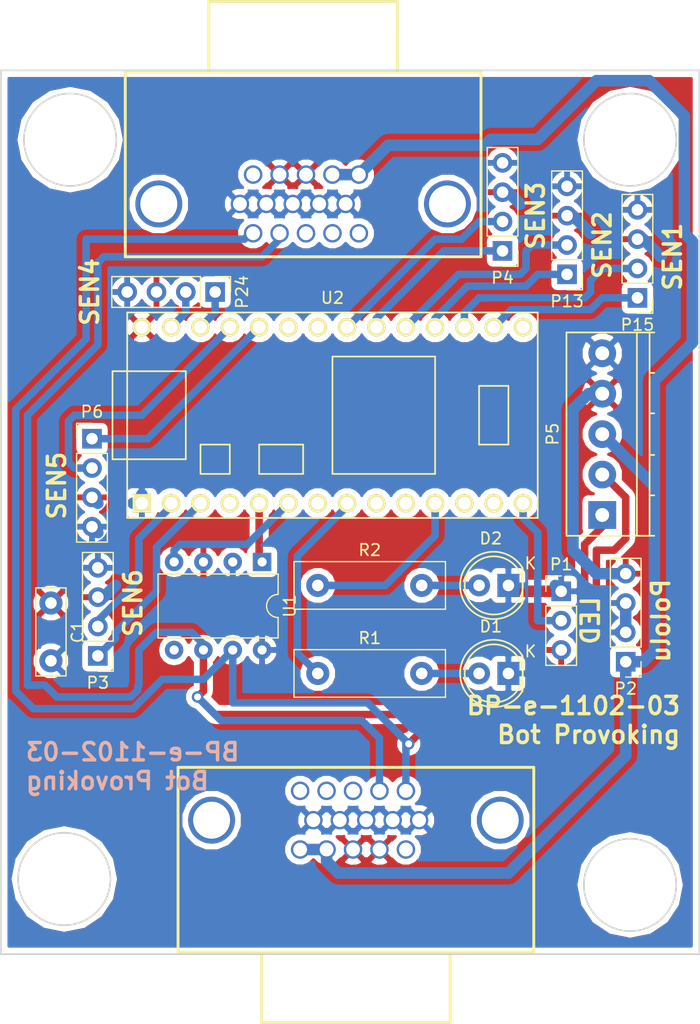
<source format=kicad_pcb>
(kicad_pcb (version 4) (host pcbnew 4.0.5)

  (general
    (links 72)
    (no_connects 2)
    (area 143.924999 81.206999 204.592004 170.253001)
    (thickness 1.6)
    (drawings 20)
    (tracks 186)
    (zones 0)
    (modules 18)
    (nets 27)
  )

  (page A4)
  (layers
    (0 F.Cu signal)
    (31 B.Cu signal)
    (32 B.Adhes user)
    (33 F.Adhes user)
    (34 B.Paste user)
    (35 F.Paste user)
    (36 B.SilkS user)
    (37 F.SilkS user)
    (38 B.Mask user)
    (39 F.Mask user)
    (40 Dwgs.User user)
    (41 Cmts.User user)
    (42 Eco1.User user)
    (43 Eco2.User user)
    (44 Edge.Cuts user)
    (45 Margin user)
    (46 B.CrtYd user)
    (47 F.CrtYd user)
    (48 B.Fab user)
    (49 F.Fab user)
  )

  (setup
    (last_trace_width 0.65)
    (trace_clearance 0.2)
    (zone_clearance 0.5)
    (zone_45_only no)
    (trace_min 0.2)
    (segment_width 0.2)
    (edge_width 0.15)
    (via_size 1)
    (via_drill 0.6)
    (via_min_size 0.4)
    (via_min_drill 0.3)
    (uvia_size 0.3)
    (uvia_drill 0.1)
    (uvias_allowed no)
    (uvia_min_size 0.2)
    (uvia_min_drill 0.1)
    (pcb_text_width 0.3)
    (pcb_text_size 1.5 1.5)
    (mod_edge_width 0.15)
    (mod_text_size 1 1)
    (mod_text_width 0.15)
    (pad_size 1.524 1.524)
    (pad_drill 0.762)
    (pad_to_mask_clearance 0.2)
    (aux_axis_origin 0 0)
    (visible_elements FFFFFF7F)
    (pcbplotparams
      (layerselection 0x01030_80000001)
      (usegerberextensions false)
      (excludeedgelayer true)
      (linewidth 0.100000)
      (plotframeref false)
      (viasonmask false)
      (mode 1)
      (useauxorigin false)
      (hpglpennumber 1)
      (hpglpenspeed 20)
      (hpglpendiameter 15)
      (hpglpenoverlay 2)
      (psnegative false)
      (psa4output false)
      (plotreference true)
      (plotvalue true)
      (plotinvisibletext false)
      (padsonsilk false)
      (subtractmaskfromsilk false)
      (outputformat 1)
      (mirror false)
      (drillshape 0)
      (scaleselection 1)
      (outputdirectory Gerber/))
  )

  (net 0 "")
  (net 1 GND)
  (net 2 "Net-(D1-Pad2)")
  (net 3 "Net-(D2-Pad2)")
  (net 4 "Net-(J1-Pad0)")
  (net 5 +12V)
  (net 6 +5V)
  (net 7 /CANH)
  (net 8 /CANL)
  (net 9 "Net-(J2-Pad0)")
  (net 10 /DIN)
  (net 11 /0A)
  (net 12 /0B)
  (net 13 /1A)
  (net 14 /1B)
  (net 15 /CAN_Tx)
  (net 16 /CAN_Rx)
  (net 17 "Net-(R2-Pad1)")
  (net 18 "Net-(R1-Pad1)")
  (net 19 /A6)
  (net 20 /A7)
  (net 21 /A2)
  (net 22 /A3)
  (net 23 /A0)
  (net 24 /A1)
  (net 25 /A8)
  (net 26 /A9)

  (net_class Default "This is the default net class."
    (clearance 0.2)
    (trace_width 0.65)
    (via_dia 1)
    (via_drill 0.6)
    (uvia_dia 0.3)
    (uvia_drill 0.1)
    (add_net /0A)
    (add_net /0B)
    (add_net /1A)
    (add_net /1B)
    (add_net /A0)
    (add_net /A1)
    (add_net /A2)
    (add_net /A3)
    (add_net /A6)
    (add_net /A7)
    (add_net /A8)
    (add_net /A9)
    (add_net /CANH)
    (add_net /CANL)
    (add_net /CAN_Rx)
    (add_net /CAN_Tx)
    (add_net /DIN)
    (add_net "Net-(D1-Pad2)")
    (add_net "Net-(D2-Pad2)")
    (add_net "Net-(J1-Pad0)")
    (add_net "Net-(J2-Pad0)")
    (add_net "Net-(R1-Pad1)")
    (add_net "Net-(R2-Pad1)")
  )

  (net_class Power ""
    (clearance 0.2)
    (trace_width 1)
    (via_dia 1)
    (via_drill 0.6)
    (uvia_dia 0.3)
    (uvia_drill 0.1)
    (add_net +12V)
    (add_net +5V)
    (add_net GND)
  )

  (module conn-db15-SPC15430:conn_SPC15430 (layer F.Cu) (tedit 0) (tstamp 587A6F54)
    (at 170.18 99.06)
    (path /5872D75A)
    (fp_text reference J2 (at -8.6487 -6.9088) (layer F.SilkS) hide
      (effects (font (size 0.59944 0.59944) (thickness 0.0508)))
    )
    (fp_text value DB15_HighDensity_MountingHoles (at 6.858 -6.7945) (layer F.SilkS) hide
      (effects (font (size 0.59944 0.59944) (thickness 0.0508)))
    )
    (fp_line (start -8.1661 -17.526) (end -8.1661 -11.43) (layer F.SilkS) (width 0.254))
    (fp_line (start -8.1661 -17.526) (end 8.1661 -17.526) (layer F.SilkS) (width 0.254))
    (fp_line (start 8.1661 -17.526) (end 8.1661 -11.43) (layer F.SilkS) (width 0.254))
    (fp_line (start -15.4051 -11.43) (end 15.4051 -11.43) (layer F.SilkS) (width 0.254))
    (fp_line (start 15.4051 -11.43) (end 15.4051 4.572) (layer F.SilkS) (width 0.254))
    (fp_line (start 15.4051 4.572) (end -15.4051 4.572) (layer F.SilkS) (width 0.254))
    (fp_line (start -15.4051 -11.43) (end -15.4051 4.572) (layer F.SilkS) (width 0.254))
    (pad 0 thru_hole circle (at -12.49934 0) (size 4.064 4.064) (drill 3.2004) (layers *.Cu *.Mask)
      (net 9 "Net-(J2-Pad0)"))
    (pad 0 thru_hole circle (at 12.49934 0) (size 4.064 4.064) (drill 3.2004) (layers *.Cu *.Mask)
      (net 9 "Net-(J2-Pad0)"))
    (pad 15 thru_hole circle (at 4.83 -2.54) (size 1.6002 1.6002) (drill 1.19126) (layers *.Cu *.Mask)
      (net 5 +12V))
    (pad 10 thru_hole circle (at 3.685 0) (size 1.6002 1.6002) (drill 1.19126) (layers *.Cu *.Mask)
      (net 1 GND))
    (pad 14 thru_hole circle (at 2.54 -2.54) (size 1.6002 1.6002) (drill 1.19126) (layers *.Cu *.Mask)
      (net 5 +12V))
    (pad 13 thru_hole circle (at 0.25 -2.54) (size 1.6002 1.6002) (drill 1.19126) (layers *.Cu *.Mask)
      (net 6 +5V))
    (pad 12 thru_hole circle (at -2.04 -2.54) (size 1.6002 1.6002) (drill 1.19126) (layers *.Cu *.Mask)
      (net 6 +5V))
    (pad 11 thru_hole circle (at -4.33 -2.54) (size 1.6002 1.6002) (drill 1.19126) (layers *.Cu *.Mask))
    (pad 9 thru_hole circle (at 1.395 0) (size 1.6002 1.6002) (drill 1.19126) (layers *.Cu *.Mask)
      (net 1 GND))
    (pad 8 thru_hole circle (at -0.895 0) (size 1.6002 1.6002) (drill 1.19126) (layers *.Cu *.Mask)
      (net 1 GND))
    (pad 7 thru_hole circle (at -3.185 0) (size 1.6002 1.6002) (drill 1.19126) (layers *.Cu *.Mask)
      (net 1 GND))
    (pad 6 thru_hole circle (at -5.475 0) (size 1.6002 1.6002) (drill 1.2) (layers *.Cu *.Mask)
      (net 1 GND))
    (pad 5 thru_hole circle (at 4.83 2.54) (size 1.6002 1.6002) (drill 1.19126) (layers *.Cu *.Mask))
    (pad 4 thru_hole circle (at 2.54 2.54) (size 1.6002 1.6002) (drill 1.19126) (layers *.Cu *.Mask))
    (pad 3 thru_hole circle (at 0.25 2.54) (size 1.6002 1.6002) (drill 1.19126) (layers *.Cu *.Mask))
    (pad 2 thru_hole circle (at -2.04 2.54) (size 1.6002 1.6002) (drill 1.19126) (layers *.Cu *.Mask)
      (net 8 /CANL))
    (pad 1 thru_hole circle (at -4.33 2.54) (size 1.6002 1.6002) (drill 1.19126) (layers *.Cu *.Mask)
      (net 7 /CANH))
    (model conn_spc15430.wrl
      (at (xyz 0 0 0))
      (scale (xyz 1 1 1))
      (rotate (xyz 0 0 0))
    )
  )

  (module Teensy:Teensy30_31_32_LC_LessPins (layer F.Cu) (tedit 587814B3) (tstamp 58A8F491)
    (at 172.72 117.348)
    (path /5872AF2C)
    (fp_text reference U2 (at 0 -10.16) (layer F.SilkS)
      (effects (font (size 1 1) (thickness 0.15)))
    )
    (fp_text value Teensy3.2 (at 0 10.16) (layer F.Fab)
      (effects (font (size 1 1) (thickness 0.15)))
    )
    (fp_line (start -17.78 3.81) (end -19.05 3.81) (layer F.SilkS) (width 0.15))
    (fp_line (start -19.05 3.81) (end -19.05 -3.81) (layer F.SilkS) (width 0.15))
    (fp_line (start -19.05 -3.81) (end -17.78 -3.81) (layer F.SilkS) (width 0.15))
    (fp_line (start -6.35 5.08) (end -2.54 5.08) (layer F.SilkS) (width 0.15))
    (fp_line (start -2.54 5.08) (end -2.54 2.54) (layer F.SilkS) (width 0.15))
    (fp_line (start -2.54 2.54) (end -6.35 2.54) (layer F.SilkS) (width 0.15))
    (fp_line (start -6.35 2.54) (end -6.35 5.08) (layer F.SilkS) (width 0.15))
    (fp_line (start -12.7 3.81) (end -12.7 -3.81) (layer F.SilkS) (width 0.15))
    (fp_line (start -12.7 -3.81) (end -17.78 -3.81) (layer F.SilkS) (width 0.15))
    (fp_line (start -12.7 3.81) (end -17.78 3.81) (layer F.SilkS) (width 0.15))
    (fp_line (start -11.43 5.08) (end -8.89 5.08) (layer F.SilkS) (width 0.15))
    (fp_line (start -8.89 5.08) (end -8.89 2.54) (layer F.SilkS) (width 0.15))
    (fp_line (start -8.89 2.54) (end -11.43 2.54) (layer F.SilkS) (width 0.15))
    (fp_line (start -11.43 2.54) (end -11.43 5.08) (layer F.SilkS) (width 0.15))
    (fp_line (start 15.24 -2.54) (end 15.24 2.54) (layer F.SilkS) (width 0.15))
    (fp_line (start 15.24 2.54) (end 12.7 2.54) (layer F.SilkS) (width 0.15))
    (fp_line (start 12.7 2.54) (end 12.7 -2.54) (layer F.SilkS) (width 0.15))
    (fp_line (start 12.7 -2.54) (end 15.24 -2.54) (layer F.SilkS) (width 0.15))
    (fp_line (start 8.89 5.08) (end 8.89 -5.08) (layer F.SilkS) (width 0.15))
    (fp_line (start 0 -5.08) (end 0 5.08) (layer F.SilkS) (width 0.15))
    (fp_line (start 8.89 -5.08) (end 0 -5.08) (layer F.SilkS) (width 0.15))
    (fp_line (start 8.89 5.08) (end 0 5.08) (layer F.SilkS) (width 0.15))
    (fp_line (start -17.78 -8.89) (end 17.78 -8.89) (layer F.SilkS) (width 0.15))
    (fp_line (start 17.78 -8.89) (end 17.78 8.89) (layer F.SilkS) (width 0.15))
    (fp_line (start 17.78 8.89) (end -17.78 8.89) (layer F.SilkS) (width 0.15))
    (fp_line (start -17.78 8.89) (end -17.78 -8.89) (layer F.SilkS) (width 0.15))
    (pad 20 thru_hole circle (at 16.51 -7.62) (size 1.6 1.6) (drill 1.1) (layers *.Cu *.Mask F.SilkS))
    (pad 14 thru_hole circle (at 16.51 7.62) (size 1.6 1.6) (drill 1.1) (layers *.Cu *.Mask F.SilkS)
      (net 10 /DIN))
    (pad 21 thru_hole circle (at 13.97 -7.62) (size 1.6 1.6) (drill 1.1) (layers *.Cu *.Mask F.SilkS)
      (net 23 /A0))
    (pad 22 thru_hole circle (at 11.43 -7.62) (size 1.6 1.6) (drill 1.1) (layers *.Cu *.Mask F.SilkS)
      (net 24 /A1))
    (pad 23 thru_hole circle (at 8.89 -7.62) (size 1.6 1.6) (drill 1.1) (layers *.Cu *.Mask F.SilkS)
      (net 21 /A2))
    (pad 24 thru_hole circle (at 6.35 -7.62) (size 1.6 1.6) (drill 1.1) (layers *.Cu *.Mask F.SilkS)
      (net 22 /A3))
    (pad 25 thru_hole circle (at 3.81 -7.62) (size 1.6 1.6) (drill 1.1) (layers *.Cu *.Mask F.SilkS)
      (net 13 /1A))
    (pad 26 thru_hole circle (at 1.27 -7.62) (size 1.6 1.6) (drill 1.1) (layers *.Cu *.Mask F.SilkS)
      (net 14 /1B))
    (pad 27 thru_hole circle (at -1.27 -7.62) (size 1.6 1.6) (drill 1.1) (layers *.Cu *.Mask F.SilkS))
    (pad 28 thru_hole circle (at -3.81 -7.62) (size 1.6 1.6) (drill 1.1) (layers *.Cu *.Mask F.SilkS))
    (pad 29 thru_hole circle (at -6.35 -7.62) (size 1.6 1.6) (drill 1.1) (layers *.Cu *.Mask F.SilkS)
      (net 19 /A6))
    (pad 30 thru_hole circle (at -8.89 -7.62) (size 1.6 1.6) (drill 1.1) (layers *.Cu *.Mask F.SilkS)
      (net 20 /A7))
    (pad 31 thru_hole circle (at -11.43 -7.62) (size 1.6 1.6) (drill 1.1) (layers *.Cu *.Mask F.SilkS)
      (net 25 /A8))
    (pad 32 thru_hole circle (at -13.97 -7.62) (size 1.6 1.6) (drill 1.1) (layers *.Cu *.Mask F.SilkS)
      (net 26 /A9))
    (pad 33 thru_hole circle (at -16.51 -7.62) (size 1.6 1.6) (drill 1.1) (layers *.Cu *.Mask F.SilkS)
      (net 6 +5V))
    (pad 13 thru_hole circle (at 13.97 7.62) (size 1.6 1.6) (drill 1.1) (layers *.Cu *.Mask F.SilkS))
    (pad 12 thru_hole circle (at 11.43 7.62) (size 1.6 1.6) (drill 1.1) (layers *.Cu *.Mask F.SilkS))
    (pad 11 thru_hole circle (at 8.89 7.62) (size 1.6 1.6) (drill 1.1) (layers *.Cu *.Mask F.SilkS)
      (net 17 "Net-(R2-Pad1)"))
    (pad 10 thru_hole circle (at 6.35 7.62) (size 1.6 1.6) (drill 1.1) (layers *.Cu *.Mask F.SilkS))
    (pad 9 thru_hole circle (at 3.81 7.62) (size 1.6 1.6) (drill 1.1) (layers *.Cu *.Mask F.SilkS))
    (pad 8 thru_hole circle (at 1.27 7.62) (size 1.6 1.6) (drill 1.1) (layers *.Cu *.Mask F.SilkS)
      (net 18 "Net-(R1-Pad1)"))
    (pad 7 thru_hole circle (at -1.27 7.62) (size 1.6 1.6) (drill 1.1) (layers *.Cu *.Mask F.SilkS))
    (pad 6 thru_hole circle (at -3.81 7.62) (size 1.6 1.6) (drill 1.1) (layers *.Cu *.Mask F.SilkS)
      (net 16 /CAN_Rx))
    (pad 5 thru_hole circle (at -6.35 7.62) (size 1.6 1.6) (drill 1.1) (layers *.Cu *.Mask F.SilkS)
      (net 15 /CAN_Tx))
    (pad 4 thru_hole circle (at -8.89 7.62) (size 1.6 1.6) (drill 1.1) (layers *.Cu *.Mask F.SilkS))
    (pad 3 thru_hole circle (at -11.43 7.62) (size 1.6 1.6) (drill 1.1) (layers *.Cu *.Mask F.SilkS)
      (net 12 /0B))
    (pad 2 thru_hole circle (at -13.97 7.62) (size 1.6 1.6) (drill 1.1) (layers *.Cu *.Mask F.SilkS)
      (net 11 /0A))
    (pad 1 thru_hole rect (at -16.51 7.62) (size 1.6 1.6) (drill 1.1) (layers *.Cu *.Mask F.SilkS)
      (net 1 GND))
  )

  (module conn-db15-SPC15430:conn_SPC15430 (layer F.Cu) (tedit 0) (tstamp 587A6F3F)
    (at 174.752 152.4 180)
    (path /5872B2DD)
    (fp_text reference J1 (at -8.6487 -6.9088 180) (layer F.SilkS) hide
      (effects (font (size 0.59944 0.59944) (thickness 0.0508)))
    )
    (fp_text value DB15_HighDensity_MountingHoles (at 6.858 -6.7945 180) (layer F.SilkS) hide
      (effects (font (size 0.59944 0.59944) (thickness 0.0508)))
    )
    (fp_line (start -8.1661 -17.526) (end -8.1661 -11.43) (layer F.SilkS) (width 0.254))
    (fp_line (start -8.1661 -17.526) (end 8.1661 -17.526) (layer F.SilkS) (width 0.254))
    (fp_line (start 8.1661 -17.526) (end 8.1661 -11.43) (layer F.SilkS) (width 0.254))
    (fp_line (start -15.4051 -11.43) (end 15.4051 -11.43) (layer F.SilkS) (width 0.254))
    (fp_line (start 15.4051 -11.43) (end 15.4051 4.572) (layer F.SilkS) (width 0.254))
    (fp_line (start 15.4051 4.572) (end -15.4051 4.572) (layer F.SilkS) (width 0.254))
    (fp_line (start -15.4051 -11.43) (end -15.4051 4.572) (layer F.SilkS) (width 0.254))
    (pad 0 thru_hole circle (at -12.49934 0 180) (size 4.064 4.064) (drill 3.2004) (layers *.Cu *.Mask)
      (net 4 "Net-(J1-Pad0)"))
    (pad 0 thru_hole circle (at 12.49934 0 180) (size 4.064 4.064) (drill 3.2004) (layers *.Cu *.Mask)
      (net 4 "Net-(J1-Pad0)"))
    (pad 15 thru_hole circle (at 4.83 -2.54 180) (size 1.6002 1.6002) (drill 1.19126) (layers *.Cu *.Mask)
      (net 5 +12V))
    (pad 10 thru_hole circle (at 3.685 0 180) (size 1.6002 1.6002) (drill 1.19126) (layers *.Cu *.Mask)
      (net 1 GND))
    (pad 14 thru_hole circle (at 2.54 -2.54 180) (size 1.6002 1.6002) (drill 1.19126) (layers *.Cu *.Mask)
      (net 5 +12V))
    (pad 13 thru_hole circle (at 0.25 -2.54 180) (size 1.6002 1.6002) (drill 1.19126) (layers *.Cu *.Mask)
      (net 6 +5V))
    (pad 12 thru_hole circle (at -2.04 -2.54 180) (size 1.6002 1.6002) (drill 1.19126) (layers *.Cu *.Mask)
      (net 6 +5V))
    (pad 11 thru_hole circle (at -4.33 -2.54 180) (size 1.6002 1.6002) (drill 1.19126) (layers *.Cu *.Mask))
    (pad 9 thru_hole circle (at 1.395 0 180) (size 1.6002 1.6002) (drill 1.19126) (layers *.Cu *.Mask)
      (net 1 GND))
    (pad 8 thru_hole circle (at -0.895 0 180) (size 1.6002 1.6002) (drill 1.19126) (layers *.Cu *.Mask)
      (net 1 GND))
    (pad 7 thru_hole circle (at -3.185 0 180) (size 1.6002 1.6002) (drill 1.19126) (layers *.Cu *.Mask)
      (net 1 GND))
    (pad 6 thru_hole circle (at -5.475 0 180) (size 1.6002 1.6002) (drill 1.2) (layers *.Cu *.Mask)
      (net 1 GND))
    (pad 5 thru_hole circle (at 4.83 2.54 180) (size 1.6002 1.6002) (drill 1.19126) (layers *.Cu *.Mask))
    (pad 4 thru_hole circle (at 2.54 2.54 180) (size 1.6002 1.6002) (drill 1.19126) (layers *.Cu *.Mask))
    (pad 3 thru_hole circle (at 0.25 2.54 180) (size 1.6002 1.6002) (drill 1.19126) (layers *.Cu *.Mask))
    (pad 2 thru_hole circle (at -2.04 2.54 180) (size 1.6002 1.6002) (drill 1.19126) (layers *.Cu *.Mask)
      (net 8 /CANL))
    (pad 1 thru_hole circle (at -4.33 2.54 180) (size 1.6002 1.6002) (drill 1.19126) (layers *.Cu *.Mask)
      (net 7 /CANH))
    (model conn_spc15430.wrl
      (at (xyz 0 0 0))
      (scale (xyz 1 1 1))
      (rotate (xyz 0 0 0))
    )
  )

  (module LEDs:LED-5MM (layer F.Cu) (tedit 5570F7EA) (tstamp 587A6F24)
    (at 187.96 139.7 180)
    (descr "LED 5mm round vertical")
    (tags "LED 5mm round vertical")
    (path /5872B42E)
    (fp_text reference D1 (at 1.524 4.064 180) (layer F.SilkS)
      (effects (font (size 1 1) (thickness 0.15)))
    )
    (fp_text value LED (at 1.524 -3.937 180) (layer F.Fab)
      (effects (font (size 1 1) (thickness 0.15)))
    )
    (fp_line (start -1.5 -1.55) (end -1.5 1.55) (layer F.CrtYd) (width 0.05))
    (fp_arc (start 1.3 0) (end -1.5 1.55) (angle -302) (layer F.CrtYd) (width 0.05))
    (fp_arc (start 1.27 0) (end -1.23 -1.5) (angle 297.5) (layer F.SilkS) (width 0.15))
    (fp_line (start -1.23 1.5) (end -1.23 -1.5) (layer F.SilkS) (width 0.15))
    (fp_circle (center 1.27 0) (end 0.97 -2.5) (layer F.SilkS) (width 0.15))
    (fp_text user K (at -1.905 1.905 180) (layer F.SilkS)
      (effects (font (size 1 1) (thickness 0.15)))
    )
    (pad 1 thru_hole rect (at 0 0 270) (size 2 1.9) (drill 1.00076) (layers *.Cu *.Mask)
      (net 1 GND))
    (pad 2 thru_hole circle (at 2.54 0 180) (size 1.9 1.9) (drill 1.00076) (layers *.Cu *.Mask)
      (net 2 "Net-(D1-Pad2)"))
    (model LEDs.3dshapes/LED-5MM.wrl
      (at (xyz 0.05 0 0))
      (scale (xyz 1 1 1))
      (rotate (xyz 0 0 90))
    )
  )

  (module LEDs:LED-5MM (layer F.Cu) (tedit 5570F7EA) (tstamp 587A6F2A)
    (at 187.96 132.08 180)
    (descr "LED 5mm round vertical")
    (tags "LED 5mm round vertical")
    (path /5872BACA)
    (fp_text reference D2 (at 1.524 4.064 180) (layer F.SilkS)
      (effects (font (size 1 1) (thickness 0.15)))
    )
    (fp_text value LED (at 1.524 -3.937 180) (layer F.Fab)
      (effects (font (size 1 1) (thickness 0.15)))
    )
    (fp_line (start -1.5 -1.55) (end -1.5 1.55) (layer F.CrtYd) (width 0.05))
    (fp_arc (start 1.3 0) (end -1.5 1.55) (angle -302) (layer F.CrtYd) (width 0.05))
    (fp_arc (start 1.27 0) (end -1.23 -1.5) (angle 297.5) (layer F.SilkS) (width 0.15))
    (fp_line (start -1.23 1.5) (end -1.23 -1.5) (layer F.SilkS) (width 0.15))
    (fp_circle (center 1.27 0) (end 0.97 -2.5) (layer F.SilkS) (width 0.15))
    (fp_text user K (at -1.905 1.905 180) (layer F.SilkS)
      (effects (font (size 1 1) (thickness 0.15)))
    )
    (pad 1 thru_hole rect (at 0 0 270) (size 2 1.9) (drill 1.00076) (layers *.Cu *.Mask)
      (net 1 GND))
    (pad 2 thru_hole circle (at 2.54 0 180) (size 1.9 1.9) (drill 1.00076) (layers *.Cu *.Mask)
      (net 3 "Net-(D2-Pad2)"))
    (model LEDs.3dshapes/LED-5MM.wrl
      (at (xyz 0.05 0 0))
      (scale (xyz 1 1 1))
      (rotate (xyz 0 0 90))
    )
  )

  (module Housings_DIP:DIP-8_W7.62mm (layer F.Cu) (tedit 586281B4) (tstamp 587A6F7F)
    (at 166.624 130.048 270)
    (descr "8-lead dip package, row spacing 7.62 mm (300 mils)")
    (tags "DIL DIP PDIP 2.54mm 7.62mm 300mil")
    (path /5872AEBC)
    (fp_text reference U1 (at 3.81 -2.39 270) (layer F.SilkS)
      (effects (font (size 1 1) (thickness 0.15)))
    )
    (fp_text value MCP2551-I/P (at 3.81 10.01 270) (layer F.Fab)
      (effects (font (size 1 1) (thickness 0.15)))
    )
    (fp_arc (start 3.81 -1.39) (end 2.81 -1.39) (angle -180) (layer F.SilkS) (width 0.12))
    (fp_line (start 1.635 -1.27) (end 6.985 -1.27) (layer F.Fab) (width 0.1))
    (fp_line (start 6.985 -1.27) (end 6.985 8.89) (layer F.Fab) (width 0.1))
    (fp_line (start 6.985 8.89) (end 0.635 8.89) (layer F.Fab) (width 0.1))
    (fp_line (start 0.635 8.89) (end 0.635 -0.27) (layer F.Fab) (width 0.1))
    (fp_line (start 0.635 -0.27) (end 1.635 -1.27) (layer F.Fab) (width 0.1))
    (fp_line (start 2.81 -1.39) (end 1.04 -1.39) (layer F.SilkS) (width 0.12))
    (fp_line (start 1.04 -1.39) (end 1.04 9.01) (layer F.SilkS) (width 0.12))
    (fp_line (start 1.04 9.01) (end 6.58 9.01) (layer F.SilkS) (width 0.12))
    (fp_line (start 6.58 9.01) (end 6.58 -1.39) (layer F.SilkS) (width 0.12))
    (fp_line (start 6.58 -1.39) (end 4.81 -1.39) (layer F.SilkS) (width 0.12))
    (fp_line (start -1.1 -1.6) (end -1.1 9.2) (layer F.CrtYd) (width 0.05))
    (fp_line (start -1.1 9.2) (end 8.7 9.2) (layer F.CrtYd) (width 0.05))
    (fp_line (start 8.7 9.2) (end 8.7 -1.6) (layer F.CrtYd) (width 0.05))
    (fp_line (start 8.7 -1.6) (end -1.1 -1.6) (layer F.CrtYd) (width 0.05))
    (pad 1 thru_hole rect (at 0 0 270) (size 1.6 1.6) (drill 0.8) (layers *.Cu *.Mask)
      (net 15 /CAN_Tx))
    (pad 5 thru_hole oval (at 7.62 7.62 270) (size 1.6 1.6) (drill 0.8) (layers *.Cu *.Mask))
    (pad 2 thru_hole oval (at 0 2.54 270) (size 1.6 1.6) (drill 0.8) (layers *.Cu *.Mask)
      (net 1 GND))
    (pad 6 thru_hole oval (at 7.62 5.08 270) (size 1.6 1.6) (drill 0.8) (layers *.Cu *.Mask)
      (net 8 /CANL))
    (pad 3 thru_hole oval (at 0 5.08 270) (size 1.6 1.6) (drill 0.8) (layers *.Cu *.Mask)
      (net 6 +5V))
    (pad 7 thru_hole oval (at 7.62 2.54 270) (size 1.6 1.6) (drill 0.8) (layers *.Cu *.Mask)
      (net 7 /CANH))
    (pad 4 thru_hole oval (at 0 7.62 270) (size 1.6 1.6) (drill 0.8) (layers *.Cu *.Mask)
      (net 16 /CAN_Rx))
    (pad 8 thru_hole oval (at 7.62 0 270) (size 1.6 1.6) (drill 0.8) (layers *.Cu *.Mask)
      (net 1 GND))
    (model Housings_DIP.3dshapes/DIP-8_W7.62mm.wrl
      (at (xyz 0 0 0))
      (scale (xyz 1 1 1))
      (rotate (xyz 0 0 0))
    )
  )

  (module Resistors_THT:R_Box_L13.0mm_W4.0mm_P9.00mm (layer F.Cu) (tedit 5874F707) (tstamp 587A7135)
    (at 171.45 139.7)
    (descr "Resistor, Box series, Radial, pin pitch=9.00mm, 2W, length*width=13*4mm^2, http://www.produktinfo.conrad.com/datenblaetter/425000-449999/443860-da-01-de-METALLBAND_WIDERSTAND_0_1_OHM_5W_5Pr.pdf")
    (tags "Resistor Box series Radial pin pitch 9.00mm 2W length 13mm width 4mm")
    (path /5872B926)
    (fp_text reference R1 (at 4.5 -3.06) (layer F.SilkS)
      (effects (font (size 1 1) (thickness 0.15)))
    )
    (fp_text value R (at 4.5 3.06) (layer F.Fab)
      (effects (font (size 1 1) (thickness 0.15)))
    )
    (fp_line (start -2 -2) (end -2 2) (layer F.Fab) (width 0.1))
    (fp_line (start -2 2) (end 11 2) (layer F.Fab) (width 0.1))
    (fp_line (start 11 2) (end 11 -2) (layer F.Fab) (width 0.1))
    (fp_line (start 11 -2) (end -2 -2) (layer F.Fab) (width 0.1))
    (fp_line (start -2.06 -2.06) (end 11.06 -2.06) (layer F.SilkS) (width 0.12))
    (fp_line (start -2.06 2.06) (end 11.06 2.06) (layer F.SilkS) (width 0.12))
    (fp_line (start -2.06 -2.06) (end -2.06 2.06) (layer F.SilkS) (width 0.12))
    (fp_line (start 11.06 -2.06) (end 11.06 2.06) (layer F.SilkS) (width 0.12))
    (fp_line (start -2.35 -2.35) (end -2.35 2.35) (layer F.CrtYd) (width 0.05))
    (fp_line (start -2.35 2.35) (end 11.35 2.35) (layer F.CrtYd) (width 0.05))
    (fp_line (start 11.35 2.35) (end 11.35 -2.35) (layer F.CrtYd) (width 0.05))
    (fp_line (start 11.35 -2.35) (end -2.35 -2.35) (layer F.CrtYd) (width 0.05))
    (pad 1 thru_hole circle (at 0 0) (size 2 2) (drill 1) (layers *.Cu *.Mask)
      (net 18 "Net-(R1-Pad1)"))
    (pad 2 thru_hole circle (at 9 0) (size 2 2) (drill 1) (layers *.Cu *.Mask)
      (net 2 "Net-(D1-Pad2)"))
    (model Resistors_ThroughHole.3dshapes/R_Box_L13.0mm_W4.0mm_P9.00mm.wrl
      (at (xyz 0 0 0))
      (scale (xyz 0.393701 0.393701 0.393701))
      (rotate (xyz 0 0 0))
    )
  )

  (module Resistors_THT:R_Box_L13.0mm_W4.0mm_P9.00mm (layer F.Cu) (tedit 5874F707) (tstamp 587A713B)
    (at 171.45 132.08)
    (descr "Resistor, Box series, Radial, pin pitch=9.00mm, 2W, length*width=13*4mm^2, http://www.produktinfo.conrad.com/datenblaetter/425000-449999/443860-da-01-de-METALLBAND_WIDERSTAND_0_1_OHM_5W_5Pr.pdf")
    (tags "Resistor Box series Radial pin pitch 9.00mm 2W length 13mm width 4mm")
    (path /5872BA90)
    (fp_text reference R2 (at 4.5 -3.06) (layer F.SilkS)
      (effects (font (size 1 1) (thickness 0.15)))
    )
    (fp_text value R (at 4.5 3.06) (layer F.Fab)
      (effects (font (size 1 1) (thickness 0.15)))
    )
    (fp_line (start -2 -2) (end -2 2) (layer F.Fab) (width 0.1))
    (fp_line (start -2 2) (end 11 2) (layer F.Fab) (width 0.1))
    (fp_line (start 11 2) (end 11 -2) (layer F.Fab) (width 0.1))
    (fp_line (start 11 -2) (end -2 -2) (layer F.Fab) (width 0.1))
    (fp_line (start -2.06 -2.06) (end 11.06 -2.06) (layer F.SilkS) (width 0.12))
    (fp_line (start -2.06 2.06) (end 11.06 2.06) (layer F.SilkS) (width 0.12))
    (fp_line (start -2.06 -2.06) (end -2.06 2.06) (layer F.SilkS) (width 0.12))
    (fp_line (start 11.06 -2.06) (end 11.06 2.06) (layer F.SilkS) (width 0.12))
    (fp_line (start -2.35 -2.35) (end -2.35 2.35) (layer F.CrtYd) (width 0.05))
    (fp_line (start -2.35 2.35) (end 11.35 2.35) (layer F.CrtYd) (width 0.05))
    (fp_line (start 11.35 2.35) (end 11.35 -2.35) (layer F.CrtYd) (width 0.05))
    (fp_line (start 11.35 -2.35) (end -2.35 -2.35) (layer F.CrtYd) (width 0.05))
    (pad 1 thru_hole circle (at 0 0) (size 2 2) (drill 1) (layers *.Cu *.Mask)
      (net 17 "Net-(R2-Pad1)"))
    (pad 2 thru_hole circle (at 9 0) (size 2 2) (drill 1) (layers *.Cu *.Mask)
      (net 3 "Net-(D2-Pad2)"))
    (model Resistors_ThroughHole.3dshapes/R_Box_L13.0mm_W4.0mm_P9.00mm.wrl
      (at (xyz 0 0 0))
      (scale (xyz 0.393701 0.393701 0.393701))
      (rotate (xyz 0 0 0))
    )
  )

  (module Capacitors_THT:C_Disc_D7.5mm_W2.5mm_P5.00mm (layer F.Cu) (tedit 58765D06) (tstamp 58893B32)
    (at 148.336 133.604 270)
    (descr "C, Disc series, Radial, pin pitch=5.00mm, , diameter*width=7.5*2.5mm^2, Capacitor, http://www.vishay.com/docs/28535/vy2series.pdf")
    (tags "C Disc series Radial pin pitch 5.00mm  diameter 7.5mm width 2.5mm Capacitor")
    (path /58893CA0)
    (fp_text reference C1 (at 2.5 -2.31 270) (layer F.SilkS)
      (effects (font (size 1 1) (thickness 0.15)))
    )
    (fp_text value C (at 2.5 2.31 270) (layer F.Fab)
      (effects (font (size 1 1) (thickness 0.15)))
    )
    (fp_line (start -1.25 -1.25) (end -1.25 1.25) (layer F.Fab) (width 0.1))
    (fp_line (start -1.25 1.25) (end 6.25 1.25) (layer F.Fab) (width 0.1))
    (fp_line (start 6.25 1.25) (end 6.25 -1.25) (layer F.Fab) (width 0.1))
    (fp_line (start 6.25 -1.25) (end -1.25 -1.25) (layer F.Fab) (width 0.1))
    (fp_line (start -1.31 -1.31) (end 6.31 -1.31) (layer F.SilkS) (width 0.12))
    (fp_line (start -1.31 1.31) (end 6.31 1.31) (layer F.SilkS) (width 0.12))
    (fp_line (start -1.31 -1.31) (end -1.31 1.31) (layer F.SilkS) (width 0.12))
    (fp_line (start 6.31 -1.31) (end 6.31 1.31) (layer F.SilkS) (width 0.12))
    (fp_line (start -1.6 -1.6) (end -1.6 1.6) (layer F.CrtYd) (width 0.05))
    (fp_line (start -1.6 1.6) (end 6.6 1.6) (layer F.CrtYd) (width 0.05))
    (fp_line (start 6.6 1.6) (end 6.6 -1.6) (layer F.CrtYd) (width 0.05))
    (fp_line (start 6.6 -1.6) (end -1.6 -1.6) (layer F.CrtYd) (width 0.05))
    (pad 1 thru_hole circle (at 0 0 270) (size 2 2) (drill 1) (layers *.Cu *.Mask)
      (net 6 +5V))
    (pad 2 thru_hole circle (at 5 0 270) (size 2 2) (drill 1) (layers *.Cu *.Mask)
      (net 1 GND))
    (model Capacitors_ThroughHole.3dshapes/C_Disc_D7.5mm_W2.5mm_P5.00mm.wrl
      (at (xyz 0 0 0))
      (scale (xyz 0.393701 0.393701 0.393701))
      (rotate (xyz 0 0 0))
    )
  )

  (module Socket_Strips:Socket_Strip_Straight_1x03_Pitch2.54mm (layer F.Cu) (tedit 588DE956) (tstamp 58AA38BE)
    (at 192.532 132.588)
    (descr "Through hole straight socket strip, 1x03, 2.54mm pitch, single row")
    (tags "Through hole socket strip THT 1x03 2.54mm single row")
    (path /58798A7D)
    (fp_text reference P1 (at 0 -2.33) (layer F.SilkS)
      (effects (font (size 1 1) (thickness 0.15)))
    )
    (fp_text value CONN_01X03 (at 0 7.41) (layer F.Fab)
      (effects (font (size 1 1) (thickness 0.15)))
    )
    (fp_line (start -1.27 -1.27) (end -1.27 6.35) (layer F.Fab) (width 0.1))
    (fp_line (start -1.27 6.35) (end 1.27 6.35) (layer F.Fab) (width 0.1))
    (fp_line (start 1.27 6.35) (end 1.27 -1.27) (layer F.Fab) (width 0.1))
    (fp_line (start 1.27 -1.27) (end -1.27 -1.27) (layer F.Fab) (width 0.1))
    (fp_line (start -1.33 1.27) (end -1.33 6.41) (layer F.SilkS) (width 0.12))
    (fp_line (start -1.33 6.41) (end 1.33 6.41) (layer F.SilkS) (width 0.12))
    (fp_line (start 1.33 6.41) (end 1.33 1.27) (layer F.SilkS) (width 0.12))
    (fp_line (start 1.33 1.27) (end -1.33 1.27) (layer F.SilkS) (width 0.12))
    (fp_line (start -1.33 0) (end -1.33 -1.33) (layer F.SilkS) (width 0.12))
    (fp_line (start -1.33 -1.33) (end 0 -1.33) (layer F.SilkS) (width 0.12))
    (fp_line (start -1.55 -1.55) (end -1.55 6.6) (layer F.CrtYd) (width 0.05))
    (fp_line (start -1.55 6.6) (end 1.55 6.6) (layer F.CrtYd) (width 0.05))
    (fp_line (start 1.55 6.6) (end 1.55 -1.55) (layer F.CrtYd) (width 0.05))
    (fp_line (start 1.55 -1.55) (end -1.55 -1.55) (layer F.CrtYd) (width 0.05))
    (pad 1 thru_hole rect (at 0 0) (size 1.7 1.7) (drill 1) (layers *.Cu *.Mask)
      (net 1 GND))
    (pad 2 thru_hole oval (at 0 2.54) (size 1.7 1.7) (drill 1) (layers *.Cu *.Mask)
      (net 10 /DIN))
    (pad 3 thru_hole oval (at 0 5.08) (size 1.7 1.7) (drill 1) (layers *.Cu *.Mask)
      (net 6 +5V))
    (model Socket_Strips.3dshapes/Socket_Strip_Straight_1x03_Pitch2.54mm.wrl
      (at (xyz 0 -0.1 0))
      (scale (xyz 1 1 1))
      (rotate (xyz 0 0 270))
    )
  )

  (module Socket_Strips:Socket_Strip_Straight_1x04_Pitch2.54mm (layer F.Cu) (tedit 588DE956) (tstamp 58AA38D2)
    (at 198.12 138.684 180)
    (descr "Through hole straight socket strip, 1x04, 2.54mm pitch, single row")
    (tags "Through hole socket strip THT 1x04 2.54mm single row")
    (path /587A8A18)
    (fp_text reference P2 (at 0 -2.33 180) (layer F.SilkS)
      (effects (font (size 1 1) (thickness 0.15)))
    )
    (fp_text value CONN_01X04 (at 0 9.95 180) (layer F.Fab)
      (effects (font (size 1 1) (thickness 0.15)))
    )
    (fp_line (start -1.27 -1.27) (end -1.27 8.89) (layer F.Fab) (width 0.1))
    (fp_line (start -1.27 8.89) (end 1.27 8.89) (layer F.Fab) (width 0.1))
    (fp_line (start 1.27 8.89) (end 1.27 -1.27) (layer F.Fab) (width 0.1))
    (fp_line (start 1.27 -1.27) (end -1.27 -1.27) (layer F.Fab) (width 0.1))
    (fp_line (start -1.33 1.27) (end -1.33 8.95) (layer F.SilkS) (width 0.12))
    (fp_line (start -1.33 8.95) (end 1.33 8.95) (layer F.SilkS) (width 0.12))
    (fp_line (start 1.33 8.95) (end 1.33 1.27) (layer F.SilkS) (width 0.12))
    (fp_line (start 1.33 1.27) (end -1.33 1.27) (layer F.SilkS) (width 0.12))
    (fp_line (start -1.33 0) (end -1.33 -1.33) (layer F.SilkS) (width 0.12))
    (fp_line (start -1.33 -1.33) (end 0 -1.33) (layer F.SilkS) (width 0.12))
    (fp_line (start -1.55 -1.55) (end -1.55 9.15) (layer F.CrtYd) (width 0.05))
    (fp_line (start -1.55 9.15) (end 1.55 9.15) (layer F.CrtYd) (width 0.05))
    (fp_line (start 1.55 9.15) (end 1.55 -1.55) (layer F.CrtYd) (width 0.05))
    (fp_line (start 1.55 -1.55) (end -1.55 -1.55) (layer F.CrtYd) (width 0.05))
    (pad 1 thru_hole rect (at 0 0 180) (size 1.7 1.7) (drill 1) (layers *.Cu *.Mask)
      (net 5 +12V))
    (pad 2 thru_hole oval (at 0 2.54 180) (size 1.7 1.7) (drill 1) (layers *.Cu *.Mask)
      (net 1 GND))
    (pad 3 thru_hole oval (at 0 5.08 180) (size 1.7 1.7) (drill 1) (layers *.Cu *.Mask)
      (net 1 GND))
    (pad 4 thru_hole oval (at 0 7.62 180) (size 1.7 1.7) (drill 1) (layers *.Cu *.Mask)
      (net 6 +5V))
    (model Socket_Strips.3dshapes/Socket_Strip_Straight_1x04_Pitch2.54mm.wrl
      (at (xyz 0 -0.15 0))
      (scale (xyz 1 1 1))
      (rotate (xyz 0 0 270))
    )
  )

  (module Socket_Strips:Socket_Strip_Straight_1x04_Pitch2.54mm (layer F.Cu) (tedit 588DE956) (tstamp 58AA38E7)
    (at 152.4 138.176 180)
    (descr "Through hole straight socket strip, 1x04, 2.54mm pitch, single row")
    (tags "Through hole socket strip THT 1x04 2.54mm single row")
    (path /587A6865)
    (fp_text reference P3 (at 0 -2.33 180) (layer F.SilkS)
      (effects (font (size 1 1) (thickness 0.15)))
    )
    (fp_text value CONN_01X04 (at 0 9.95 180) (layer F.Fab)
      (effects (font (size 1 1) (thickness 0.15)))
    )
    (fp_line (start -1.27 -1.27) (end -1.27 8.89) (layer F.Fab) (width 0.1))
    (fp_line (start -1.27 8.89) (end 1.27 8.89) (layer F.Fab) (width 0.1))
    (fp_line (start 1.27 8.89) (end 1.27 -1.27) (layer F.Fab) (width 0.1))
    (fp_line (start 1.27 -1.27) (end -1.27 -1.27) (layer F.Fab) (width 0.1))
    (fp_line (start -1.33 1.27) (end -1.33 8.95) (layer F.SilkS) (width 0.12))
    (fp_line (start -1.33 8.95) (end 1.33 8.95) (layer F.SilkS) (width 0.12))
    (fp_line (start 1.33 8.95) (end 1.33 1.27) (layer F.SilkS) (width 0.12))
    (fp_line (start 1.33 1.27) (end -1.33 1.27) (layer F.SilkS) (width 0.12))
    (fp_line (start -1.33 0) (end -1.33 -1.33) (layer F.SilkS) (width 0.12))
    (fp_line (start -1.33 -1.33) (end 0 -1.33) (layer F.SilkS) (width 0.12))
    (fp_line (start -1.55 -1.55) (end -1.55 9.15) (layer F.CrtYd) (width 0.05))
    (fp_line (start -1.55 9.15) (end 1.55 9.15) (layer F.CrtYd) (width 0.05))
    (fp_line (start 1.55 9.15) (end 1.55 -1.55) (layer F.CrtYd) (width 0.05))
    (fp_line (start 1.55 -1.55) (end -1.55 -1.55) (layer F.CrtYd) (width 0.05))
    (pad 1 thru_hole rect (at 0 0 180) (size 1.7 1.7) (drill 1) (layers *.Cu *.Mask)
      (net 12 /0B))
    (pad 2 thru_hole oval (at 0 2.54 180) (size 1.7 1.7) (drill 1) (layers *.Cu *.Mask)
      (net 11 /0A))
    (pad 3 thru_hole oval (at 0 5.08 180) (size 1.7 1.7) (drill 1) (layers *.Cu *.Mask)
      (net 6 +5V))
    (pad 4 thru_hole oval (at 0 7.62 180) (size 1.7 1.7) (drill 1) (layers *.Cu *.Mask)
      (net 1 GND))
    (model Socket_Strips.3dshapes/Socket_Strip_Straight_1x04_Pitch2.54mm.wrl
      (at (xyz 0 -0.15 0))
      (scale (xyz 1 1 1))
      (rotate (xyz 0 0 270))
    )
  )

  (module Socket_Strips:Socket_Strip_Straight_1x04_Pitch2.54mm (layer F.Cu) (tedit 588DE956) (tstamp 58AA38FC)
    (at 187.452 103.124 180)
    (descr "Through hole straight socket strip, 1x04, 2.54mm pitch, single row")
    (tags "Through hole socket strip THT 1x04 2.54mm single row")
    (path /587A695F)
    (fp_text reference P4 (at 0 -2.33 180) (layer F.SilkS)
      (effects (font (size 1 1) (thickness 0.15)))
    )
    (fp_text value CONN_01X04 (at 0 9.95 180) (layer F.Fab)
      (effects (font (size 1 1) (thickness 0.15)))
    )
    (fp_line (start -1.27 -1.27) (end -1.27 8.89) (layer F.Fab) (width 0.1))
    (fp_line (start -1.27 8.89) (end 1.27 8.89) (layer F.Fab) (width 0.1))
    (fp_line (start 1.27 8.89) (end 1.27 -1.27) (layer F.Fab) (width 0.1))
    (fp_line (start 1.27 -1.27) (end -1.27 -1.27) (layer F.Fab) (width 0.1))
    (fp_line (start -1.33 1.27) (end -1.33 8.95) (layer F.SilkS) (width 0.12))
    (fp_line (start -1.33 8.95) (end 1.33 8.95) (layer F.SilkS) (width 0.12))
    (fp_line (start 1.33 8.95) (end 1.33 1.27) (layer F.SilkS) (width 0.12))
    (fp_line (start 1.33 1.27) (end -1.33 1.27) (layer F.SilkS) (width 0.12))
    (fp_line (start -1.33 0) (end -1.33 -1.33) (layer F.SilkS) (width 0.12))
    (fp_line (start -1.33 -1.33) (end 0 -1.33) (layer F.SilkS) (width 0.12))
    (fp_line (start -1.55 -1.55) (end -1.55 9.15) (layer F.CrtYd) (width 0.05))
    (fp_line (start -1.55 9.15) (end 1.55 9.15) (layer F.CrtYd) (width 0.05))
    (fp_line (start 1.55 9.15) (end 1.55 -1.55) (layer F.CrtYd) (width 0.05))
    (fp_line (start 1.55 -1.55) (end -1.55 -1.55) (layer F.CrtYd) (width 0.05))
    (pad 1 thru_hole rect (at 0 0 180) (size 1.7 1.7) (drill 1) (layers *.Cu *.Mask)
      (net 13 /1A))
    (pad 2 thru_hole oval (at 0 2.54 180) (size 1.7 1.7) (drill 1) (layers *.Cu *.Mask)
      (net 14 /1B))
    (pad 3 thru_hole oval (at 0 5.08 180) (size 1.7 1.7) (drill 1) (layers *.Cu *.Mask)
      (net 6 +5V))
    (pad 4 thru_hole oval (at 0 7.62 180) (size 1.7 1.7) (drill 1) (layers *.Cu *.Mask)
      (net 1 GND))
    (model Socket_Strips.3dshapes/Socket_Strip_Straight_1x04_Pitch2.54mm.wrl
      (at (xyz 0 -0.15 0))
      (scale (xyz 1 1 1))
      (rotate (xyz 0 0 270))
    )
  )

  (module Connectors_Terminal_Blocks:TerminalBlock_Pheonix_PT-3.5mm_5pol (layer F.Cu) (tedit 0) (tstamp 58AA3926)
    (at 196.088 125.984 90)
    (descr "5-way 3.5mm pitch terminal block, Phoenix PT series")
    (path /58AA31F6)
    (fp_text reference P5 (at 7 -4.3 90) (layer F.SilkS)
      (effects (font (size 1 1) (thickness 0.15)))
    )
    (fp_text value CONN_01X05 (at 7 6 90) (layer F.Fab)
      (effects (font (size 1 1) (thickness 0.15)))
    )
    (fp_line (start -2 -3.3) (end 16 -3.3) (layer F.CrtYd) (width 0.05))
    (fp_line (start -2 4.7) (end -2 -3.3) (layer F.CrtYd) (width 0.05))
    (fp_line (start 16 4.7) (end -2 4.7) (layer F.CrtYd) (width 0.05))
    (fp_line (start 16 -3.3) (end 16 4.7) (layer F.CrtYd) (width 0.05))
    (fp_line (start 12.3 4.1) (end 12.3 4.5) (layer F.SilkS) (width 0.15))
    (fp_line (start 8.8 4.1) (end 8.8 4.5) (layer F.SilkS) (width 0.15))
    (fp_line (start 1.7 4.1) (end 1.7 4.5) (layer F.SilkS) (width 0.15))
    (fp_line (start 5.2 4.1) (end 5.2 4.5) (layer F.SilkS) (width 0.15))
    (fp_line (start -1.8 3) (end 15.8 3) (layer F.SilkS) (width 0.15))
    (fp_line (start -1.8 4.1) (end 15.8 4.1) (layer F.SilkS) (width 0.15))
    (fp_line (start -1.8 -3.1) (end -1.8 4.5) (layer F.SilkS) (width 0.15))
    (fp_line (start 15.8 4.5) (end 15.8 -3.1) (layer F.SilkS) (width 0.15))
    (fp_line (start 15.8 -3.1) (end -1.8 -3.1) (layer F.SilkS) (width 0.15))
    (pad 2 thru_hole circle (at 3.5 0 90) (size 2.4 2.4) (drill 1.2) (layers *.Cu *.Mask)
      (net 7 /CANH))
    (pad 1 thru_hole rect (at 0 0 90) (size 2.4 2.4) (drill 1.2) (layers *.Cu *.Mask)
      (net 8 /CANL))
    (pad 3 thru_hole circle (at 7 0 90) (size 2.4 2.4) (drill 1.2) (layers *.Cu *.Mask)
      (net 5 +12V))
    (pad 4 thru_hole circle (at 10.5 0 90) (size 2.4 2.4) (drill 1.2) (layers *.Cu *.Mask)
      (net 6 +5V))
    (pad 5 thru_hole circle (at 14 0 90) (size 2.4 2.4) (drill 1.2) (layers *.Cu *.Mask)
      (net 1 GND))
    (model Terminal_Blocks.3dshapes/TerminalBlock_Pheonix_PT-3.5mm_5pol.wrl
      (at (xyz 0 0 0))
      (scale (xyz 1 1 1))
      (rotate (xyz 0 0 0))
    )
  )

  (module Socket_Strips:Socket_Strip_Straight_1x04_Pitch2.54mm (layer F.Cu) (tedit 588DE956) (tstamp 58AA393C)
    (at 193.04 105.156 180)
    (descr "Through hole straight socket strip, 1x04, 2.54mm pitch, single row")
    (tags "Through hole socket strip THT 1x04 2.54mm single row")
    (path /58A8FC85)
    (fp_text reference P13 (at 0 -2.33 180) (layer F.SilkS)
      (effects (font (size 1 1) (thickness 0.15)))
    )
    (fp_text value CONN_01X04 (at 0 9.95 180) (layer F.Fab)
      (effects (font (size 1 1) (thickness 0.15)))
    )
    (fp_line (start -1.27 -1.27) (end -1.27 8.89) (layer F.Fab) (width 0.1))
    (fp_line (start -1.27 8.89) (end 1.27 8.89) (layer F.Fab) (width 0.1))
    (fp_line (start 1.27 8.89) (end 1.27 -1.27) (layer F.Fab) (width 0.1))
    (fp_line (start 1.27 -1.27) (end -1.27 -1.27) (layer F.Fab) (width 0.1))
    (fp_line (start -1.33 1.27) (end -1.33 8.95) (layer F.SilkS) (width 0.12))
    (fp_line (start -1.33 8.95) (end 1.33 8.95) (layer F.SilkS) (width 0.12))
    (fp_line (start 1.33 8.95) (end 1.33 1.27) (layer F.SilkS) (width 0.12))
    (fp_line (start 1.33 1.27) (end -1.33 1.27) (layer F.SilkS) (width 0.12))
    (fp_line (start -1.33 0) (end -1.33 -1.33) (layer F.SilkS) (width 0.12))
    (fp_line (start -1.33 -1.33) (end 0 -1.33) (layer F.SilkS) (width 0.12))
    (fp_line (start -1.55 -1.55) (end -1.55 9.15) (layer F.CrtYd) (width 0.05))
    (fp_line (start -1.55 9.15) (end 1.55 9.15) (layer F.CrtYd) (width 0.05))
    (fp_line (start 1.55 9.15) (end 1.55 -1.55) (layer F.CrtYd) (width 0.05))
    (fp_line (start 1.55 -1.55) (end -1.55 -1.55) (layer F.CrtYd) (width 0.05))
    (pad 1 thru_hole rect (at 0 0 180) (size 1.7 1.7) (drill 1) (layers *.Cu *.Mask)
      (net 21 /A2))
    (pad 2 thru_hole oval (at 0 2.54 180) (size 1.7 1.7) (drill 1) (layers *.Cu *.Mask)
      (net 22 /A3))
    (pad 3 thru_hole oval (at 0 5.08 180) (size 1.7 1.7) (drill 1) (layers *.Cu *.Mask)
      (net 6 +5V))
    (pad 4 thru_hole oval (at 0 7.62 180) (size 1.7 1.7) (drill 1) (layers *.Cu *.Mask)
      (net 1 GND))
    (model Socket_Strips.3dshapes/Socket_Strip_Straight_1x04_Pitch2.54mm.wrl
      (at (xyz 0 -0.15 0))
      (scale (xyz 1 1 1))
      (rotate (xyz 0 0 270))
    )
  )

  (module Socket_Strips:Socket_Strip_Straight_1x04_Pitch2.54mm (layer F.Cu) (tedit 588DE956) (tstamp 58AA3952)
    (at 199.136 107.188 180)
    (descr "Through hole straight socket strip, 1x04, 2.54mm pitch, single row")
    (tags "Through hole socket strip THT 1x04 2.54mm single row")
    (path /58A8FDA2)
    (fp_text reference P15 (at 0 -2.33 180) (layer F.SilkS)
      (effects (font (size 1 1) (thickness 0.15)))
    )
    (fp_text value CONN_01X04 (at 0 9.95 180) (layer F.Fab)
      (effects (font (size 1 1) (thickness 0.15)))
    )
    (fp_line (start -1.27 -1.27) (end -1.27 8.89) (layer F.Fab) (width 0.1))
    (fp_line (start -1.27 8.89) (end 1.27 8.89) (layer F.Fab) (width 0.1))
    (fp_line (start 1.27 8.89) (end 1.27 -1.27) (layer F.Fab) (width 0.1))
    (fp_line (start 1.27 -1.27) (end -1.27 -1.27) (layer F.Fab) (width 0.1))
    (fp_line (start -1.33 1.27) (end -1.33 8.95) (layer F.SilkS) (width 0.12))
    (fp_line (start -1.33 8.95) (end 1.33 8.95) (layer F.SilkS) (width 0.12))
    (fp_line (start 1.33 8.95) (end 1.33 1.27) (layer F.SilkS) (width 0.12))
    (fp_line (start 1.33 1.27) (end -1.33 1.27) (layer F.SilkS) (width 0.12))
    (fp_line (start -1.33 0) (end -1.33 -1.33) (layer F.SilkS) (width 0.12))
    (fp_line (start -1.33 -1.33) (end 0 -1.33) (layer F.SilkS) (width 0.12))
    (fp_line (start -1.55 -1.55) (end -1.55 9.15) (layer F.CrtYd) (width 0.05))
    (fp_line (start -1.55 9.15) (end 1.55 9.15) (layer F.CrtYd) (width 0.05))
    (fp_line (start 1.55 9.15) (end 1.55 -1.55) (layer F.CrtYd) (width 0.05))
    (fp_line (start 1.55 -1.55) (end -1.55 -1.55) (layer F.CrtYd) (width 0.05))
    (pad 1 thru_hole rect (at 0 0 180) (size 1.7 1.7) (drill 1) (layers *.Cu *.Mask)
      (net 23 /A0))
    (pad 2 thru_hole oval (at 0 2.54 180) (size 1.7 1.7) (drill 1) (layers *.Cu *.Mask)
      (net 24 /A1))
    (pad 3 thru_hole oval (at 0 5.08 180) (size 1.7 1.7) (drill 1) (layers *.Cu *.Mask)
      (net 6 +5V))
    (pad 4 thru_hole oval (at 0 7.62 180) (size 1.7 1.7) (drill 1) (layers *.Cu *.Mask)
      (net 1 GND))
    (model Socket_Strips.3dshapes/Socket_Strip_Straight_1x04_Pitch2.54mm.wrl
      (at (xyz 0 -0.15 0))
      (scale (xyz 1 1 1))
      (rotate (xyz 0 0 270))
    )
  )

  (module Socket_Strips:Socket_Strip_Straight_1x04_Pitch2.54mm (layer F.Cu) (tedit 588DE956) (tstamp 58AA3968)
    (at 162.56 106.68 270)
    (descr "Through hole straight socket strip, 1x04, 2.54mm pitch, single row")
    (tags "Through hole socket strip THT 1x04 2.54mm single row")
    (path /58A8FC16)
    (fp_text reference P24 (at 0 -2.33 270) (layer F.SilkS)
      (effects (font (size 1 1) (thickness 0.15)))
    )
    (fp_text value CONN_01X04 (at 0 9.95 270) (layer F.Fab)
      (effects (font (size 1 1) (thickness 0.15)))
    )
    (fp_line (start -1.27 -1.27) (end -1.27 8.89) (layer F.Fab) (width 0.1))
    (fp_line (start -1.27 8.89) (end 1.27 8.89) (layer F.Fab) (width 0.1))
    (fp_line (start 1.27 8.89) (end 1.27 -1.27) (layer F.Fab) (width 0.1))
    (fp_line (start 1.27 -1.27) (end -1.27 -1.27) (layer F.Fab) (width 0.1))
    (fp_line (start -1.33 1.27) (end -1.33 8.95) (layer F.SilkS) (width 0.12))
    (fp_line (start -1.33 8.95) (end 1.33 8.95) (layer F.SilkS) (width 0.12))
    (fp_line (start 1.33 8.95) (end 1.33 1.27) (layer F.SilkS) (width 0.12))
    (fp_line (start 1.33 1.27) (end -1.33 1.27) (layer F.SilkS) (width 0.12))
    (fp_line (start -1.33 0) (end -1.33 -1.33) (layer F.SilkS) (width 0.12))
    (fp_line (start -1.33 -1.33) (end 0 -1.33) (layer F.SilkS) (width 0.12))
    (fp_line (start -1.55 -1.55) (end -1.55 9.15) (layer F.CrtYd) (width 0.05))
    (fp_line (start -1.55 9.15) (end 1.55 9.15) (layer F.CrtYd) (width 0.05))
    (fp_line (start 1.55 9.15) (end 1.55 -1.55) (layer F.CrtYd) (width 0.05))
    (fp_line (start 1.55 -1.55) (end -1.55 -1.55) (layer F.CrtYd) (width 0.05))
    (pad 1 thru_hole rect (at 0 0 270) (size 1.7 1.7) (drill 1) (layers *.Cu *.Mask)
      (net 25 /A8))
    (pad 2 thru_hole oval (at 0 2.54 270) (size 1.7 1.7) (drill 1) (layers *.Cu *.Mask)
      (net 26 /A9))
    (pad 3 thru_hole oval (at 0 5.08 270) (size 1.7 1.7) (drill 1) (layers *.Cu *.Mask)
      (net 6 +5V))
    (pad 4 thru_hole oval (at 0 7.62 270) (size 1.7 1.7) (drill 1) (layers *.Cu *.Mask)
      (net 1 GND))
    (model Socket_Strips.3dshapes/Socket_Strip_Straight_1x04_Pitch2.54mm.wrl
      (at (xyz 0 -0.15 0))
      (scale (xyz 1 1 1))
      (rotate (xyz 0 0 270))
    )
  )

  (module Socket_Strips:Socket_Strip_Straight_1x04_Pitch2.54mm (layer F.Cu) (tedit 588DE956) (tstamp 58AA65C1)
    (at 151.892 119.38)
    (descr "Through hole straight socket strip, 1x04, 2.54mm pitch, single row")
    (tags "Through hole socket strip THT 1x04 2.54mm single row")
    (path /58AA511C)
    (fp_text reference P6 (at 0 -2.33) (layer F.SilkS)
      (effects (font (size 1 1) (thickness 0.15)))
    )
    (fp_text value CONN_01X04 (at 0 9.95) (layer F.Fab)
      (effects (font (size 1 1) (thickness 0.15)))
    )
    (fp_line (start -1.27 -1.27) (end -1.27 8.89) (layer F.Fab) (width 0.1))
    (fp_line (start -1.27 8.89) (end 1.27 8.89) (layer F.Fab) (width 0.1))
    (fp_line (start 1.27 8.89) (end 1.27 -1.27) (layer F.Fab) (width 0.1))
    (fp_line (start 1.27 -1.27) (end -1.27 -1.27) (layer F.Fab) (width 0.1))
    (fp_line (start -1.33 1.27) (end -1.33 8.95) (layer F.SilkS) (width 0.12))
    (fp_line (start -1.33 8.95) (end 1.33 8.95) (layer F.SilkS) (width 0.12))
    (fp_line (start 1.33 8.95) (end 1.33 1.27) (layer F.SilkS) (width 0.12))
    (fp_line (start 1.33 1.27) (end -1.33 1.27) (layer F.SilkS) (width 0.12))
    (fp_line (start -1.33 0) (end -1.33 -1.33) (layer F.SilkS) (width 0.12))
    (fp_line (start -1.33 -1.33) (end 0 -1.33) (layer F.SilkS) (width 0.12))
    (fp_line (start -1.55 -1.55) (end -1.55 9.15) (layer F.CrtYd) (width 0.05))
    (fp_line (start -1.55 9.15) (end 1.55 9.15) (layer F.CrtYd) (width 0.05))
    (fp_line (start 1.55 9.15) (end 1.55 -1.55) (layer F.CrtYd) (width 0.05))
    (fp_line (start 1.55 -1.55) (end -1.55 -1.55) (layer F.CrtYd) (width 0.05))
    (pad 1 thru_hole rect (at 0 0) (size 1.7 1.7) (drill 1) (layers *.Cu *.Mask)
      (net 19 /A6))
    (pad 2 thru_hole oval (at 0 2.54) (size 1.7 1.7) (drill 1) (layers *.Cu *.Mask)
      (net 20 /A7))
    (pad 3 thru_hole oval (at 0 5.08) (size 1.7 1.7) (drill 1) (layers *.Cu *.Mask)
      (net 6 +5V))
    (pad 4 thru_hole oval (at 0 7.62) (size 1.7 1.7) (drill 1) (layers *.Cu *.Mask)
      (net 1 GND))
    (model Socket_Strips.3dshapes/Socket_Strip_Straight_1x04_Pitch2.54mm.wrl
      (at (xyz 0 -0.15 0))
      (scale (xyz 1 1 1))
      (rotate (xyz 0 0 270))
    )
  )

  (gr_text LED (at 195.072 135.128 90) (layer F.SilkS)
    (effects (font (size 1.5 1.5) (thickness 0.3)) (justify mirror))
  )
  (gr_text "SEN6\n" (at 155.448 133.604 90) (layer F.SilkS)
    (effects (font (size 1.5 1.5) (thickness 0.3)))
  )
  (gr_text SEN5 (at 148.844 123.444 90) (layer F.SilkS)
    (effects (font (size 1.5 1.5) (thickness 0.3)))
  )
  (gr_text "SEN4\n\n" (at 152.908 106.68 90) (layer F.SilkS)
    (effects (font (size 1.5 1.5) (thickness 0.3)))
  )
  (gr_text "SEN3\n\n" (at 191.516 100.076 90) (layer F.SilkS)
    (effects (font (size 1.5 1.5) (thickness 0.3)))
  )
  (gr_text "SEN2\n" (at 196.088 102.616 90) (layer F.SilkS)
    (effects (font (size 1.5 1.5) (thickness 0.3)))
  )
  (gr_text SEN1 (at 202.184 103.632 90) (layer F.SilkS)
    (effects (font (size 1.5 1.5) (thickness 0.3)))
  )
  (gr_text Pololu (at 201.168 135.128 90) (layer F.SilkS)
    (effects (font (size 1.5 1.5) (thickness 0.3)) (justify mirror))
  )
  (gr_text "Bot Provoking" (at 203 145) (layer F.SilkS)
    (effects (font (size 1.5 1.5) (thickness 0.3)) (justify right))
  )
  (gr_text BP-e-1102-03 (at 203 142.5) (layer F.SilkS)
    (effects (font (size 1.5 1.5) (thickness 0.3)) (justify right))
  )
  (gr_text "Bot Provoking" (at 146 149) (layer B.SilkS)
    (effects (font (size 1.5 1.5) (thickness 0.3)) (justify right mirror))
  )
  (gr_text BP-e-1102-03 (at 146 146.5) (layer B.SilkS)
    (effects (font (size 1.5 1.5) (thickness 0.3)) (justify right mirror))
  )
  (gr_line (start 144 87.5) (end 144 164) (angle 90) (layer Edge.Cuts) (width 0.15))
  (gr_line (start 144 87.5) (end 204.5 87.5) (angle 90) (layer Edge.Cuts) (width 0.15))
  (gr_line (start 204.5 164) (end 144 164) (angle 90) (layer Edge.Cuts) (width 0.15))
  (gr_line (start 204.5 87.5) (end 204.5 164) (angle 90) (layer Edge.Cuts) (width 0.15))
  (gr_circle (center 149.492 157.492) (end 153.492 157.492) (layer Edge.Cuts) (width 0.15))
  (gr_circle (center 198.5 158) (end 194.5 158) (layer Edge.Cuts) (width 0.15))
  (gr_circle (center 198.5 93.5) (end 194.5 93.5) (layer Edge.Cuts) (width 0.15))
  (gr_circle (center 150 93.5) (end 154 93.5) (layer Edge.Cuts) (width 0.15))

  (segment (start 192.532 132.588) (end 188.468 132.588) (width 1) (layer F.Cu) (net 1))
  (segment (start 188.468 132.588) (end 187.96 132.08) (width 1) (layer F.Cu) (net 1) (tstamp 58AB92D3))
  (segment (start 156.21 124.968) (end 156.21 124.206) (width 1) (layer B.Cu) (net 1))
  (segment (start 192.024 132.08) (end 192.532 132.588) (width 1) (layer B.Cu) (net 1) (tstamp 58AB8D0E))
  (segment (start 198.12 136.144) (end 197.612 136.144) (width 1) (layer B.Cu) (net 1))
  (segment (start 198.12 136.144) (end 198.12 133.604) (width 1) (layer B.Cu) (net 1))
  (segment (start 156.21 124.968) (end 155.448 124.968) (width 1) (layer B.Cu) (net 1))
  (segment (start 155.956 125.222) (end 156.21 124.968) (width 1) (layer B.Cu) (net 1) (tstamp 58AB8949))
  (segment (start 148.336 138.604) (end 148.764 138.604) (width 1) (layer B.Cu) (net 1))
  (segment (start 148.336 138.604) (end 148.336 138.684) (width 1) (layer B.Cu) (net 1))
  (segment (start 152.4 127.508) (end 151.892 127) (width 1) (layer B.Cu) (net 1) (tstamp 58AB8945))
  (segment (start 180.45 139.7) (end 185.42 139.7) (width 0.65) (layer B.Cu) (net 2))
  (segment (start 180.45 132.08) (end 185.42 132.08) (width 0.65) (layer B.Cu) (net 3))
  (segment (start 172.212 154.94) (end 172.212 155.956) (width 1) (layer B.Cu) (net 5))
  (segment (start 198.12 146.812) (end 198.12 138.684) (width 1) (layer B.Cu) (net 5) (tstamp 58ACA563))
  (segment (start 187.96 156.972) (end 198.12 146.812) (width 1) (layer B.Cu) (net 5) (tstamp 58ACA561))
  (segment (start 173.228 156.972) (end 187.96 156.972) (width 1) (layer B.Cu) (net 5) (tstamp 58ACA560))
  (segment (start 172.212 155.956) (end 173.228 156.972) (width 1) (layer B.Cu) (net 5) (tstamp 58ACA55F))
  (segment (start 172.212 154.94) (end 169.922 154.94) (width 1) (layer B.Cu) (net 5))
  (segment (start 198.12 138.684) (end 199.644 138.684) (width 1) (layer B.Cu) (net 5))
  (segment (start 200.604 137.724) (end 200.604 123.5) (width 1) (layer B.Cu) (net 5) (tstamp 58AB8B8F))
  (segment (start 199.644 138.684) (end 200.604 137.724) (width 1) (layer B.Cu) (net 5) (tstamp 58AB8B8E))
  (segment (start 200.604 123.5) (end 200.604 114.356) (width 1) (layer B.Cu) (net 5))
  (segment (start 177.55 93.98) (end 175.01 96.52) (width 1) (layer B.Cu) (net 5) (tstamp 58AB7EEF))
  (segment (start 185.928 93.98) (end 177.55 93.98) (width 1) (layer B.Cu) (net 5) (tstamp 58AB7EE6))
  (segment (start 186.436 93.472) (end 185.928 93.98) (width 1) (layer B.Cu) (net 5) (tstamp 58AB7EE5))
  (segment (start 190.5 93.472) (end 186.436 93.472) (width 1) (layer B.Cu) (net 5) (tstamp 58AB7EDE))
  (segment (start 195.58 88.392) (end 190.5 93.472) (width 1) (layer B.Cu) (net 5) (tstamp 58AB7EDC))
  (segment (start 200.152 88.392) (end 195.58 88.392) (width 1) (layer B.Cu) (net 5) (tstamp 58AB7ED5))
  (segment (start 203.2 91.44) (end 200.152 88.392) (width 1) (layer B.Cu) (net 5) (tstamp 58AB7ED4))
  (segment (start 203.2 101.6) (end 203.2 91.44) (width 1) (layer B.Cu) (net 5) (tstamp 58AB7ECB))
  (segment (start 203.892002 102.292002) (end 203.2 101.6) (width 1) (layer B.Cu) (net 5) (tstamp 58AB7EC8))
  (segment (start 203.892002 111.067998) (end 203.892002 102.292002) (width 1) (layer B.Cu) (net 5) (tstamp 58AB7EC0))
  (segment (start 200.604 114.356) (end 203.892002 111.067998) (width 1) (layer B.Cu) (net 5) (tstamp 58AB7EBF))
  (segment (start 175.01 96.52) (end 172.72 96.52) (width 1) (layer B.Cu) (net 5) (tstamp 58AB7EF1))
  (segment (start 200.604 123.5) (end 196.088 118.984) (width 1) (layer B.Cu) (net 5) (tstamp 58AB7EBD))
  (segment (start 152.4 133.096) (end 152.908 133.096) (width 1) (layer B.Cu) (net 6))
  (segment (start 152.908 133.096) (end 153.924 132.08) (width 1) (layer B.Cu) (net 6) (tstamp 58AB91EA))
  (segment (start 199.136 102.108) (end 199.644 102.108) (width 1) (layer B.Cu) (net 6))
  (segment (start 199.644 102.108) (end 201.168 103.632) (width 1) (layer B.Cu) (net 6) (tstamp 58AB91DB))
  (segment (start 193.04 100.076) (end 193.548 100.076) (width 1) (layer B.Cu) (net 6))
  (segment (start 193.548 100.076) (end 195.072 101.6) (width 1) (layer B.Cu) (net 6) (tstamp 58AB91B7))
  (segment (start 187.452 98.044) (end 187.96 98.044) (width 1) (layer B.Cu) (net 6))
  (segment (start 187.96 98.044) (end 188.976 99.06) (width 1) (layer B.Cu) (net 6) (tstamp 58AB91B3))
  (segment (start 152.4 124.968) (end 151.892 124.46) (width 1) (layer B.Cu) (net 6) (tstamp 58AB894C))
  (segment (start 196.088 115.484) (end 194.904 115.484) (width 1) (layer B.Cu) (net 6))
  (segment (start 194.904 115.484) (end 193.548 116.84) (width 1) (layer B.Cu) (net 6) (tstamp 58AB9288))
  (segment (start 195.58 131.064) (end 198.12 131.064) (width 1) (layer B.Cu) (net 6) (tstamp 58AB9290))
  (segment (start 193.548 129.032) (end 195.58 131.064) (width 1) (layer B.Cu) (net 6) (tstamp 58AB928D))
  (segment (start 193.548 116.84) (end 193.548 129.032) (width 1) (layer B.Cu) (net 6) (tstamp 58AB928A))
  (segment (start 196.088 115.484) (end 195.92 115.484) (width 1) (layer B.Cu) (net 6))
  (segment (start 148.844 133.604) (end 148.336 133.604) (width 1) (layer B.Cu) (net 6) (tstamp 58AB8186))
  (segment (start 196.088 122.484) (end 196.144 122.484) (width 0.65) (layer F.Cu) (net 7))
  (segment (start 196.144 122.484) (end 198.12 124.46) (width 0.65) (layer F.Cu) (net 7) (tstamp 58D2CEC9))
  (segment (start 198.12 124.46) (end 198.12 128.016) (width 0.65) (layer F.Cu) (net 7) (tstamp 58D2CECB))
  (segment (start 198.12 128.016) (end 197.104 129.032) (width 0.65) (layer F.Cu) (net 7) (tstamp 58D2CECC))
  (segment (start 197.104 129.032) (end 195.58 129.032) (width 0.65) (layer F.Cu) (net 7) (tstamp 58D2CED0))
  (segment (start 195.58 129.032) (end 195.58 140.208) (width 0.65) (layer F.Cu) (net 7) (tstamp 58D2CED1))
  (segment (start 195.58 140.208) (end 191.516 144.272) (width 0.65) (layer F.Cu) (net 7) (tstamp 58D2CED3))
  (segment (start 191.516 144.272) (end 180.848 144.272) (width 0.65) (layer F.Cu) (net 7) (tstamp 58D2CED6))
  (segment (start 180.848 144.272) (end 179.324 145.796) (width 0.65) (layer F.Cu) (net 7) (tstamp 58D2CED7))
  (via (at 179.324 145.796) (size 1) (drill 0.6) (layers F.Cu B.Cu) (net 7))
  (segment (start 179.324 145.796) (end 179.082 145.796) (width 0.65) (layer B.Cu) (net 7) (tstamp 58D2CEDD))
  (segment (start 179.082 149.86) (end 179.082 145.796) (width 0.65) (layer B.Cu) (net 7))
  (segment (start 164.084 142.24) (end 164.084 137.668) (width 0.65) (layer B.Cu) (net 7) (tstamp 58AB8CC2))
  (segment (start 175.768 142.24) (end 164.084 142.24) (width 0.65) (layer B.Cu) (net 7) (tstamp 58AB8CBE))
  (segment (start 179.082 145.554) (end 175.768 142.24) (width 0.65) (layer B.Cu) (net 7) (tstamp 58AB8CBD))
  (segment (start 179.082 145.796) (end 179.082 145.554) (width 0.65) (layer B.Cu) (net 7))
  (segment (start 151.384 104.648) (end 151.384 102.108) (width 0.65) (layer B.Cu) (net 7))
  (segment (start 146.812 142.748) (end 155.448 142.748) (width 0.65) (layer B.Cu) (net 7) (tstamp 58AB8A97))
  (segment (start 145.288 141.224) (end 146.812 142.748) (width 0.65) (layer B.Cu) (net 7) (tstamp 58AB8A96))
  (segment (start 145.288 116.84) (end 145.288 141.224) (width 0.65) (layer B.Cu) (net 7) (tstamp 58AB8A91))
  (segment (start 151.384 110.744) (end 145.288 116.84) (width 0.65) (layer B.Cu) (net 7) (tstamp 58AB8A8C))
  (segment (start 151.384 104.648) (end 151.384 110.744) (width 0.65) (layer B.Cu) (net 7) (tstamp 58AB8A8A))
  (segment (start 164.084 137.668) (end 161.544 140.208) (width 0.65) (layer B.Cu) (net 7) (tstamp 58AB8A9F))
  (segment (start 157.988 140.208) (end 161.544 140.208) (width 0.65) (layer B.Cu) (net 7) (tstamp 58AB8A9C))
  (segment (start 156.464 141.732) (end 157.988 140.208) (width 0.65) (layer B.Cu) (net 7) (tstamp 58AB8C5E))
  (segment (start 155.448 142.748) (end 156.464 141.732) (width 0.65) (layer B.Cu) (net 7))
  (segment (start 165.1 102.108) (end 165.608 101.6) (width 0.65) (layer B.Cu) (net 7) (tstamp 58AB8E25))
  (segment (start 151.384 102.108) (end 165.1 102.108) (width 0.65) (layer B.Cu) (net 7) (tstamp 58AB8E24))
  (segment (start 165.608 101.6) (end 165.85 101.6) (width 0.65) (layer B.Cu) (net 7) (tstamp 58AB8E2A))
  (segment (start 165.85 101.6) (end 165.85 101.866) (width 0.65) (layer B.Cu) (net 7))
  (segment (start 196.088 125.984) (end 196.088 127) (width 0.65) (layer F.Cu) (net 8))
  (segment (start 196.088 127) (end 194.564 128.524) (width 0.65) (layer F.Cu) (net 8) (tstamp 58D2CE71))
  (segment (start 194.564 128.524) (end 194.564 139.192) (width 0.65) (layer F.Cu) (net 8) (tstamp 58D2CE74))
  (segment (start 194.564 139.192) (end 190.5 143.256) (width 0.65) (layer F.Cu) (net 8) (tstamp 58D2CE77))
  (segment (start 190.5 143.256) (end 162.56 143.256) (width 0.65) (layer F.Cu) (net 8) (tstamp 58D2CE82))
  (segment (start 162.56 143.256) (end 161.036 141.732) (width 0.65) (layer F.Cu) (net 8) (tstamp 58D2CE91))
  (segment (start 176.792 149.86) (end 176.792 145.796) (width 0.65) (layer B.Cu) (net 8))
  (segment (start 161.544 141.224) (end 161.544 137.668) (width 0.65) (layer F.Cu) (net 8) (tstamp 58AB8CB9))
  (segment (start 161.036 141.732) (end 161.544 141.224) (width 0.65) (layer F.Cu) (net 8) (tstamp 58AB8CB8))
  (via (at 161.036 141.732) (size 1) (drill 0.6) (layers F.Cu B.Cu) (net 8))
  (segment (start 163.068 143.764) (end 161.036 141.732) (width 0.65) (layer B.Cu) (net 8) (tstamp 58AB8CB5))
  (segment (start 175.26 143.764) (end 163.068 143.764) (width 0.65) (layer B.Cu) (net 8) (tstamp 58AB8CB4))
  (segment (start 176.792 145.296) (end 175.26 143.764) (width 0.65) (layer B.Cu) (net 8) (tstamp 58AB8CB3))
  (segment (start 176.792 145.796) (end 176.792 145.296) (width 0.65) (layer B.Cu) (net 8))
  (segment (start 168.14 101.6) (end 168.14 102.116) (width 0.65) (layer B.Cu) (net 8))
  (segment (start 168.14 102.116) (end 166.624 103.632) (width 0.65) (layer B.Cu) (net 8) (tstamp 58AB8E2D))
  (segment (start 166.624 103.632) (end 152.908 103.632) (width 0.65) (layer B.Cu) (net 8) (tstamp 58AB8E2E))
  (segment (start 152.908 103.632) (end 152.4 104.14) (width 0.65) (layer B.Cu) (net 8) (tstamp 58AB8E32))
  (segment (start 152.4 104.14) (end 152.4 105.156) (width 0.65) (layer B.Cu) (net 8) (tstamp 58AB8E36))
  (segment (start 146.304 130.556) (end 146.304 117.348) (width 0.65) (layer B.Cu) (net 8))
  (segment (start 154.94 141.732) (end 148.844 141.732) (width 0.65) (layer B.Cu) (net 8) (tstamp 58AB8A12))
  (segment (start 148.844 141.732) (end 147.828 140.716) (width 0.65) (layer B.Cu) (net 8) (tstamp 58AB8A17))
  (segment (start 147.828 140.716) (end 146.304 140.716) (width 0.65) (layer B.Cu) (net 8) (tstamp 58AB8A19))
  (segment (start 146.304 140.716) (end 146.304 130.556) (width 0.65) (layer B.Cu) (net 8) (tstamp 58AB8A1A))
  (segment (start 152.4 111.252) (end 152.4 105.156) (width 0.65) (layer B.Cu) (net 8) (tstamp 58AB8A7B))
  (segment (start 146.304 117.348) (end 152.4 111.252) (width 0.65) (layer B.Cu) (net 8) (tstamp 58AB8A72))
  (segment (start 155.862958 141.130958) (end 155.862958 140.809042) (width 0.65) (layer B.Cu) (net 8) (tstamp 58AB8C59))
  (segment (start 155.261916 141.732) (end 155.862958 141.130958) (width 0.65) (layer B.Cu) (net 8) (tstamp 58AB8C55))
  (segment (start 155.956 139.192) (end 155.956 137.668) (width 0.65) (layer B.Cu) (net 8))
  (segment (start 161.544 137.16) (end 160.528 136.144) (width 0.65) (layer B.Cu) (net 8) (tstamp 58AB8C2F))
  (segment (start 157.48 136.144) (end 160.528 136.144) (width 0.65) (layer B.Cu) (net 8) (tstamp 58AB8C24))
  (segment (start 155.956 137.668) (end 157.48 136.144) (width 0.65) (layer B.Cu) (net 8) (tstamp 58AB8C23))
  (segment (start 155.956 139.192) (end 155.956 140.716) (width 0.65) (layer B.Cu) (net 8) (tstamp 58AB8A0D))
  (segment (start 155.956 140.716) (end 155.862958 140.809042) (width 0.65) (layer B.Cu) (net 8) (tstamp 58AB8A10))
  (segment (start 154.94 141.732) (end 155.261916 141.732) (width 0.65) (layer B.Cu) (net 8))
  (segment (start 161.544 137.16) (end 161.544 137.668) (width 0.65) (layer B.Cu) (net 8) (tstamp 58AB8C30))
  (segment (start 192.532 135.128) (end 190.5 135.128) (width 0.65) (layer B.Cu) (net 10))
  (segment (start 189.23 126.238) (end 189.23 124.968) (width 0.65) (layer B.Cu) (net 10) (tstamp 58AB8CEF))
  (segment (start 190.5 127.508) (end 189.23 126.238) (width 0.65) (layer B.Cu) (net 10) (tstamp 58AB8CED))
  (segment (start 190.5 135.128) (end 190.5 127.508) (width 0.65) (layer B.Cu) (net 10) (tstamp 58AB8CEC))
  (segment (start 158.75 124.968) (end 158.75 125.222) (width 0.65) (layer B.Cu) (net 11))
  (segment (start 158.75 125.222) (end 155.956 128.016) (width 0.65) (layer B.Cu) (net 11) (tstamp 58AB8ABE))
  (segment (start 155.956 128.016) (end 155.956 131.572) (width 0.65) (layer B.Cu) (net 11) (tstamp 58AB8ABF))
  (segment (start 155.956 131.572) (end 152.4 135.128) (width 0.65) (layer B.Cu) (net 11) (tstamp 58AB8AC2))
  (segment (start 152.4 135.128) (end 152.4 135.636) (width 0.65) (layer B.Cu) (net 11) (tstamp 58AB8AC5))
  (segment (start 152.4 138.176) (end 153.924 136.652) (width 0.65) (layer B.Cu) (net 12))
  (segment (start 157.48 128.778) (end 161.29 124.968) (width 0.65) (layer B.Cu) (net 12) (tstamp 58AB8AD6))
  (segment (start 157.48 132.588) (end 157.48 128.778) (width 0.65) (layer B.Cu) (net 12) (tstamp 58AB8AD2))
  (segment (start 153.924 136.144) (end 157.48 132.588) (width 0.65) (layer B.Cu) (net 12) (tstamp 58AB8ACD))
  (segment (start 153.924 136.652) (end 153.924 136.144) (width 0.65) (layer B.Cu) (net 12) (tstamp 58AB8AC9))
  (segment (start 187.452 103.124) (end 182.372 103.124) (width 0.65) (layer B.Cu) (net 13))
  (segment (start 182.372 103.124) (end 176.53 108.966) (width 0.65) (layer B.Cu) (net 13) (tstamp 58AB8961))
  (segment (start 176.53 108.966) (end 176.53 109.728) (width 0.65) (layer B.Cu) (net 13) (tstamp 58AB8962))
  (segment (start 187.452 100.584) (end 185.42 100.584) (width 0.65) (layer B.Cu) (net 14))
  (segment (start 181.61 102.108) (end 173.99 109.728) (width 0.65) (layer B.Cu) (net 14) (tstamp 58AB895E))
  (segment (start 183.896 102.108) (end 181.61 102.108) (width 0.65) (layer B.Cu) (net 14) (tstamp 58AB895D))
  (segment (start 185.42 100.584) (end 183.896 102.108) (width 0.65) (layer B.Cu) (net 14) (tstamp 58AB895C))
  (segment (start 166.37 124.968) (end 166.37 129.794) (width 0.65) (layer F.Cu) (net 15))
  (segment (start 166.37 129.794) (end 166.624 130.048) (width 0.65) (layer F.Cu) (net 15) (tstamp 58AB89D9))
  (segment (start 159.004 130.048) (end 159.004 129.032) (width 0.65) (layer B.Cu) (net 16))
  (segment (start 159.004 129.032) (end 159.512 128.524) (width 0.65) (layer B.Cu) (net 16) (tstamp 58AB89FA))
  (segment (start 159.512 128.524) (end 165.354 128.524) (width 0.65) (layer B.Cu) (net 16) (tstamp 58AB89FB))
  (segment (start 165.354 128.524) (end 168.91 124.968) (width 0.65) (layer B.Cu) (net 16) (tstamp 58AB89FE))
  (segment (start 181.61 124.968) (end 181.61 127.762) (width 0.65) (layer B.Cu) (net 17))
  (segment (start 177.292 132.08) (end 171.45 132.08) (width 0.65) (layer B.Cu) (net 17) (tstamp 58AB89C6))
  (segment (start 181.61 127.762) (end 177.292 132.08) (width 0.65) (layer B.Cu) (net 17) (tstamp 58AB89C2))
  (segment (start 173.99 124.968) (end 173.99 125.222) (width 0.65) (layer B.Cu) (net 18))
  (segment (start 173.99 125.222) (end 169.672 129.54) (width 0.65) (layer B.Cu) (net 18) (tstamp 58AB89CA))
  (segment (start 169.672 129.54) (end 169.672 137.922) (width 0.65) (layer B.Cu) (net 18) (tstamp 58AB89CB))
  (segment (start 169.672 137.922) (end 171.45 139.7) (width 0.65) (layer B.Cu) (net 18) (tstamp 58AB89CD))
  (segment (start 151.892 119.38) (end 156.718 119.38) (width 0.65) (layer B.Cu) (net 19))
  (segment (start 156.718 119.38) (end 166.37 109.728) (width 0.65) (layer B.Cu) (net 19) (tstamp 58AB8958))
  (segment (start 151.892 121.92) (end 150.368 121.92) (width 0.65) (layer B.Cu) (net 20))
  (segment (start 156.21 117.348) (end 163.83 109.728) (width 0.65) (layer B.Cu) (net 20) (tstamp 58AB8954))
  (segment (start 150.368 117.348) (end 156.21 117.348) (width 0.65) (layer B.Cu) (net 20) (tstamp 58AB8953))
  (segment (start 149.86 117.856) (end 150.368 117.348) (width 0.65) (layer B.Cu) (net 20) (tstamp 58AB8952))
  (segment (start 149.86 121.412) (end 149.86 117.856) (width 0.65) (layer B.Cu) (net 20) (tstamp 58AB8951))
  (segment (start 150.368 121.92) (end 149.86 121.412) (width 0.65) (layer B.Cu) (net 20) (tstamp 58AB8950))
  (segment (start 193.04 105.156) (end 190.5 105.156) (width 0.65) (layer B.Cu) (net 21))
  (segment (start 184.404 106.172) (end 181.61 108.966) (width 0.65) (layer B.Cu) (net 21) (tstamp 58AB8987))
  (segment (start 189.484 106.172) (end 184.404 106.172) (width 0.65) (layer B.Cu) (net 21) (tstamp 58AB8985))
  (segment (start 190.5 105.156) (end 189.484 106.172) (width 0.65) (layer B.Cu) (net 21) (tstamp 58AB8984))
  (segment (start 181.61 108.966) (end 181.61 109.728) (width 0.65) (layer B.Cu) (net 21) (tstamp 58AB898A))
  (segment (start 193.04 102.616) (end 189.992 102.616) (width 0.65) (layer B.Cu) (net 22))
  (segment (start 183.642 105.156) (end 179.07 109.728) (width 0.65) (layer B.Cu) (net 22) (tstamp 58AB8969))
  (segment (start 188.976 105.156) (end 183.642 105.156) (width 0.65) (layer B.Cu) (net 22) (tstamp 58AB8968))
  (segment (start 189.484 104.648) (end 188.976 105.156) (width 0.65) (layer B.Cu) (net 22) (tstamp 58AB8967))
  (segment (start 189.484 103.124) (end 189.484 104.648) (width 0.65) (layer B.Cu) (net 22) (tstamp 58AB8966))
  (segment (start 189.992 102.616) (end 189.484 103.124) (width 0.65) (layer B.Cu) (net 22) (tstamp 58AB8965))
  (segment (start 199.136 107.188) (end 196.088 107.188) (width 0.65) (layer B.Cu) (net 23))
  (segment (start 188.214 108.204) (end 186.69 109.728) (width 0.65) (layer B.Cu) (net 23) (tstamp 58AB89A5))
  (segment (start 195.072 108.204) (end 188.214 108.204) (width 0.65) (layer B.Cu) (net 23) (tstamp 58AB89A3))
  (segment (start 196.088 107.188) (end 195.072 108.204) (width 0.65) (layer B.Cu) (net 23) (tstamp 58AB89A0))
  (segment (start 184.15 109.728) (end 184.15 108.458) (width 0.65) (layer B.Cu) (net 24))
  (segment (start 196.088 104.648) (end 199.136 104.648) (width 0.65) (layer B.Cu) (net 24) (tstamp 58AB899C))
  (segment (start 195.072 105.664) (end 196.088 104.648) (width 0.65) (layer B.Cu) (net 24) (tstamp 58AB899A))
  (segment (start 195.072 106.68) (end 195.072 105.664) (width 0.65) (layer B.Cu) (net 24) (tstamp 58AB8999))
  (segment (start 194.564 107.188) (end 195.072 106.68) (width 0.65) (layer B.Cu) (net 24) (tstamp 58AB8995))
  (segment (start 185.42 107.188) (end 194.564 107.188) (width 0.65) (layer B.Cu) (net 24) (tstamp 58AB8993))
  (segment (start 184.15 108.458) (end 185.42 107.188) (width 0.65) (layer B.Cu) (net 24) (tstamp 58AB898F))
  (segment (start 162.56 106.68) (end 162.56 108.458) (width 0.65) (layer B.Cu) (net 25))
  (segment (start 162.56 108.458) (end 161.29 109.728) (width 0.65) (layer B.Cu) (net 25) (tstamp 58AB8923))
  (segment (start 160.02 106.68) (end 160.02 108.458) (width 0.65) (layer B.Cu) (net 26))
  (segment (start 160.02 108.458) (end 158.75 109.728) (width 0.65) (layer B.Cu) (net 26) (tstamp 58AB8926))

  (zone (net 6) (net_name +5V) (layer F.Cu) (tstamp 58A8E2D4) (hatch edge 0.508)
    (connect_pads (clearance 0.5))
    (min_thickness 0.254)
    (fill yes (arc_segments 16) (thermal_gap 0.508) (thermal_bridge_width 0.508))
    (polygon
      (pts
        (xy 204.5 164) (xy 144 164) (xy 144 87.5) (xy 204.5 87.5)
      )
    )
    (filled_polygon
      (pts
        (xy 203.798 163.298) (xy 144.702 163.298) (xy 144.702 157.492) (xy 144.79 157.492) (xy 145.147918 159.291377)
        (xy 146.167184 160.816816) (xy 147.692623 161.836082) (xy 149.492 162.194) (xy 151.291377 161.836082) (xy 152.816816 160.816816)
        (xy 153.836082 159.291377) (xy 154.092952 158) (xy 193.798 158) (xy 194.155918 159.799377) (xy 195.175184 161.324816)
        (xy 196.700623 162.344082) (xy 198.5 162.702) (xy 200.299377 162.344082) (xy 201.824816 161.324816) (xy 202.844082 159.799377)
        (xy 203.202 158) (xy 202.844082 156.200623) (xy 201.824816 154.675184) (xy 200.299377 153.655918) (xy 198.5 153.298)
        (xy 196.700623 153.655918) (xy 195.175184 154.675184) (xy 194.155918 156.200623) (xy 193.798 158) (xy 154.092952 158)
        (xy 154.194 157.492) (xy 153.836082 155.692623) (xy 152.816816 154.167184) (xy 151.291377 153.147918) (xy 150.17867 152.926587)
        (xy 159.593199 152.926587) (xy 159.997155 153.904235) (xy 160.744491 154.652876) (xy 161.721432 155.058538) (xy 162.779247 155.059461)
        (xy 163.756895 154.655505) (xy 164.505536 153.908169) (xy 164.911198 152.931228) (xy 164.912121 151.873413) (xy 164.508165 150.895765)
        (xy 163.760829 150.147124) (xy 163.749987 150.142622) (xy 168.494652 150.142622) (xy 168.711458 150.667331) (xy 169.112557 151.069131)
        (xy 169.636887 151.286852) (xy 170.161646 151.28731) (xy 169.857869 151.590557) (xy 169.640148 152.114887) (xy 169.639652 152.682622)
        (xy 169.856458 153.207331) (xy 170.161702 153.513108) (xy 169.639378 153.512652) (xy 169.114669 153.729458) (xy 168.712869 154.130557)
        (xy 168.495148 154.654887) (xy 168.494652 155.222622) (xy 168.711458 155.747331) (xy 169.112557 156.149131) (xy 169.636887 156.366852)
        (xy 170.204622 156.367348) (xy 170.729331 156.150542) (xy 171.067237 155.813225) (xy 171.402557 156.149131) (xy 171.926887 156.366852)
        (xy 172.494622 156.367348) (xy 173.019331 156.150542) (xy 173.22241 155.947817) (xy 173.673788 155.947817) (xy 173.747935 156.193947)
        (xy 174.2852 156.387064) (xy 174.85547 156.359879) (xy 175.256065 156.193947) (xy 175.330212 155.947817) (xy 175.963788 155.947817)
        (xy 176.037935 156.193947) (xy 176.5752 156.387064) (xy 177.14547 156.359879) (xy 177.546065 156.193947) (xy 177.620212 155.947817)
        (xy 176.792 155.119605) (xy 175.963788 155.947817) (xy 175.330212 155.947817) (xy 174.502 155.119605) (xy 173.673788 155.947817)
        (xy 173.22241 155.947817) (xy 173.421131 155.749443) (xy 173.422326 155.746565) (xy 173.494183 155.768212) (xy 174.322395 154.94)
        (xy 174.681605 154.94) (xy 175.509817 155.768212) (xy 175.647 155.726885) (xy 175.784183 155.768212) (xy 176.612395 154.94)
        (xy 175.784183 154.111788) (xy 175.647 154.153115) (xy 175.509817 154.111788) (xy 174.681605 154.94) (xy 174.322395 154.94)
        (xy 173.494183 154.111788) (xy 173.4228 154.133292) (xy 173.422542 154.132669) (xy 173.117298 153.826892) (xy 173.639622 153.827348)
        (xy 173.714717 153.796319) (xy 173.673788 153.932183) (xy 174.502 154.760395) (xy 175.330212 153.932183) (xy 175.289415 153.796759)
        (xy 175.361887 153.826852) (xy 175.929622 153.827348) (xy 176.004717 153.796319) (xy 175.963788 153.932183) (xy 176.792 154.760395)
        (xy 177.620212 153.932183) (xy 177.579415 153.796759) (xy 177.651887 153.826852) (xy 178.176646 153.82731) (xy 177.872869 154.130557)
        (xy 177.871674 154.133435) (xy 177.799817 154.111788) (xy 176.971605 154.94) (xy 177.799817 155.768212) (xy 177.8712 155.746708)
        (xy 177.871458 155.747331) (xy 178.272557 156.149131) (xy 178.796887 156.366852) (xy 179.364622 156.367348) (xy 179.889331 156.150542)
        (xy 180.291131 155.749443) (xy 180.508852 155.225113) (xy 180.509348 154.657378) (xy 180.292542 154.132669) (xy 179.987298 153.826892)
        (xy 180.509622 153.827348) (xy 181.034331 153.610542) (xy 181.436131 153.209443) (xy 181.553583 152.926587) (xy 184.591879 152.926587)
        (xy 184.995835 153.904235) (xy 185.743171 154.652876) (xy 186.720112 155.058538) (xy 187.777927 155.059461) (xy 188.755575 154.655505)
        (xy 189.504216 153.908169) (xy 189.909878 152.931228) (xy 189.910801 151.873413) (xy 189.506845 150.895765) (xy 188.759509 150.147124)
        (xy 187.782568 149.741462) (xy 186.724753 149.740539) (xy 185.747105 150.144495) (xy 184.998464 150.891831) (xy 184.592802 151.868772)
        (xy 184.591879 152.926587) (xy 181.553583 152.926587) (xy 181.653852 152.685113) (xy 181.654348 152.117378) (xy 181.437542 151.592669)
        (xy 181.036443 151.190869) (xy 180.512113 150.973148) (xy 179.987354 150.97269) (xy 180.291131 150.669443) (xy 180.508852 150.145113)
        (xy 180.509348 149.577378) (xy 180.292542 149.052669) (xy 179.891443 148.650869) (xy 179.367113 148.433148) (xy 178.799378 148.432652)
        (xy 178.274669 148.649458) (xy 177.936763 148.986775) (xy 177.601443 148.650869) (xy 177.077113 148.433148) (xy 176.509378 148.432652)
        (xy 175.984669 148.649458) (xy 175.646763 148.986775) (xy 175.311443 148.650869) (xy 174.787113 148.433148) (xy 174.219378 148.432652)
        (xy 173.694669 148.649458) (xy 173.356763 148.986775) (xy 173.021443 148.650869) (xy 172.497113 148.433148) (xy 171.929378 148.432652)
        (xy 171.404669 148.649458) (xy 171.066763 148.986775) (xy 170.731443 148.650869) (xy 170.207113 148.433148) (xy 169.639378 148.432652)
        (xy 169.114669 148.649458) (xy 168.712869 149.050557) (xy 168.495148 149.574887) (xy 168.494652 150.142622) (xy 163.749987 150.142622)
        (xy 162.783888 149.741462) (xy 161.726073 149.740539) (xy 160.748425 150.144495) (xy 159.999784 150.891831) (xy 159.594122 151.868772)
        (xy 159.593199 152.926587) (xy 150.17867 152.926587) (xy 149.492 152.79) (xy 147.692623 153.147918) (xy 146.167184 154.167184)
        (xy 145.147918 155.692623) (xy 144.79 157.492) (xy 144.702 157.492) (xy 144.702 138.926211) (xy 146.708718 138.926211)
        (xy 146.955892 139.524418) (xy 147.413175 139.982499) (xy 148.01095 140.230717) (xy 148.658211 140.231282) (xy 149.256418 139.984108)
        (xy 149.714499 139.526825) (xy 149.962717 138.92905) (xy 149.963282 138.281789) (xy 149.716108 137.683582) (xy 149.258825 137.225501)
        (xy 148.66105 136.977283) (xy 148.013789 136.976718) (xy 147.415582 137.223892) (xy 146.957501 137.681175) (xy 146.709283 138.27895)
        (xy 146.708718 138.926211) (xy 144.702 138.926211) (xy 144.702 135.636) (xy 150.894064 135.636) (xy 151.006494 136.201223)
        (xy 151.326667 136.680397) (xy 151.38312 136.718118) (xy 151.317648 136.730437) (xy 151.104247 136.867757) (xy 150.961083 137.077283)
        (xy 150.910717 137.326) (xy 150.910717 139.026) (xy 150.954437 139.258352) (xy 151.091757 139.471753) (xy 151.301283 139.614917)
        (xy 151.55 139.665283) (xy 153.25 139.665283) (xy 153.482352 139.621563) (xy 153.695753 139.484243) (xy 153.838917 139.274717)
        (xy 153.889283 139.026) (xy 153.889283 137.640043) (xy 157.577 137.640043) (xy 157.577 137.695957) (xy 157.685624 138.242046)
        (xy 157.994959 138.704998) (xy 158.457911 139.014333) (xy 159.004 139.122957) (xy 159.550089 139.014333) (xy 160.013041 138.704998)
        (xy 160.274 138.314446) (xy 160.534959 138.704998) (xy 160.592 138.743112) (xy 160.592 140.696042) (xy 160.39844 140.776019)
        (xy 160.081133 141.092772) (xy 159.909196 141.506842) (xy 159.908805 141.955191) (xy 160.080019 142.36956) (xy 160.396772 142.686867)
        (xy 160.810842 142.858804) (xy 160.816477 142.858809) (xy 161.886832 143.929163) (xy 161.886834 143.929166) (xy 162.195685 144.135533)
        (xy 162.56 144.208) (xy 179.565669 144.208) (xy 179.10486 144.668809) (xy 179.100809 144.668805) (xy 178.68644 144.840019)
        (xy 178.369133 145.156772) (xy 178.197196 145.570842) (xy 178.196805 146.019191) (xy 178.368019 146.43356) (xy 178.684772 146.750867)
        (xy 179.098842 146.922804) (xy 179.547191 146.923195) (xy 179.96156 146.751981) (xy 180.278867 146.435228) (xy 180.450804 146.021158)
        (xy 180.450809 146.015523) (xy 181.242331 145.224) (xy 191.516 145.224) (xy 191.880315 145.151533) (xy 192.189166 144.945166)
        (xy 196.253166 140.881166) (xy 196.323423 140.776019) (xy 196.459533 140.572315) (xy 196.51927 140.272) (xy 196.532001 140.208)
        (xy 196.532 140.207995) (xy 196.532 133.604) (xy 196.614064 133.604) (xy 196.726494 134.169223) (xy 197.046667 134.648397)
        (xy 197.384307 134.874) (xy 197.046667 135.099603) (xy 196.726494 135.578777) (xy 196.614064 136.144) (xy 196.726494 136.709223)
        (xy 197.046667 137.188397) (xy 197.10312 137.226118) (xy 197.037648 137.238437) (xy 196.824247 137.375757) (xy 196.681083 137.585283)
        (xy 196.630717 137.834) (xy 196.630717 139.534) (xy 196.674437 139.766352) (xy 196.811757 139.979753) (xy 197.021283 140.122917)
        (xy 197.27 140.173283) (xy 198.97 140.173283) (xy 199.202352 140.129563) (xy 199.415753 139.992243) (xy 199.558917 139.782717)
        (xy 199.609283 139.534) (xy 199.609283 137.834) (xy 199.565563 137.601648) (xy 199.428243 137.388247) (xy 199.218717 137.245083)
        (xy 199.134131 137.227954) (xy 199.193333 137.188397) (xy 199.513506 136.709223) (xy 199.625936 136.144) (xy 199.513506 135.578777)
        (xy 199.193333 135.099603) (xy 198.855693 134.874) (xy 199.193333 134.648397) (xy 199.513506 134.169223) (xy 199.625936 133.604)
        (xy 199.513506 133.038777) (xy 199.193333 132.559603) (xy 198.850061 132.330236) (xy 199.001358 132.259183) (xy 199.391645 131.830924)
        (xy 199.561476 131.42089) (xy 199.440155 131.191) (xy 198.247 131.191) (xy 198.247 131.211) (xy 197.993 131.211)
        (xy 197.993 131.191) (xy 196.799845 131.191) (xy 196.678524 131.42089) (xy 196.848355 131.830924) (xy 197.238642 132.259183)
        (xy 197.389939 132.330236) (xy 197.046667 132.559603) (xy 196.726494 133.038777) (xy 196.614064 133.604) (xy 196.532 133.604)
        (xy 196.532 129.984) (xy 197.104 129.984) (xy 197.140242 129.976791) (xy 196.848355 130.297076) (xy 196.678524 130.70711)
        (xy 196.799845 130.937) (xy 197.993 130.937) (xy 197.993 129.743181) (xy 198.247 129.743181) (xy 198.247 130.937)
        (xy 199.440155 130.937) (xy 199.561476 130.70711) (xy 199.391645 130.297076) (xy 199.001358 129.868817) (xy 198.476892 129.622514)
        (xy 198.247 129.743181) (xy 197.993 129.743181) (xy 197.826529 129.655803) (xy 198.793166 128.689166) (xy 198.93493 128.477)
        (xy 198.999533 128.380315) (xy 199.011556 128.31987) (xy 199.072001 128.016) (xy 199.072 128.015995) (xy 199.072 124.46)
        (xy 198.999533 124.095685) (xy 198.793166 123.786834) (xy 197.897271 122.890939) (xy 197.914682 122.849007) (xy 197.915316 122.122182)
        (xy 197.637758 121.45044) (xy 197.124264 120.936048) (xy 196.637308 120.733847) (xy 197.12156 120.533758) (xy 197.635952 120.020264)
        (xy 197.914682 119.349007) (xy 197.915316 118.622182) (xy 197.637758 117.95044) (xy 197.124264 117.436048) (xy 196.6606 117.243518)
        (xy 197.082435 117.068788) (xy 197.20557 116.781175) (xy 196.088 115.663605) (xy 194.97043 116.781175) (xy 195.093565 117.068788)
        (xy 195.533358 117.236357) (xy 195.05444 117.434242) (xy 194.540048 117.947736) (xy 194.261318 118.618993) (xy 194.260684 119.345818)
        (xy 194.538242 120.01756) (xy 195.051736 120.531952) (xy 195.538692 120.734153) (xy 195.05444 120.934242) (xy 194.540048 121.447736)
        (xy 194.261318 122.118993) (xy 194.260684 122.845818) (xy 194.538242 123.51756) (xy 195.051736 124.031952) (xy 195.323305 124.144717)
        (xy 194.888 124.144717) (xy 194.655648 124.188437) (xy 194.442247 124.325757) (xy 194.299083 124.535283) (xy 194.248717 124.784)
        (xy 194.248717 127.184) (xy 194.292437 127.416352) (xy 194.30531 127.436358) (xy 193.890834 127.850834) (xy 193.684467 128.159685)
        (xy 193.612 128.524) (xy 193.612 131.145293) (xy 193.382 131.098717) (xy 191.682 131.098717) (xy 191.449648 131.142437)
        (xy 191.236247 131.279757) (xy 191.112408 131.461) (xy 189.549283 131.461) (xy 189.549283 131.08) (xy 189.505563 130.847648)
        (xy 189.368243 130.634247) (xy 189.158717 130.491083) (xy 188.91 130.440717) (xy 187.01 130.440717) (xy 186.777648 130.484437)
        (xy 186.564247 130.621757) (xy 186.421083 130.831283) (xy 186.417819 130.847399) (xy 186.314465 130.743864) (xy 185.735061 130.503275)
        (xy 185.107692 130.502727) (xy 184.527868 130.742305) (xy 184.083864 131.185535) (xy 183.843275 131.764939) (xy 183.842727 132.392308)
        (xy 184.082305 132.972132) (xy 184.525535 133.416136) (xy 185.104939 133.656725) (xy 185.732308 133.657273) (xy 186.312132 133.417695)
        (xy 186.415697 133.31431) (xy 186.551757 133.525753) (xy 186.761283 133.668917) (xy 187.01 133.719283) (xy 188.91 133.719283)
        (xy 188.932762 133.715) (xy 191.115167 133.715) (xy 191.223757 133.883753) (xy 191.433283 134.026917) (xy 191.517869 134.044046)
        (xy 191.458667 134.083603) (xy 191.138494 134.562777) (xy 191.026064 135.128) (xy 191.138494 135.693223) (xy 191.458667 136.172397)
        (xy 191.801939 136.401764) (xy 191.650642 136.472817) (xy 191.260355 136.901076) (xy 191.090524 137.31111) (xy 191.211845 137.541)
        (xy 192.405 137.541) (xy 192.405 137.521) (xy 192.659 137.521) (xy 192.659 137.541) (xy 192.679 137.541)
        (xy 192.679 137.795) (xy 192.659 137.795) (xy 192.659 138.988819) (xy 192.888892 139.109486) (xy 193.413358 138.863183)
        (xy 193.612 138.645215) (xy 193.612 138.797668) (xy 190.105668 142.304) (xy 162.954331 142.304) (xy 162.349478 141.699146)
        (xy 162.423533 141.588315) (xy 162.496 141.224) (xy 162.496 140.022211) (xy 169.822718 140.022211) (xy 170.069892 140.620418)
        (xy 170.527175 141.078499) (xy 171.12495 141.326717) (xy 171.772211 141.327282) (xy 172.370418 141.080108) (xy 172.828499 140.622825)
        (xy 173.076717 140.02505) (xy 173.076719 140.022211) (xy 178.822718 140.022211) (xy 179.069892 140.620418) (xy 179.527175 141.078499)
        (xy 180.12495 141.326717) (xy 180.772211 141.327282) (xy 181.370418 141.080108) (xy 181.828499 140.622825) (xy 182.076717 140.02505)
        (xy 182.076728 140.012308) (xy 183.842727 140.012308) (xy 184.082305 140.592132) (xy 184.525535 141.036136) (xy 185.104939 141.276725)
        (xy 185.732308 141.277273) (xy 186.312132 141.037695) (xy 186.415697 140.93431) (xy 186.551757 141.145753) (xy 186.761283 141.288917)
        (xy 187.01 141.339283) (xy 188.91 141.339283) (xy 189.142352 141.295563) (xy 189.355753 141.158243) (xy 189.498917 140.948717)
        (xy 189.549283 140.7) (xy 189.549283 138.7) (xy 189.505563 138.467648) (xy 189.368243 138.254247) (xy 189.158717 138.111083)
        (xy 188.91 138.060717) (xy 187.01 138.060717) (xy 186.777648 138.104437) (xy 186.564247 138.241757) (xy 186.421083 138.451283)
        (xy 186.417819 138.467399) (xy 186.314465 138.363864) (xy 185.735061 138.123275) (xy 185.107692 138.122727) (xy 184.527868 138.362305)
        (xy 184.083864 138.805535) (xy 183.843275 139.384939) (xy 183.842727 140.012308) (xy 182.076728 140.012308) (xy 182.077282 139.377789)
        (xy 181.830108 138.779582) (xy 181.372825 138.321501) (xy 180.77505 138.073283) (xy 180.127789 138.072718) (xy 179.529582 138.319892)
        (xy 179.071501 138.777175) (xy 178.823283 139.37495) (xy 178.822718 140.022211) (xy 173.076719 140.022211) (xy 173.077282 139.377789)
        (xy 172.830108 138.779582) (xy 172.372825 138.321501) (xy 171.77505 138.073283) (xy 171.127789 138.072718) (xy 170.529582 138.319892)
        (xy 170.071501 138.777175) (xy 169.823283 139.37495) (xy 169.822718 140.022211) (xy 162.496 140.022211) (xy 162.496 138.743112)
        (xy 162.553041 138.704998) (xy 162.814 138.314446) (xy 163.074959 138.704998) (xy 163.537911 139.014333) (xy 164.084 139.122957)
        (xy 164.630089 139.014333) (xy 165.093041 138.704998) (xy 165.354 138.314446) (xy 165.614959 138.704998) (xy 166.077911 139.014333)
        (xy 166.624 139.122957) (xy 167.170089 139.014333) (xy 167.633041 138.704998) (xy 167.942376 138.242046) (xy 167.985571 138.02489)
        (xy 191.090524 138.02489) (xy 191.260355 138.434924) (xy 191.650642 138.863183) (xy 192.175108 139.109486) (xy 192.405 138.988819)
        (xy 192.405 137.795) (xy 191.211845 137.795) (xy 191.090524 138.02489) (xy 167.985571 138.02489) (xy 168.051 137.695957)
        (xy 168.051 137.640043) (xy 167.942376 137.093954) (xy 167.633041 136.631002) (xy 167.170089 136.321667) (xy 166.624 136.213043)
        (xy 166.077911 136.321667) (xy 165.614959 136.631002) (xy 165.354 137.021554) (xy 165.093041 136.631002) (xy 164.630089 136.321667)
        (xy 164.084 136.213043) (xy 163.537911 136.321667) (xy 163.074959 136.631002) (xy 162.814 137.021554) (xy 162.553041 136.631002)
        (xy 162.090089 136.321667) (xy 161.544 136.213043) (xy 160.997911 136.321667) (xy 160.534959 136.631002) (xy 160.274 137.021554)
        (xy 160.013041 136.631002) (xy 159.550089 136.321667) (xy 159.004 136.213043) (xy 158.457911 136.321667) (xy 157.994959 136.631002)
        (xy 157.685624 137.093954) (xy 157.577 137.640043) (xy 153.889283 137.640043) (xy 153.889283 137.326) (xy 153.845563 137.093648)
        (xy 153.708243 136.880247) (xy 153.498717 136.737083) (xy 153.414131 136.719954) (xy 153.473333 136.680397) (xy 153.793506 136.201223)
        (xy 153.905936 135.636) (xy 153.793506 135.070777) (xy 153.473333 134.591603) (xy 153.130061 134.362236) (xy 153.281358 134.291183)
        (xy 153.671645 133.862924) (xy 153.841476 133.45289) (xy 153.720155 133.223) (xy 152.527 133.223) (xy 152.527 133.243)
        (xy 152.273 133.243) (xy 152.273 133.223) (xy 151.079845 133.223) (xy 150.958524 133.45289) (xy 151.128355 133.862924)
        (xy 151.518642 134.291183) (xy 151.669939 134.362236) (xy 151.326667 134.591603) (xy 151.006494 135.070777) (xy 150.894064 135.636)
        (xy 144.702 135.636) (xy 144.702 134.756532) (xy 147.363073 134.756532) (xy 147.461736 135.023387) (xy 148.071461 135.249908)
        (xy 148.72146 135.225856) (xy 149.210264 135.023387) (xy 149.308927 134.756532) (xy 148.336 133.783605) (xy 147.363073 134.756532)
        (xy 144.702 134.756532) (xy 144.702 133.339461) (xy 146.690092 133.339461) (xy 146.714144 133.98946) (xy 146.916613 134.478264)
        (xy 147.183468 134.576927) (xy 148.156395 133.604) (xy 148.515605 133.604) (xy 149.488532 134.576927) (xy 149.755387 134.478264)
        (xy 149.981908 133.868539) (xy 149.957856 133.21854) (xy 149.755387 132.729736) (xy 149.488532 132.631073) (xy 148.515605 133.604)
        (xy 148.156395 133.604) (xy 147.183468 132.631073) (xy 146.916613 132.729736) (xy 146.690092 133.339461) (xy 144.702 133.339461)
        (xy 144.702 132.451468) (xy 147.363073 132.451468) (xy 148.336 133.424395) (xy 149.308927 132.451468) (xy 149.210264 132.184613)
        (xy 148.600539 131.958092) (xy 147.95054 131.982144) (xy 147.461736 132.184613) (xy 147.363073 132.451468) (xy 144.702 132.451468)
        (xy 144.702 130.556) (xy 150.894064 130.556) (xy 151.006494 131.121223) (xy 151.326667 131.600397) (xy 151.669939 131.829764)
        (xy 151.518642 131.900817) (xy 151.128355 132.329076) (xy 150.958524 132.73911) (xy 151.079845 132.969) (xy 152.273 132.969)
        (xy 152.273 132.949) (xy 152.527 132.949) (xy 152.527 132.969) (xy 153.720155 132.969) (xy 153.841476 132.73911)
        (xy 153.701937 132.402211) (xy 169.822718 132.402211) (xy 170.069892 133.000418) (xy 170.527175 133.458499) (xy 171.12495 133.706717)
        (xy 171.772211 133.707282) (xy 172.370418 133.460108) (xy 172.828499 133.002825) (xy 173.076717 132.40505) (xy 173.076719 132.402211)
        (xy 178.822718 132.402211) (xy 179.069892 133.000418) (xy 179.527175 133.458499) (xy 180.12495 133.706717) (xy 180.772211 133.707282)
        (xy 181.370418 133.460108) (xy 181.828499 133.002825) (xy 182.076717 132.40505) (xy 182.077282 131.757789) (xy 181.830108 131.159582)
        (xy 181.372825 130.701501) (xy 180.77505 130.453283) (xy 180.127789 130.452718) (xy 179.529582 130.699892) (xy 179.071501 131.157175)
        (xy 178.823283 131.75495) (xy 178.822718 132.402211) (xy 173.076719 132.402211) (xy 173.077282 131.757789) (xy 172.830108 131.159582)
        (xy 172.372825 130.701501) (xy 171.77505 130.453283) (xy 171.127789 130.452718) (xy 170.529582 130.699892) (xy 170.071501 131.157175)
        (xy 169.823283 131.75495) (xy 169.822718 132.402211) (xy 153.701937 132.402211) (xy 153.671645 132.329076) (xy 153.281358 131.900817)
        (xy 153.130061 131.829764) (xy 153.473333 131.600397) (xy 153.793506 131.121223) (xy 153.905936 130.556) (xy 153.799328 130.020043)
        (xy 157.577 130.020043) (xy 157.577 130.075957) (xy 157.685624 130.622046) (xy 157.994959 131.084998) (xy 158.457911 131.394333)
        (xy 159.004 131.502957) (xy 159.550089 131.394333) (xy 160.013041 131.084998) (xy 160.28503 130.677938) (xy 160.391611 130.903134)
        (xy 160.806577 131.279041) (xy 161.194961 131.439904) (xy 161.417 131.317915) (xy 161.417 130.175) (xy 161.397 130.175)
        (xy 161.397 129.921) (xy 161.417 129.921) (xy 161.417 128.778085) (xy 161.194961 128.656096) (xy 160.806577 128.816959)
        (xy 160.391611 129.192866) (xy 160.28503 129.418062) (xy 160.013041 129.011002) (xy 159.550089 128.701667) (xy 159.004 128.593043)
        (xy 158.457911 128.701667) (xy 157.994959 129.011002) (xy 157.685624 129.473954) (xy 157.577 130.020043) (xy 153.799328 130.020043)
        (xy 153.793506 129.990777) (xy 153.473333 129.511603) (xy 152.994159 129.19143) (xy 152.428936 129.079) (xy 152.371064 129.079)
        (xy 151.805841 129.19143) (xy 151.326667 129.511603) (xy 151.006494 129.990777) (xy 150.894064 130.556) (xy 144.702 130.556)
        (xy 144.702 127) (xy 150.386064 127) (xy 150.498494 127.565223) (xy 150.818667 128.044397) (xy 151.297841 128.36457)
        (xy 151.863064 128.477) (xy 151.920936 128.477) (xy 152.486159 128.36457) (xy 152.965333 128.044397) (xy 153.285506 127.565223)
        (xy 153.397936 127) (xy 153.285506 126.434777) (xy 152.965333 125.955603) (xy 152.622061 125.726236) (xy 152.773358 125.655183)
        (xy 153.163645 125.226924) (xy 153.333476 124.81689) (xy 153.212155 124.587) (xy 152.019 124.587) (xy 152.019 124.607)
        (xy 151.765 124.607) (xy 151.765 124.587) (xy 150.571845 124.587) (xy 150.450524 124.81689) (xy 150.620355 125.226924)
        (xy 151.010642 125.655183) (xy 151.161939 125.726236) (xy 150.818667 125.955603) (xy 150.498494 126.434777) (xy 150.386064 127)
        (xy 144.702 127) (xy 144.702 121.92) (xy 150.386064 121.92) (xy 150.498494 122.485223) (xy 150.818667 122.964397)
        (xy 151.161939 123.193764) (xy 151.010642 123.264817) (xy 150.620355 123.693076) (xy 150.450524 124.10311) (xy 150.571845 124.333)
        (xy 151.765 124.333) (xy 151.765 124.313) (xy 152.019 124.313) (xy 152.019 124.333) (xy 153.212155 124.333)
        (xy 153.299231 124.168) (xy 154.770717 124.168) (xy 154.770717 125.768) (xy 154.814437 126.000352) (xy 154.951757 126.213753)
        (xy 155.161283 126.356917) (xy 155.41 126.407283) (xy 157.01 126.407283) (xy 157.242352 126.363563) (xy 157.455753 126.226243)
        (xy 157.598917 126.016717) (xy 157.629551 125.86544) (xy 157.940614 126.177047) (xy 158.464907 126.394752) (xy 159.032603 126.395248)
        (xy 159.557275 126.178457) (xy 159.959047 125.777386) (xy 160.019881 125.630882) (xy 160.079543 125.775275) (xy 160.480614 126.177047)
        (xy 161.004907 126.394752) (xy 161.572603 126.395248) (xy 162.097275 126.178457) (xy 162.499047 125.777386) (xy 162.559881 125.630882)
        (xy 162.619543 125.775275) (xy 163.020614 126.177047) (xy 163.544907 126.394752) (xy 164.112603 126.395248) (xy 164.637275 126.178457)
        (xy 165.039047 125.777386) (xy 165.099881 125.630882) (xy 165.159543 125.775275) (xy 165.418 126.034184) (xy 165.418 128.764177)
        (xy 165.378247 128.789757) (xy 165.235083 128.999283) (xy 165.200226 129.171415) (xy 165.093041 129.011002) (xy 164.630089 128.701667)
        (xy 164.084 128.593043) (xy 163.537911 128.701667) (xy 163.074959 129.011002) (xy 162.80297 129.418062) (xy 162.696389 129.192866)
        (xy 162.281423 128.816959) (xy 161.893039 128.656096) (xy 161.671 128.778085) (xy 161.671 129.921) (xy 161.691 129.921)
        (xy 161.691 130.175) (xy 161.671 130.175) (xy 161.671 131.317915) (xy 161.893039 131.439904) (xy 162.281423 131.279041)
        (xy 162.696389 130.903134) (xy 162.80297 130.677938) (xy 163.074959 131.084998) (xy 163.537911 131.394333) (xy 164.084 131.502957)
        (xy 164.630089 131.394333) (xy 165.093041 131.084998) (xy 165.199369 130.925867) (xy 165.228437 131.080352) (xy 165.365757 131.293753)
        (xy 165.575283 131.436917) (xy 165.824 131.487283) (xy 167.424 131.487283) (xy 167.656352 131.443563) (xy 167.869753 131.306243)
        (xy 168.012917 131.096717) (xy 168.063283 130.848) (xy 168.063283 129.248) (xy 168.019563 129.015648) (xy 167.882243 128.802247)
        (xy 167.672717 128.659083) (xy 167.424 128.608717) (xy 167.322 128.608717) (xy 167.322 126.033985) (xy 167.579047 125.777386)
        (xy 167.639881 125.630882) (xy 167.699543 125.775275) (xy 168.100614 126.177047) (xy 168.624907 126.394752) (xy 169.192603 126.395248)
        (xy 169.717275 126.178457) (xy 170.119047 125.777386) (xy 170.179881 125.630882) (xy 170.239543 125.775275) (xy 170.640614 126.177047)
        (xy 171.164907 126.394752) (xy 171.732603 126.395248) (xy 172.257275 126.178457) (xy 172.659047 125.777386) (xy 172.719881 125.630882)
        (xy 172.779543 125.775275) (xy 173.180614 126.177047) (xy 173.704907 126.394752) (xy 174.272603 126.395248) (xy 174.797275 126.178457)
        (xy 175.199047 125.777386) (xy 175.259881 125.630882) (xy 175.319543 125.775275) (xy 175.720614 126.177047) (xy 176.244907 126.394752)
        (xy 176.812603 126.395248) (xy 177.337275 126.178457) (xy 177.739047 125.777386) (xy 177.799881 125.630882) (xy 177.859543 125.775275)
        (xy 178.260614 126.177047) (xy 178.784907 126.394752) (xy 179.352603 126.395248) (xy 179.877275 126.178457) (xy 180.279047 125.777386)
        (xy 180.339881 125.630882) (xy 180.399543 125.775275) (xy 180.800614 126.177047) (xy 181.324907 126.394752) (xy 181.892603 126.395248)
        (xy 182.417275 126.178457) (xy 182.819047 125.777386) (xy 182.879881 125.630882) (xy 182.939543 125.775275) (xy 183.340614 126.177047)
        (xy 183.864907 126.394752) (xy 184.432603 126.395248) (xy 184.957275 126.178457) (xy 185.359047 125.777386) (xy 185.419881 125.630882)
        (xy 185.479543 125.775275) (xy 185.880614 126.177047) (xy 186.404907 126.394752) (xy 186.972603 126.395248) (xy 187.497275 126.178457)
        (xy 187.899047 125.777386) (xy 187.959881 125.630882) (xy 188.019543 125.775275) (xy 188.420614 126.177047) (xy 188.944907 126.394752)
        (xy 189.512603 126.395248) (xy 190.037275 126.178457) (xy 190.439047 125.777386) (xy 190.656752 125.253093) (xy 190.657248 124.685397)
        (xy 190.440457 124.160725) (xy 190.039386 123.758953) (xy 189.515093 123.541248) (xy 188.947397 123.540752) (xy 188.422725 123.757543)
        (xy 188.020953 124.158614) (xy 187.960119 124.305118) (xy 187.900457 124.160725) (xy 187.499386 123.758953) (xy 186.975093 123.541248)
        (xy 186.407397 123.540752) (xy 185.882725 123.757543) (xy 185.480953 124.158614) (xy 185.420119 124.305118) (xy 185.360457 124.160725)
        (xy 184.959386 123.758953) (xy 184.435093 123.541248) (xy 183.867397 123.540752) (xy 183.342725 123.757543) (xy 182.940953 124.158614)
        (xy 182.880119 124.305118) (xy 182.820457 124.160725) (xy 182.419386 123.758953) (xy 181.895093 123.541248) (xy 181.327397 123.540752)
        (xy 180.802725 123.757543) (xy 180.400953 124.158614) (xy 180.340119 124.305118) (xy 180.280457 124.160725) (xy 179.879386 123.758953)
        (xy 179.355093 123.541248) (xy 178.787397 123.540752) (xy 178.262725 123.757543) (xy 177.860953 124.158614) (xy 177.800119 124.305118)
        (xy 177.740457 124.160725) (xy 177.339386 123.758953) (xy 176.815093 123.541248) (xy 176.247397 123.540752) (xy 175.722725 123.757543)
        (xy 175.320953 124.158614) (xy 175.260119 124.305118) (xy 175.200457 124.160725) (xy 174.799386 123.758953) (xy 174.275093 123.541248)
        (xy 173.707397 123.540752) (xy 173.182725 123.757543) (xy 172.780953 124.158614) (xy 172.720119 124.305118) (xy 172.660457 124.160725)
        (xy 172.259386 123.758953) (xy 171.735093 123.541248) (xy 171.167397 123.540752) (xy 170.642725 123.757543) (xy 170.240953 124.158614)
        (xy 170.180119 124.305118) (xy 170.120457 124.160725) (xy 169.719386 123.758953) (xy 169.195093 123.541248) (xy 168.627397 123.540752)
        (xy 168.102725 123.757543) (xy 167.700953 124.158614) (xy 167.640119 124.305118) (xy 167.580457 124.160725) (xy 167.179386 123.758953)
        (xy 166.655093 123.541248) (xy 166.087397 123.540752) (xy 165.562725 123.757543) (xy 165.160953 124.158614) (xy 165.100119 124.305118)
        (xy 165.040457 124.160725) (xy 164.639386 123.758953) (xy 164.115093 123.541248) (xy 163.547397 123.540752) (xy 163.022725 123.757543)
        (xy 162.620953 124.158614) (xy 162.560119 124.305118) (xy 162.500457 124.160725) (xy 162.099386 123.758953) (xy 161.575093 123.541248)
        (xy 161.007397 123.540752) (xy 160.482725 123.757543) (xy 160.080953 124.158614) (xy 160.020119 124.305118) (xy 159.960457 124.160725)
        (xy 159.559386 123.758953) (xy 159.035093 123.541248) (xy 158.467397 123.540752) (xy 157.942725 123.757543) (xy 157.630666 124.069058)
        (xy 157.605563 123.935648) (xy 157.468243 123.722247) (xy 157.258717 123.579083) (xy 157.01 123.528717) (xy 155.41 123.528717)
        (xy 155.177648 123.572437) (xy 154.964247 123.709757) (xy 154.821083 123.919283) (xy 154.770717 124.168) (xy 153.299231 124.168)
        (xy 153.333476 124.10311) (xy 153.163645 123.693076) (xy 152.773358 123.264817) (xy 152.622061 123.193764) (xy 152.965333 122.964397)
        (xy 153.285506 122.485223) (xy 153.397936 121.92) (xy 153.285506 121.354777) (xy 152.965333 120.875603) (xy 152.90888 120.837882)
        (xy 152.974352 120.825563) (xy 153.187753 120.688243) (xy 153.330917 120.478717) (xy 153.381283 120.23) (xy 153.381283 118.53)
        (xy 153.337563 118.297648) (xy 153.200243 118.084247) (xy 152.990717 117.941083) (xy 152.742 117.890717) (xy 151.042 117.890717)
        (xy 150.809648 117.934437) (xy 150.596247 118.071757) (xy 150.453083 118.281283) (xy 150.402717 118.53) (xy 150.402717 120.23)
        (xy 150.446437 120.462352) (xy 150.583757 120.675753) (xy 150.793283 120.818917) (xy 150.877869 120.836046) (xy 150.818667 120.875603)
        (xy 150.498494 121.354777) (xy 150.386064 121.92) (xy 144.702 121.92) (xy 144.702 115.171734) (xy 194.243293 115.171734)
        (xy 194.264214 115.901443) (xy 194.503212 116.478435) (xy 194.790825 116.60157) (xy 195.908395 115.484) (xy 196.267605 115.484)
        (xy 197.385175 116.60157) (xy 197.672788 116.478435) (xy 197.932707 115.796266) (xy 197.911786 115.066557) (xy 197.672788 114.489565)
        (xy 197.385175 114.36643) (xy 196.267605 115.484) (xy 195.908395 115.484) (xy 194.790825 114.36643) (xy 194.503212 114.489565)
        (xy 194.243293 115.171734) (xy 144.702 115.171734) (xy 144.702 112.345818) (xy 194.260684 112.345818) (xy 194.538242 113.01756)
        (xy 195.051736 113.531952) (xy 195.5154 113.724482) (xy 195.093565 113.899212) (xy 194.97043 114.186825) (xy 196.088 115.304395)
        (xy 197.20557 114.186825) (xy 197.082435 113.899212) (xy 196.642642 113.731643) (xy 197.12156 113.533758) (xy 197.635952 113.020264)
        (xy 197.914682 112.349007) (xy 197.915316 111.622182) (xy 197.637758 110.95044) (xy 197.124264 110.436048) (xy 196.453007 110.157318)
        (xy 195.726182 110.156684) (xy 195.05444 110.434242) (xy 194.540048 110.947736) (xy 194.261318 111.618993) (xy 194.260684 112.345818)
        (xy 144.702 112.345818) (xy 144.702 110.735745) (xy 155.381861 110.735745) (xy 155.455995 110.981864) (xy 155.993223 111.174965)
        (xy 156.563454 111.147778) (xy 156.964005 110.981864) (xy 157.038139 110.735745) (xy 156.21 109.907605) (xy 155.381861 110.735745)
        (xy 144.702 110.735745) (xy 144.702 109.511223) (xy 154.763035 109.511223) (xy 154.790222 110.081454) (xy 154.956136 110.482005)
        (xy 155.202255 110.556139) (xy 156.030395 109.728) (xy 156.389605 109.728) (xy 157.217745 110.556139) (xy 157.463864 110.482005)
        (xy 157.488831 110.412544) (xy 157.539543 110.535275) (xy 157.940614 110.937047) (xy 158.464907 111.154752) (xy 159.032603 111.155248)
        (xy 159.557275 110.938457) (xy 159.959047 110.537386) (xy 160.019881 110.390882) (xy 160.079543 110.535275) (xy 160.480614 110.937047)
        (xy 161.004907 111.154752) (xy 161.572603 111.155248) (xy 162.097275 110.938457) (xy 162.499047 110.537386) (xy 162.559881 110.390882)
        (xy 162.619543 110.535275) (xy 163.020614 110.937047) (xy 163.544907 111.154752) (xy 164.112603 111.155248) (xy 164.637275 110.938457)
        (xy 165.039047 110.537386) (xy 165.099881 110.390882) (xy 165.159543 110.535275) (xy 165.560614 110.937047) (xy 166.084907 111.154752)
        (xy 166.652603 111.155248) (xy 167.177275 110.938457) (xy 167.579047 110.537386) (xy 167.639881 110.390882) (xy 167.699543 110.535275)
        (xy 168.100614 110.937047) (xy 168.624907 111.154752) (xy 169.192603 111.155248) (xy 169.717275 110.938457) (xy 170.119047 110.537386)
        (xy 170.179881 110.390882) (xy 170.239543 110.535275) (xy 170.640614 110.937047) (xy 171.164907 111.154752) (xy 171.732603 111.155248)
        (xy 172.257275 110.938457) (xy 172.659047 110.537386) (xy 172.719881 110.390882) (xy 172.779543 110.535275) (xy 173.180614 110.937047)
        (xy 173.704907 111.154752) (xy 174.272603 111.155248) (xy 174.797275 110.938457) (xy 175.199047 110.537386) (xy 175.259881 110.390882)
        (xy 175.319543 110.535275) (xy 175.720614 110.937047) (xy 176.244907 111.154752) (xy 176.812603 111.155248) (xy 177.337275 110.938457)
        (xy 177.739047 110.537386) (xy 177.799881 110.390882) (xy 177.859543 110.535275) (xy 178.260614 110.937047) (xy 178.784907 111.154752)
        (xy 179.352603 111.155248) (xy 179.877275 110.938457) (xy 180.279047 110.537386) (xy 180.339881 110.390882) (xy 180.399543 110.535275)
        (xy 180.800614 110.937047) (xy 181.324907 111.154752) (xy 181.892603 111.155248) (xy 182.417275 110.938457) (xy 182.819047 110.537386)
        (xy 182.879881 110.390882) (xy 182.939543 110.535275) (xy 183.340614 110.937047) (xy 183.864907 111.154752) (xy 184.432603 111.155248)
        (xy 184.957275 110.938457) (xy 185.359047 110.537386) (xy 185.419881 110.390882) (xy 185.479543 110.535275) (xy 185.880614 110.937047)
        (xy 186.404907 111.154752) (xy 186.972603 111.155248) (xy 187.497275 110.938457) (xy 187.899047 110.537386) (xy 187.959881 110.390882)
        (xy 188.019543 110.535275) (xy 188.420614 110.937047) (xy 188.944907 111.154752) (xy 189.512603 111.155248) (xy 190.037275 110.938457)
        (xy 190.439047 110.537386) (xy 190.656752 110.013093) (xy 190.657248 109.445397) (xy 190.440457 108.920725) (xy 190.039386 108.518953)
        (xy 189.515093 108.301248) (xy 188.947397 108.300752) (xy 188.422725 108.517543) (xy 188.020953 108.918614) (xy 187.960119 109.065118)
        (xy 187.900457 108.920725) (xy 187.499386 108.518953) (xy 186.975093 108.301248) (xy 186.407397 108.300752) (xy 185.882725 108.517543)
        (xy 185.480953 108.918614) (xy 185.420119 109.065118) (xy 185.360457 108.920725) (xy 184.959386 108.518953) (xy 184.435093 108.301248)
        (xy 183.867397 108.300752) (xy 183.342725 108.517543) (xy 182.940953 108.918614) (xy 182.880119 109.065118) (xy 182.820457 108.920725)
        (xy 182.419386 108.518953) (xy 181.895093 108.301248) (xy 181.327397 108.300752) (xy 180.802725 108.517543) (xy 180.400953 108.918614)
        (xy 180.340119 109.065118) (xy 180.280457 108.920725) (xy 179.879386 108.518953) (xy 179.355093 108.301248) (xy 178.787397 108.300752)
        (xy 178.262725 108.517543) (xy 177.860953 108.918614) (xy 177.800119 109.065118) (xy 177.740457 108.920725) (xy 177.339386 108.518953)
        (xy 176.815093 108.301248) (xy 176.247397 108.300752) (xy 175.722725 108.517543) (xy 175.320953 108.918614) (xy 175.260119 109.065118)
        (xy 175.200457 108.920725) (xy 174.799386 108.518953) (xy 174.275093 108.301248) (xy 173.707397 108.300752) (xy 173.182725 108.517543)
        (xy 172.780953 108.918614) (xy 172.720119 109.065118) (xy 172.660457 108.920725) (xy 172.259386 108.518953) (xy 171.735093 108.301248)
        (xy 171.167397 108.300752) (xy 170.642725 108.517543) (xy 170.240953 108.918614) (xy 170.180119 109.065118) (xy 170.120457 108.920725)
        (xy 169.719386 108.518953) (xy 169.195093 108.301248) (xy 168.627397 108.300752) (xy 168.102725 108.517543) (xy 167.700953 108.918614)
        (xy 167.640119 109.065118) (xy 167.580457 108.920725) (xy 167.179386 108.518953) (xy 166.655093 108.301248) (xy 166.087397 108.300752)
        (xy 165.562725 108.517543) (xy 165.160953 108.918614) (xy 165.100119 109.065118) (xy 165.040457 108.920725) (xy 164.639386 108.518953)
        (xy 164.115093 108.301248) (xy 163.547397 108.300752) (xy 163.022725 108.517543) (xy 162.620953 108.918614) (xy 162.560119 109.065118)
        (xy 162.500457 108.920725) (xy 162.099386 108.518953) (xy 161.575093 108.301248) (xy 161.007397 108.300752) (xy 160.482725 108.517543)
        (xy 160.080953 108.918614) (xy 160.020119 109.065118) (xy 159.960457 108.920725) (xy 159.559386 108.518953) (xy 159.035093 108.301248)
        (xy 158.467397 108.300752) (xy 157.942725 108.517543) (xy 157.540953 108.918614) (xy 157.490877 109.03921) (xy 157.463864 108.973995)
        (xy 157.217745 108.899861) (xy 156.389605 109.728) (xy 156.030395 109.728) (xy 155.202255 108.899861) (xy 154.956136 108.973995)
        (xy 154.763035 109.511223) (xy 144.702 109.511223) (xy 144.702 108.720255) (xy 155.381861 108.720255) (xy 156.21 109.548395)
        (xy 157.038139 108.720255) (xy 156.964005 108.474136) (xy 156.426777 108.281035) (xy 155.856546 108.308222) (xy 155.455995 108.474136)
        (xy 155.381861 108.720255) (xy 144.702 108.720255) (xy 144.702 106.651064) (xy 153.463 106.651064) (xy 153.463 106.708936)
        (xy 153.57543 107.274159) (xy 153.895603 107.753333) (xy 154.374777 108.073506) (xy 154.94 108.185936) (xy 155.505223 108.073506)
        (xy 155.984397 107.753333) (xy 156.213764 107.410061) (xy 156.284817 107.561358) (xy 156.713076 107.951645) (xy 157.12311 108.121476)
        (xy 157.353 108.000155) (xy 157.353 106.807) (xy 157.333 106.807) (xy 157.333 106.553) (xy 157.353 106.553)
        (xy 157.353 105.359845) (xy 157.607 105.359845) (xy 157.607 106.553) (xy 157.627 106.553) (xy 157.627 106.807)
        (xy 157.607 106.807) (xy 157.607 108.000155) (xy 157.83689 108.121476) (xy 158.246924 107.951645) (xy 158.675183 107.561358)
        (xy 158.746236 107.410061) (xy 158.975603 107.753333) (xy 159.454777 108.073506) (xy 160.02 108.185936) (xy 160.585223 108.073506)
        (xy 161.064397 107.753333) (xy 161.102118 107.69688) (xy 161.114437 107.762352) (xy 161.251757 107.975753) (xy 161.461283 108.118917)
        (xy 161.71 108.169283) (xy 163.41 108.169283) (xy 163.642352 108.125563) (xy 163.855753 107.988243) (xy 163.998917 107.778717)
        (xy 164.049283 107.53) (xy 164.049283 105.83) (xy 164.005563 105.597648) (xy 163.868243 105.384247) (xy 163.658717 105.241083)
        (xy 163.41 105.190717) (xy 161.71 105.190717) (xy 161.477648 105.234437) (xy 161.264247 105.371757) (xy 161.121083 105.581283)
        (xy 161.103954 105.665869) (xy 161.064397 105.606667) (xy 160.585223 105.286494) (xy 160.02 105.174064) (xy 159.454777 105.286494)
        (xy 158.975603 105.606667) (xy 158.746236 105.949939) (xy 158.675183 105.798642) (xy 158.246924 105.408355) (xy 157.83689 105.238524)
        (xy 157.607 105.359845) (xy 157.353 105.359845) (xy 157.12311 105.238524) (xy 156.713076 105.408355) (xy 156.284817 105.798642)
        (xy 156.213764 105.949939) (xy 155.984397 105.606667) (xy 155.505223 105.286494) (xy 154.94 105.174064) (xy 154.374777 105.286494)
        (xy 153.895603 105.606667) (xy 153.57543 106.085841) (xy 153.463 106.651064) (xy 144.702 106.651064) (xy 144.702 99.586587)
        (xy 155.021199 99.586587) (xy 155.425155 100.564235) (xy 156.172491 101.312876) (xy 157.149432 101.718538) (xy 158.207247 101.719461)
        (xy 159.184895 101.315505) (xy 159.933536 100.568169) (xy 160.339198 99.591228) (xy 160.339414 99.342622) (xy 163.277652 99.342622)
        (xy 163.494458 99.867331) (xy 163.895557 100.269131) (xy 164.419887 100.486852) (xy 164.944646 100.48731) (xy 164.640869 100.790557)
        (xy 164.423148 101.314887) (xy 164.422652 101.882622) (xy 164.639458 102.407331) (xy 165.040557 102.809131) (xy 165.564887 103.026852)
        (xy 166.132622 103.027348) (xy 166.657331 102.810542) (xy 166.995237 102.473225) (xy 167.330557 102.809131) (xy 167.854887 103.026852)
        (xy 168.422622 103.027348) (xy 168.947331 102.810542) (xy 169.285237 102.473225) (xy 169.620557 102.809131) (xy 170.144887 103.026852)
        (xy 170.712622 103.027348) (xy 171.237331 102.810542) (xy 171.575237 102.473225) (xy 171.910557 102.809131) (xy 172.434887 103.026852)
        (xy 173.002622 103.027348) (xy 173.527331 102.810542) (xy 173.865237 102.473225) (xy 174.200557 102.809131) (xy 174.724887 103.026852)
        (xy 175.292622 103.027348) (xy 175.817331 102.810542) (xy 176.219131 102.409443) (xy 176.436852 101.885113) (xy 176.437348 101.317378)
        (xy 176.220542 100.792669) (xy 175.819443 100.390869) (xy 175.295113 100.173148) (xy 174.770354 100.17269) (xy 175.074131 99.869443)
        (xy 175.191583 99.586587) (xy 180.019879 99.586587) (xy 180.423835 100.564235) (xy 181.171171 101.312876) (xy 182.148112 101.718538)
        (xy 183.205927 101.719461) (xy 184.183575 101.315505) (xy 184.916357 100.584) (xy 185.946064 100.584) (xy 186.058494 101.149223)
        (xy 186.378667 101.628397) (xy 186.43512 101.666118) (xy 186.369648 101.678437) (xy 186.156247 101.815757) (xy 186.013083 102.025283)
        (xy 185.962717 102.274) (xy 185.962717 103.974) (xy 186.006437 104.206352) (xy 186.143757 104.419753) (xy 186.353283 104.562917)
        (xy 186.602 104.613283) (xy 188.302 104.613283) (xy 188.534352 104.569563) (xy 188.747753 104.432243) (xy 188.890917 104.222717)
        (xy 188.941283 103.974) (xy 188.941283 102.616) (xy 191.534064 102.616) (xy 191.646494 103.181223) (xy 191.966667 103.660397)
        (xy 192.02312 103.698118) (xy 191.957648 103.710437) (xy 191.744247 103.847757) (xy 191.601083 104.057283) (xy 191.550717 104.306)
        (xy 191.550717 106.006) (xy 191.594437 106.238352) (xy 191.731757 106.451753) (xy 191.941283 106.594917) (xy 192.19 106.645283)
        (xy 193.89 106.645283) (xy 194.122352 106.601563) (xy 194.335753 106.464243) (xy 194.478917 106.254717) (xy 194.529283 106.006)
        (xy 194.529283 104.648) (xy 197.630064 104.648) (xy 197.742494 105.213223) (xy 198.062667 105.692397) (xy 198.11912 105.730118)
        (xy 198.053648 105.742437) (xy 197.840247 105.879757) (xy 197.697083 106.089283) (xy 197.646717 106.338) (xy 197.646717 108.038)
        (xy 197.690437 108.270352) (xy 197.827757 108.483753) (xy 198.037283 108.626917) (xy 198.286 108.677283) (xy 199.986 108.677283)
        (xy 200.218352 108.633563) (xy 200.431753 108.496243) (xy 200.574917 108.286717) (xy 200.625283 108.038) (xy 200.625283 106.338)
        (xy 200.581563 106.105648) (xy 200.444243 105.892247) (xy 200.234717 105.749083) (xy 200.150131 105.731954) (xy 200.209333 105.692397)
        (xy 200.529506 105.213223) (xy 200.641936 104.648) (xy 200.529506 104.082777) (xy 200.209333 103.603603) (xy 199.866061 103.374236)
        (xy 200.017358 103.303183) (xy 200.407645 102.874924) (xy 200.577476 102.46489) (xy 200.456155 102.235) (xy 199.263 102.235)
        (xy 199.263 102.255) (xy 199.009 102.255) (xy 199.009 102.235) (xy 197.815845 102.235) (xy 197.694524 102.46489)
        (xy 197.864355 102.874924) (xy 198.254642 103.303183) (xy 198.405939 103.374236) (xy 198.062667 103.603603) (xy 197.742494 104.082777)
        (xy 197.630064 104.648) (xy 194.529283 104.648) (xy 194.529283 104.306) (xy 194.485563 104.073648) (xy 194.348243 103.860247)
        (xy 194.138717 103.717083) (xy 194.054131 103.699954) (xy 194.113333 103.660397) (xy 194.433506 103.181223) (xy 194.545936 102.616)
        (xy 194.433506 102.050777) (xy 194.113333 101.571603) (xy 193.770061 101.342236) (xy 193.921358 101.271183) (xy 194.311645 100.842924)
        (xy 194.481476 100.43289) (xy 194.360155 100.203) (xy 193.167 100.203) (xy 193.167 100.223) (xy 192.913 100.223)
        (xy 192.913 100.203) (xy 191.719845 100.203) (xy 191.598524 100.43289) (xy 191.768355 100.842924) (xy 192.158642 101.271183)
        (xy 192.309939 101.342236) (xy 191.966667 101.571603) (xy 191.646494 102.050777) (xy 191.534064 102.616) (xy 188.941283 102.616)
        (xy 188.941283 102.274) (xy 188.897563 102.041648) (xy 188.760243 101.828247) (xy 188.550717 101.685083) (xy 188.466131 101.667954)
        (xy 188.525333 101.628397) (xy 188.845506 101.149223) (xy 188.957936 100.584) (xy 188.845506 100.018777) (xy 188.525333 99.539603)
        (xy 188.182061 99.310236) (xy 188.333358 99.239183) (xy 188.723645 98.810924) (xy 188.893476 98.40089) (xy 188.772155 98.171)
        (xy 187.579 98.171) (xy 187.579 98.191) (xy 187.325 98.191) (xy 187.325 98.171) (xy 186.131845 98.171)
        (xy 186.010524 98.40089) (xy 186.180355 98.810924) (xy 186.570642 99.239183) (xy 186.721939 99.310236) (xy 186.378667 99.539603)
        (xy 186.058494 100.018777) (xy 185.946064 100.584) (xy 184.916357 100.584) (xy 184.932216 100.568169) (xy 185.337878 99.591228)
        (xy 185.338801 98.533413) (xy 184.934845 97.555765) (xy 184.187509 96.807124) (xy 183.210568 96.401462) (xy 182.152753 96.400539)
        (xy 181.175105 96.804495) (xy 180.426464 97.551831) (xy 180.020802 98.528772) (xy 180.019879 99.586587) (xy 175.191583 99.586587)
        (xy 175.291852 99.345113) (xy 175.292348 98.777378) (xy 175.075542 98.252669) (xy 174.770298 97.946892) (xy 175.292622 97.947348)
        (xy 175.817331 97.730542) (xy 176.219131 97.329443) (xy 176.436852 96.805113) (xy 176.437348 96.237378) (xy 176.220542 95.712669)
        (xy 176.012238 95.504) (xy 185.946064 95.504) (xy 186.058494 96.069223) (xy 186.378667 96.548397) (xy 186.721939 96.777764)
        (xy 186.570642 96.848817) (xy 186.180355 97.277076) (xy 186.010524 97.68711) (xy 186.131845 97.917) (xy 187.325 97.917)
        (xy 187.325 97.897) (xy 187.579 97.897) (xy 187.579 97.917) (xy 188.772155 97.917) (xy 188.893476 97.68711)
        (xy 188.830889 97.536) (xy 191.534064 97.536) (xy 191.646494 98.101223) (xy 191.966667 98.580397) (xy 192.309939 98.809764)
        (xy 192.158642 98.880817) (xy 191.768355 99.309076) (xy 191.598524 99.71911) (xy 191.719845 99.949) (xy 192.913 99.949)
        (xy 192.913 99.929) (xy 193.167 99.929) (xy 193.167 99.949) (xy 194.360155 99.949) (xy 194.481476 99.71911)
        (xy 194.418889 99.568) (xy 197.630064 99.568) (xy 197.742494 100.133223) (xy 198.062667 100.612397) (xy 198.405939 100.841764)
        (xy 198.254642 100.912817) (xy 197.864355 101.341076) (xy 197.694524 101.75111) (xy 197.815845 101.981) (xy 199.009 101.981)
        (xy 199.009 101.961) (xy 199.263 101.961) (xy 199.263 101.981) (xy 200.456155 101.981) (xy 200.577476 101.75111)
        (xy 200.407645 101.341076) (xy 200.017358 100.912817) (xy 199.866061 100.841764) (xy 200.209333 100.612397) (xy 200.529506 100.133223)
        (xy 200.641936 99.568) (xy 200.529506 99.002777) (xy 200.209333 98.523603) (xy 199.730159 98.20343) (xy 199.164936 98.091)
        (xy 199.107064 98.091) (xy 198.541841 98.20343) (xy 198.062667 98.523603) (xy 197.742494 99.002777) (xy 197.630064 99.568)
        (xy 194.418889 99.568) (xy 194.311645 99.309076) (xy 193.921358 98.880817) (xy 193.770061 98.809764) (xy 194.113333 98.580397)
        (xy 194.433506 98.101223) (xy 194.545936 97.536) (xy 194.433506 96.970777) (xy 194.113333 96.491603) (xy 193.634159 96.17143)
        (xy 193.068936 96.059) (xy 193.011064 96.059) (xy 192.445841 96.17143) (xy 191.966667 96.491603) (xy 191.646494 96.970777)
        (xy 191.534064 97.536) (xy 188.830889 97.536) (xy 188.723645 97.277076) (xy 188.333358 96.848817) (xy 188.182061 96.777764)
        (xy 188.525333 96.548397) (xy 188.845506 96.069223) (xy 188.957936 95.504) (xy 188.845506 94.938777) (xy 188.525333 94.459603)
        (xy 188.046159 94.13943) (xy 187.480936 94.027) (xy 187.423064 94.027) (xy 186.857841 94.13943) (xy 186.378667 94.459603)
        (xy 186.058494 94.938777) (xy 185.946064 95.504) (xy 176.012238 95.504) (xy 175.819443 95.310869) (xy 175.295113 95.093148)
        (xy 174.727378 95.092652) (xy 174.202669 95.309458) (xy 173.864763 95.646775) (xy 173.529443 95.310869) (xy 173.005113 95.093148)
        (xy 172.437378 95.092652) (xy 171.912669 95.309458) (xy 171.510869 95.710557) (xy 171.509674 95.713435) (xy 171.437817 95.691788)
        (xy 170.609605 96.52) (xy 171.437817 97.348212) (xy 171.5092 97.326708) (xy 171.509458 97.327331) (xy 171.814702 97.633108)
        (xy 171.292378 97.632652) (xy 171.217283 97.663681) (xy 171.258212 97.527817) (xy 170.43 96.699605) (xy 169.601788 97.527817)
        (xy 169.642585 97.663241) (xy 169.570113 97.633148) (xy 169.002378 97.632652) (xy 168.927283 97.663681) (xy 168.968212 97.527817)
        (xy 168.14 96.699605) (xy 167.311788 97.527817) (xy 167.352585 97.663241) (xy 167.280113 97.633148) (xy 166.755354 97.63269)
        (xy 167.059131 97.329443) (xy 167.060326 97.326565) (xy 167.132183 97.348212) (xy 167.960395 96.52) (xy 168.319605 96.52)
        (xy 169.147817 97.348212) (xy 169.285 97.306885) (xy 169.422183 97.348212) (xy 170.250395 96.52) (xy 169.422183 95.691788)
        (xy 169.285 95.733115) (xy 169.147817 95.691788) (xy 168.319605 96.52) (xy 167.960395 96.52) (xy 167.132183 95.691788)
        (xy 167.0608 95.713292) (xy 167.060542 95.712669) (xy 166.860406 95.512183) (xy 167.311788 95.512183) (xy 168.14 96.340395)
        (xy 168.968212 95.512183) (xy 169.601788 95.512183) (xy 170.43 96.340395) (xy 171.258212 95.512183) (xy 171.184065 95.266053)
        (xy 170.6468 95.072936) (xy 170.07653 95.100121) (xy 169.675935 95.266053) (xy 169.601788 95.512183) (xy 168.968212 95.512183)
        (xy 168.894065 95.266053) (xy 168.3568 95.072936) (xy 167.78653 95.100121) (xy 167.385935 95.266053) (xy 167.311788 95.512183)
        (xy 166.860406 95.512183) (xy 166.659443 95.310869) (xy 166.135113 95.093148) (xy 165.567378 95.092652) (xy 165.042669 95.309458)
        (xy 164.640869 95.710557) (xy 164.423148 96.234887) (xy 164.422652 96.802622) (xy 164.639458 97.327331) (xy 164.944702 97.633108)
        (xy 164.422378 97.632652) (xy 163.897669 97.849458) (xy 163.495869 98.250557) (xy 163.278148 98.774887) (xy 163.277652 99.342622)
        (xy 160.339414 99.342622) (xy 160.340121 98.533413) (xy 159.936165 97.555765) (xy 159.188829 96.807124) (xy 158.211888 96.401462)
        (xy 157.154073 96.400539) (xy 156.176425 96.804495) (xy 155.427784 97.551831) (xy 155.022122 98.528772) (xy 155.021199 99.586587)
        (xy 144.702 99.586587) (xy 144.702 93.5) (xy 145.298 93.5) (xy 145.655918 95.299377) (xy 146.675184 96.824816)
        (xy 148.200623 97.844082) (xy 150 98.202) (xy 151.799377 97.844082) (xy 153.324816 96.824816) (xy 154.344082 95.299377)
        (xy 154.702 93.5) (xy 193.798 93.5) (xy 194.155918 95.299377) (xy 195.175184 96.824816) (xy 196.700623 97.844082)
        (xy 198.5 98.202) (xy 200.299377 97.844082) (xy 201.824816 96.824816) (xy 202.844082 95.299377) (xy 203.202 93.5)
        (xy 202.844082 91.700623) (xy 201.824816 90.175184) (xy 200.299377 89.155918) (xy 198.5 88.798) (xy 196.700623 89.155918)
        (xy 195.175184 90.175184) (xy 194.155918 91.700623) (xy 193.798 93.5) (xy 154.702 93.5) (xy 154.344082 91.700623)
        (xy 153.324816 90.175184) (xy 151.799377 89.155918) (xy 150 88.798) (xy 148.200623 89.155918) (xy 146.675184 90.175184)
        (xy 145.655918 91.700623) (xy 145.298 93.5) (xy 144.702 93.5) (xy 144.702 88.202) (xy 203.798 88.202)
      )
    )
  )
  (zone (net 1) (net_name GND) (layer B.Cu) (tstamp 58A8E2EE) (hatch edge 0.508)
    (connect_pads (clearance 0.5))
    (min_thickness 0.254)
    (fill yes (arc_segments 16) (thermal_gap 0.508) (thermal_bridge_width 0.508))
    (polygon
      (pts
        (xy 204.5 164) (xy 144 164) (xy 144 87.5) (xy 204.5 87.5)
      )
    )
    (filled_polygon
      (pts
        (xy 190.033182 92.345) (xy 186.436 92.345) (xy 186.07627 92.416555) (xy 186.004715 92.430788) (xy 185.63909 92.675091)
        (xy 185.461181 92.853) (xy 177.55 92.853) (xy 177.19027 92.924555) (xy 177.118715 92.938788) (xy 176.75309 93.183091)
        (xy 174.843428 95.092753) (xy 174.727378 95.092652) (xy 174.202669 95.309458) (xy 174.118981 95.393) (xy 173.611431 95.393)
        (xy 173.529443 95.310869) (xy 173.005113 95.093148) (xy 172.437378 95.092652) (xy 171.912669 95.309458) (xy 171.574763 95.646775)
        (xy 171.239443 95.310869) (xy 170.715113 95.093148) (xy 170.147378 95.092652) (xy 169.622669 95.309458) (xy 169.284763 95.646775)
        (xy 168.949443 95.310869) (xy 168.425113 95.093148) (xy 167.857378 95.092652) (xy 167.332669 95.309458) (xy 166.994763 95.646775)
        (xy 166.659443 95.310869) (xy 166.135113 95.093148) (xy 165.567378 95.092652) (xy 165.042669 95.309458) (xy 164.640869 95.710557)
        (xy 164.423148 96.234887) (xy 164.422652 96.802622) (xy 164.639458 97.327331) (xy 164.926112 97.614486) (xy 164.9218 97.612936)
        (xy 164.35153 97.640121) (xy 163.950935 97.806053) (xy 163.876788 98.052183) (xy 164.705 98.880395) (xy 165.533212 98.052183)
        (xy 165.492415 97.916759) (xy 165.564887 97.946852) (xy 166.132622 97.947348) (xy 166.207717 97.916319) (xy 166.166788 98.052183)
        (xy 166.995 98.880395) (xy 167.823212 98.052183) (xy 167.782415 97.916759) (xy 167.854887 97.946852) (xy 168.422622 97.947348)
        (xy 168.497717 97.916319) (xy 168.456788 98.052183) (xy 169.285 98.880395) (xy 170.113212 98.052183) (xy 170.072415 97.916759)
        (xy 170.144887 97.946852) (xy 170.712622 97.947348) (xy 170.787717 97.916319) (xy 170.746788 98.052183) (xy 171.575 98.880395)
        (xy 172.403212 98.052183) (xy 172.362415 97.916759) (xy 172.434887 97.946852) (xy 173.002622 97.947348) (xy 173.077717 97.916319)
        (xy 173.036788 98.052183) (xy 173.865 98.880395) (xy 174.693212 98.052183) (xy 174.652415 97.916759) (xy 174.724887 97.946852)
        (xy 175.292622 97.947348) (xy 175.817331 97.730542) (xy 176.219131 97.329443) (xy 176.436852 96.805113) (xy 176.436955 96.686863)
        (xy 178.016819 95.107) (xy 185.928 95.107) (xy 186.036038 95.08551) (xy 186.010524 95.14711) (xy 186.131845 95.377)
        (xy 187.325 95.377) (xy 187.325 95.357) (xy 187.579 95.357) (xy 187.579 95.377) (xy 188.772155 95.377)
        (xy 188.893476 95.14711) (xy 188.723645 94.737076) (xy 188.597812 94.599) (xy 190.5 94.599) (xy 190.931284 94.513212)
        (xy 191.296909 94.268909) (xy 194.741339 90.824479) (xy 194.155918 91.700623) (xy 193.798 93.5) (xy 194.155918 95.299377)
        (xy 195.175184 96.824816) (xy 196.700623 97.844082) (xy 198.5 98.202) (xy 198.705347 98.161154) (xy 198.254642 98.372817)
        (xy 197.864355 98.801076) (xy 197.694524 99.21111) (xy 197.815845 99.441) (xy 199.009 99.441) (xy 199.009 98.247181)
        (xy 199.263 98.247181) (xy 199.263 99.441) (xy 200.456155 99.441) (xy 200.577476 99.21111) (xy 200.407645 98.801076)
        (xy 200.017358 98.372817) (xy 199.492892 98.126514) (xy 199.263 98.247181) (xy 199.009 98.247181) (xy 198.806696 98.140994)
        (xy 200.299377 97.844082) (xy 201.824816 96.824816) (xy 202.073 96.453382) (xy 202.073 101.6) (xy 202.158788 102.031284)
        (xy 202.403091 102.396909) (xy 202.765002 102.758821) (xy 202.765002 110.60118) (xy 199.807091 113.559091) (xy 199.562788 113.924716)
        (xy 199.477 114.356) (xy 199.477 120.779181) (xy 197.914797 119.216979) (xy 197.915316 118.622182) (xy 197.637758 117.95044)
        (xy 197.124264 117.436048) (xy 196.637308 117.233847) (xy 197.12156 117.033758) (xy 197.635952 116.520264) (xy 197.914682 115.849007)
        (xy 197.915316 115.122182) (xy 197.637758 114.45044) (xy 197.124264 113.936048) (xy 196.6606 113.743518) (xy 197.082435 113.568788)
        (xy 197.20557 113.281175) (xy 196.088 112.163605) (xy 194.97043 113.281175) (xy 195.093565 113.568788) (xy 195.533358 113.736357)
        (xy 195.05444 113.934242) (xy 194.562993 114.424831) (xy 194.472716 114.442788) (xy 194.107091 114.68709) (xy 192.751091 116.043091)
        (xy 192.506788 116.408716) (xy 192.421 116.84) (xy 192.421 129.032) (xy 192.506788 129.463284) (xy 192.751091 129.828909)
        (xy 194.783091 131.860909) (xy 195.148716 132.105212) (xy 195.58 132.191) (xy 197.170291 132.191) (xy 197.389939 132.337764)
        (xy 197.238642 132.408817) (xy 196.848355 132.837076) (xy 196.678524 133.24711) (xy 196.799845 133.477) (xy 197.993 133.477)
        (xy 197.993 133.457) (xy 198.247 133.457) (xy 198.247 133.477) (xy 198.267 133.477) (xy 198.267 133.731)
        (xy 198.247 133.731) (xy 198.247 136.017) (xy 198.267 136.017) (xy 198.267 136.271) (xy 198.247 136.271)
        (xy 198.247 136.291) (xy 197.993 136.291) (xy 197.993 136.271) (xy 196.799845 136.271) (xy 196.678524 136.50089)
        (xy 196.848355 136.910924) (xy 197.130847 137.2209) (xy 197.037648 137.238437) (xy 196.824247 137.375757) (xy 196.681083 137.585283)
        (xy 196.630717 137.834) (xy 196.630717 139.534) (xy 196.674437 139.766352) (xy 196.811757 139.979753) (xy 196.993 140.103592)
        (xy 196.993 146.345182) (xy 189.556907 153.781275) (xy 189.909878 152.931228) (xy 189.910801 151.873413) (xy 189.506845 150.895765)
        (xy 188.759509 150.147124) (xy 187.782568 149.741462) (xy 186.724753 149.740539) (xy 185.747105 150.144495) (xy 184.998464 150.891831)
        (xy 184.592802 151.868772) (xy 184.591879 152.926587) (xy 184.995835 153.904235) (xy 185.743171 154.652876) (xy 186.720112 155.058538)
        (xy 187.777927 155.059461) (xy 188.631347 154.706835) (xy 187.493182 155.845) (xy 180.195407 155.845) (xy 180.291131 155.749443)
        (xy 180.508852 155.225113) (xy 180.509348 154.657378) (xy 180.292542 154.132669) (xy 180.005888 153.845514) (xy 180.0102 153.847064)
        (xy 180.58047 153.819879) (xy 180.981065 153.653947) (xy 181.055212 153.407817) (xy 180.227 152.579605) (xy 179.398788 153.407817)
        (xy 179.439585 153.543241) (xy 179.367113 153.513148) (xy 178.799378 153.512652) (xy 178.724283 153.543681) (xy 178.765212 153.407817)
        (xy 177.937 152.579605) (xy 177.108788 153.407817) (xy 177.149585 153.543241) (xy 177.077113 153.513148) (xy 176.509378 153.512652)
        (xy 176.434283 153.543681) (xy 176.475212 153.407817) (xy 175.647 152.579605) (xy 174.818788 153.407817) (xy 174.859585 153.543241)
        (xy 174.787113 153.513148) (xy 174.219378 153.512652) (xy 174.144283 153.543681) (xy 174.185212 153.407817) (xy 173.357 152.579605)
        (xy 172.528788 153.407817) (xy 172.569585 153.543241) (xy 172.497113 153.513148) (xy 171.929378 153.512652) (xy 171.854283 153.543681)
        (xy 171.895212 153.407817) (xy 171.067 152.579605) (xy 170.238788 153.407817) (xy 170.279585 153.543241) (xy 170.207113 153.513148)
        (xy 169.639378 153.512652) (xy 169.114669 153.729458) (xy 168.712869 154.130557) (xy 168.495148 154.654887) (xy 168.494652 155.222622)
        (xy 168.711458 155.747331) (xy 169.112557 156.149131) (xy 169.636887 156.366852) (xy 170.204622 156.367348) (xy 170.729331 156.150542)
        (xy 170.813019 156.067) (xy 171.107079 156.067) (xy 171.170788 156.387284) (xy 171.415091 156.752909) (xy 172.431091 157.768909)
        (xy 172.796716 158.013212) (xy 173.228 158.099) (xy 187.96 158.099) (xy 188.391284 158.013212) (xy 188.411057 158)
        (xy 193.798 158) (xy 194.155918 159.799377) (xy 195.175184 161.324816) (xy 196.700623 162.344082) (xy 198.5 162.702)
        (xy 200.299377 162.344082) (xy 201.824816 161.324816) (xy 202.844082 159.799377) (xy 203.202 158) (xy 202.844082 156.200623)
        (xy 201.824816 154.675184) (xy 200.299377 153.655918) (xy 198.5 153.298) (xy 196.700623 153.655918) (xy 195.175184 154.675184)
        (xy 194.155918 156.200623) (xy 193.798 158) (xy 188.411057 158) (xy 188.756909 157.768909) (xy 198.916909 147.608909)
        (xy 199.161212 147.243284) (xy 199.247 146.812) (xy 199.247 140.100833) (xy 199.415753 139.992243) (xy 199.539592 139.811)
        (xy 199.644 139.811) (xy 200.075284 139.725212) (xy 200.440909 139.480909) (xy 201.400909 138.520909) (xy 201.645212 138.155284)
        (xy 201.731 137.724) (xy 201.731 114.822818) (xy 203.798 112.755818) (xy 203.798 163.298) (xy 144.702 163.298)
        (xy 144.702 157.492) (xy 144.79 157.492) (xy 145.147918 159.291377) (xy 146.167184 160.816816) (xy 147.692623 161.836082)
        (xy 149.492 162.194) (xy 151.291377 161.836082) (xy 152.816816 160.816816) (xy 153.836082 159.291377) (xy 154.194 157.492)
        (xy 153.836082 155.692623) (xy 152.816816 154.167184) (xy 151.291377 153.147918) (xy 150.17867 152.926587) (xy 159.593199 152.926587)
        (xy 159.997155 153.904235) (xy 160.744491 154.652876) (xy 161.721432 155.058538) (xy 162.779247 155.059461) (xy 163.756895 154.655505)
        (xy 164.505536 153.908169) (xy 164.911198 152.931228) (xy 164.91185 152.1832) (xy 169.619936 152.1832) (xy 169.647121 152.75347)
        (xy 169.813053 153.154065) (xy 170.059183 153.228212) (xy 170.887395 152.4) (xy 171.246605 152.4) (xy 172.074817 153.228212)
        (xy 172.212 153.186885) (xy 172.349183 153.228212) (xy 173.177395 152.4) (xy 173.536605 152.4) (xy 174.364817 153.228212)
        (xy 174.502 153.186885) (xy 174.639183 153.228212) (xy 175.467395 152.4) (xy 175.826605 152.4) (xy 176.654817 153.228212)
        (xy 176.792 153.186885) (xy 176.929183 153.228212) (xy 177.757395 152.4) (xy 178.116605 152.4) (xy 178.944817 153.228212)
        (xy 179.082 153.186885) (xy 179.219183 153.228212) (xy 180.047395 152.4) (xy 180.406605 152.4) (xy 181.234817 153.228212)
        (xy 181.480947 153.154065) (xy 181.674064 152.6168) (xy 181.646879 152.04653) (xy 181.480947 151.645935) (xy 181.234817 151.571788)
        (xy 180.406605 152.4) (xy 180.047395 152.4) (xy 179.219183 151.571788) (xy 179.082 151.613115) (xy 178.944817 151.571788)
        (xy 178.116605 152.4) (xy 177.757395 152.4) (xy 176.929183 151.571788) (xy 176.792 151.613115) (xy 176.654817 151.571788)
        (xy 175.826605 152.4) (xy 175.467395 152.4) (xy 174.639183 151.571788) (xy 174.502 151.613115) (xy 174.364817 151.571788)
        (xy 173.536605 152.4) (xy 173.177395 152.4) (xy 172.349183 151.571788) (xy 172.212 151.613115) (xy 172.074817 151.571788)
        (xy 171.246605 152.4) (xy 170.887395 152.4) (xy 170.059183 151.571788) (xy 169.813053 151.645935) (xy 169.619936 152.1832)
        (xy 164.91185 152.1832) (xy 164.912121 151.873413) (xy 164.508165 150.895765) (xy 163.760829 150.147124) (xy 162.783888 149.741462)
        (xy 161.726073 149.740539) (xy 160.748425 150.144495) (xy 159.999784 150.891831) (xy 159.594122 151.868772) (xy 159.593199 152.926587)
        (xy 150.17867 152.926587) (xy 149.492 152.79) (xy 147.692623 153.147918) (xy 146.167184 154.167184) (xy 145.147918 155.692623)
        (xy 144.79 157.492) (xy 144.702 157.492) (xy 144.702 141.984332) (xy 146.138832 143.421163) (xy 146.138834 143.421166)
        (xy 146.447685 143.627533) (xy 146.812 143.7) (xy 155.448 143.7) (xy 155.812315 143.627533) (xy 156.121166 143.421166)
        (xy 157.137166 142.405166) (xy 158.382331 141.16) (xy 160.053217 141.16) (xy 159.909196 141.506842) (xy 159.908805 141.955191)
        (xy 160.080019 142.36956) (xy 160.396772 142.686867) (xy 160.810842 142.858804) (xy 160.816477 142.858809) (xy 162.394834 144.437166)
        (xy 162.703685 144.643533) (xy 162.76413 144.655556) (xy 163.068 144.716001) (xy 163.068005 144.716) (xy 174.865668 144.716)
        (xy 175.84 145.690332) (xy 175.84 148.793875) (xy 175.646763 148.986775) (xy 175.311443 148.650869) (xy 174.787113 148.433148)
        (xy 174.219378 148.432652) (xy 173.694669 148.649458) (xy 173.356763 148.986775) (xy 173.021443 148.650869) (xy 172.497113 148.433148)
        (xy 171.929378 148.432652) (xy 171.404669 148.649458) (xy 171.066763 148.986775) (xy 170.731443 148.650869) (xy 170.207113 148.433148)
        (xy 169.639378 148.432652) (xy 169.114669 148.649458) (xy 168.712869 149.050557) (xy 168.495148 149.574887) (xy 168.494652 150.142622)
        (xy 168.711458 150.667331) (xy 169.112557 151.069131) (xy 169.636887 151.286852) (xy 170.204622 151.287348) (xy 170.279717 151.256319)
        (xy 170.238788 151.392183) (xy 171.067 152.220395) (xy 171.895212 151.392183) (xy 171.854415 151.256759) (xy 171.926887 151.286852)
        (xy 172.494622 151.287348) (xy 172.569717 151.256319) (xy 172.528788 151.392183) (xy 173.357 152.220395) (xy 174.185212 151.392183)
        (xy 174.144415 151.256759) (xy 174.216887 151.286852) (xy 174.784622 151.287348) (xy 174.859717 151.256319) (xy 174.818788 151.392183)
        (xy 175.647 152.220395) (xy 176.475212 151.392183) (xy 176.434415 151.256759) (xy 176.506887 151.286852) (xy 177.074622 151.287348)
        (xy 177.149717 151.256319) (xy 177.108788 151.392183) (xy 177.937 152.220395) (xy 178.765212 151.392183) (xy 178.724415 151.256759)
        (xy 178.796887 151.286852) (xy 179.364622 151.287348) (xy 179.439717 151.256319) (xy 179.398788 151.392183) (xy 180.227 152.220395)
        (xy 181.055212 151.392183) (xy 180.981065 151.146053) (xy 180.4438 150.952936) (xy 179.985245 150.974796) (xy 180.291131 150.669443)
        (xy 180.508852 150.145113) (xy 180.509348 149.577378) (xy 180.292542 149.052669) (xy 180.034 148.793675) (xy 180.034 146.679667)
        (xy 180.278867 146.435228) (xy 180.450804 146.021158) (xy 180.451195 145.572809) (xy 180.279981 145.15844) (xy 179.963228 144.841133)
        (xy 179.549158 144.669196) (xy 179.543522 144.669191) (xy 176.441166 141.566834) (xy 176.334067 141.495273) (xy 176.132315 141.360467)
        (xy 175.768 141.288) (xy 171.867281 141.288) (xy 172.370418 141.080108) (xy 172.828499 140.622825) (xy 173.076717 140.02505)
        (xy 173.076719 140.022211) (xy 178.822718 140.022211) (xy 179.069892 140.620418) (xy 179.527175 141.078499) (xy 180.12495 141.326717)
        (xy 180.772211 141.327282) (xy 181.370418 141.080108) (xy 181.799273 140.652) (xy 184.142069 140.652) (xy 184.525535 141.036136)
        (xy 185.104939 141.276725) (xy 185.732308 141.277273) (xy 186.312132 141.037695) (xy 186.418554 140.931458) (xy 186.471673 141.059698)
        (xy 186.650301 141.238327) (xy 186.88369 141.335) (xy 187.67425 141.335) (xy 187.833 141.17625) (xy 187.833 139.827)
        (xy 188.087 139.827) (xy 188.087 141.17625) (xy 188.24575 141.335) (xy 189.03631 141.335) (xy 189.269699 141.238327)
        (xy 189.448327 141.059698) (xy 189.545 140.826309) (xy 189.545 139.98575) (xy 189.38625 139.827) (xy 188.087 139.827)
        (xy 187.833 139.827) (xy 187.813 139.827) (xy 187.813 139.573) (xy 187.833 139.573) (xy 187.833 138.22375)
        (xy 188.087 138.22375) (xy 188.087 139.573) (xy 189.38625 139.573) (xy 189.545 139.41425) (xy 189.545 138.573691)
        (xy 189.448327 138.340302) (xy 189.269699 138.161673) (xy 189.03631 138.065) (xy 188.24575 138.065) (xy 188.087 138.22375)
        (xy 187.833 138.22375) (xy 187.67425 138.065) (xy 186.88369 138.065) (xy 186.650301 138.161673) (xy 186.471673 138.340302)
        (xy 186.418673 138.468254) (xy 186.314465 138.363864) (xy 185.735061 138.123275) (xy 185.107692 138.122727) (xy 184.527868 138.362305)
        (xy 184.141499 138.748) (xy 181.798581 138.748) (xy 181.372825 138.321501) (xy 180.77505 138.073283) (xy 180.127789 138.072718)
        (xy 179.529582 138.319892) (xy 179.071501 138.777175) (xy 178.823283 139.37495) (xy 178.822718 140.022211) (xy 173.076719 140.022211)
        (xy 173.077282 139.377789) (xy 172.830108 138.779582) (xy 172.372825 138.321501) (xy 171.77505 138.073283) (xy 171.169086 138.072754)
        (xy 170.624 137.527668) (xy 170.624 133.498704) (xy 171.12495 133.706717) (xy 171.772211 133.707282) (xy 172.370418 133.460108)
        (xy 172.799273 133.032) (xy 177.292 133.032) (xy 177.656315 132.959533) (xy 177.965166 132.753166) (xy 178.823161 131.895171)
        (xy 178.822718 132.402211) (xy 179.069892 133.000418) (xy 179.527175 133.458499) (xy 180.12495 133.706717) (xy 180.772211 133.707282)
        (xy 181.370418 133.460108) (xy 181.799273 133.032) (xy 184.142069 133.032) (xy 184.525535 133.416136) (xy 185.104939 133.656725)
        (xy 185.732308 133.657273) (xy 186.312132 133.417695) (xy 186.418554 133.311458) (xy 186.471673 133.439698) (xy 186.650301 133.618327)
        (xy 186.88369 133.715) (xy 187.67425 133.715) (xy 187.833 133.55625) (xy 187.833 132.207) (xy 188.087 132.207)
        (xy 188.087 133.55625) (xy 188.24575 133.715) (xy 189.03631 133.715) (xy 189.269699 133.618327) (xy 189.448327 133.439698)
        (xy 189.545 133.206309) (xy 189.545 132.36575) (xy 189.38625 132.207) (xy 188.087 132.207) (xy 187.833 132.207)
        (xy 187.813 132.207) (xy 187.813 131.953) (xy 187.833 131.953) (xy 187.833 130.60375) (xy 188.087 130.60375)
        (xy 188.087 131.953) (xy 189.38625 131.953) (xy 189.545 131.79425) (xy 189.545 130.953691) (xy 189.448327 130.720302)
        (xy 189.269699 130.541673) (xy 189.03631 130.445) (xy 188.24575 130.445) (xy 188.087 130.60375) (xy 187.833 130.60375)
        (xy 187.67425 130.445) (xy 186.88369 130.445) (xy 186.650301 130.541673) (xy 186.471673 130.720302) (xy 186.418673 130.848254)
        (xy 186.314465 130.743864) (xy 185.735061 130.503275) (xy 185.107692 130.502727) (xy 184.527868 130.742305) (xy 184.141499 131.128)
        (xy 181.798581 131.128) (xy 181.372825 130.701501) (xy 180.77505 130.453283) (xy 180.265494 130.452838) (xy 182.283166 128.435166)
        (xy 182.416851 128.235091) (xy 182.489533 128.126315) (xy 182.562 127.762) (xy 182.562 126.033985) (xy 182.819047 125.777386)
        (xy 182.879881 125.630882) (xy 182.939543 125.775275) (xy 183.340614 126.177047) (xy 183.864907 126.394752) (xy 184.432603 126.395248)
        (xy 184.957275 126.178457) (xy 185.359047 125.777386) (xy 185.419881 125.630882) (xy 185.479543 125.775275) (xy 185.880614 126.177047)
        (xy 186.404907 126.394752) (xy 186.972603 126.395248) (xy 187.497275 126.178457) (xy 187.899047 125.777386) (xy 187.959881 125.630882)
        (xy 188.019543 125.775275) (xy 188.278 126.034184) (xy 188.278 126.238) (xy 188.350467 126.602315) (xy 188.489237 126.81)
        (xy 188.556834 126.911166) (xy 189.548 127.902331) (xy 189.548 135.128) (xy 189.620467 135.492315) (xy 189.826834 135.801166)
        (xy 190.135685 136.007533) (xy 190.5 136.08) (xy 191.396929 136.08) (xy 191.458667 136.172397) (xy 191.796307 136.398)
        (xy 191.458667 136.623603) (xy 191.138494 137.102777) (xy 191.026064 137.668) (xy 191.138494 138.233223) (xy 191.458667 138.712397)
        (xy 191.937841 139.03257) (xy 192.503064 139.145) (xy 192.560936 139.145) (xy 193.126159 139.03257) (xy 193.605333 138.712397)
        (xy 193.925506 138.233223) (xy 194.037936 137.668) (xy 193.925506 137.102777) (xy 193.605333 136.623603) (xy 193.267693 136.398)
        (xy 193.605333 136.172397) (xy 193.925506 135.693223) (xy 194.037936 135.128) (xy 193.925506 134.562777) (xy 193.605333 134.083603)
        (xy 193.558408 134.052248) (xy 193.741698 133.976327) (xy 193.757135 133.96089) (xy 196.678524 133.96089) (xy 196.848355 134.370924)
        (xy 197.238642 134.799183) (xy 197.397954 134.874) (xy 197.238642 134.948817) (xy 196.848355 135.377076) (xy 196.678524 135.78711)
        (xy 196.799845 136.017) (xy 197.993 136.017) (xy 197.993 133.731) (xy 196.799845 133.731) (xy 196.678524 133.96089)
        (xy 193.757135 133.96089) (xy 193.920327 133.797699) (xy 194.017 133.56431) (xy 194.017 132.87375) (xy 193.85825 132.715)
        (xy 192.659 132.715) (xy 192.659 132.735) (xy 192.405 132.735) (xy 192.405 132.715) (xy 192.385 132.715)
        (xy 192.385 132.461) (xy 192.405 132.461) (xy 192.405 131.26175) (xy 192.659 131.26175) (xy 192.659 132.461)
        (xy 193.85825 132.461) (xy 194.017 132.30225) (xy 194.017 131.61169) (xy 193.920327 131.378301) (xy 193.741698 131.199673)
        (xy 193.508309 131.103) (xy 192.81775 131.103) (xy 192.659 131.26175) (xy 192.405 131.26175) (xy 192.24625 131.103)
        (xy 191.555691 131.103) (xy 191.452 131.14595) (xy 191.452 127.508) (xy 191.379533 127.143685) (xy 191.173166 126.834834)
        (xy 191.173163 126.834832) (xy 190.277241 125.938909) (xy 190.439047 125.777386) (xy 190.656752 125.253093) (xy 190.657248 124.685397)
        (xy 190.440457 124.160725) (xy 190.039386 123.758953) (xy 189.515093 123.541248) (xy 188.947397 123.540752) (xy 188.422725 123.757543)
        (xy 188.020953 124.158614) (xy 187.960119 124.305118) (xy 187.900457 124.160725) (xy 187.499386 123.758953) (xy 186.975093 123.541248)
        (xy 186.407397 123.540752) (xy 185.882725 123.757543) (xy 185.480953 124.158614) (xy 185.420119 124.305118) (xy 185.360457 124.160725)
        (xy 184.959386 123.758953) (xy 184.435093 123.541248) (xy 183.867397 123.540752) (xy 183.342725 123.757543) (xy 182.940953 124.158614)
        (xy 182.880119 124.305118) (xy 182.820457 124.160725) (xy 182.419386 123.758953) (xy 181.895093 123.541248) (xy 181.327397 123.540752)
        (xy 180.802725 123.757543) (xy 180.400953 124.158614) (xy 180.340119 124.305118) (xy 180.280457 124.160725) (xy 179.879386 123.758953)
        (xy 179.355093 123.541248) (xy 178.787397 123.540752) (xy 178.262725 123.757543) (xy 177.860953 124.158614) (xy 177.800119 124.305118)
        (xy 177.740457 124.160725) (xy 177.339386 123.758953) (xy 176.815093 123.541248) (xy 176.247397 123.540752) (xy 175.722725 123.757543)
        (xy 175.320953 124.158614) (xy 175.260119 124.305118) (xy 175.200457 124.160725) (xy 174.799386 123.758953) (xy 174.275093 123.541248)
        (xy 173.707397 123.540752) (xy 173.182725 123.757543) (xy 172.780953 124.158614) (xy 172.720119 124.305118) (xy 172.660457 124.160725)
        (xy 172.259386 123.758953) (xy 171.735093 123.541248) (xy 171.167397 123.540752) (xy 170.642725 123.757543) (xy 170.240953 124.158614)
        (xy 170.180119 124.305118) (xy 170.120457 124.160725) (xy 169.719386 123.758953) (xy 169.195093 123.541248) (xy 168.627397 123.540752)
        (xy 168.102725 123.757543) (xy 167.700953 124.158614) (xy 167.640119 124.305118) (xy 167.580457 124.160725) (xy 167.179386 123.758953)
        (xy 166.655093 123.541248) (xy 166.087397 123.540752) (xy 165.562725 123.757543) (xy 165.160953 124.158614) (xy 165.100119 124.305118)
        (xy 165.040457 124.160725) (xy 164.639386 123.758953) (xy 164.115093 123.541248) (xy 163.547397 123.540752) (xy 163.022725 123.757543)
        (xy 162.620953 124.158614) (xy 162.560119 124.305118) (xy 162.500457 124.160725) (xy 162.099386 123.758953) (xy 161.575093 123.541248)
        (xy 161.007397 123.540752) (xy 160.482725 123.757543) (xy 160.080953 124.158614) (xy 160.020119 124.305118) (xy 159.960457 124.160725)
        (xy 159.559386 123.758953) (xy 159.035093 123.541248) (xy 158.467397 123.540752) (xy 157.942725 123.757543) (xy 157.645 124.054749)
        (xy 157.645 124.04169) (xy 157.548327 123.808301) (xy 157.369698 123.629673) (xy 157.136309 123.533) (xy 156.49575 123.533)
        (xy 156.337 123.69175) (xy 156.337 124.841) (xy 156.357 124.841) (xy 156.357 125.095) (xy 156.337 125.095)
        (xy 156.337 126.24425) (xy 156.359209 126.266459) (xy 155.282834 127.342834) (xy 155.076467 127.651685) (xy 155.004 128.016)
        (xy 155.004 131.177669) (xy 154.792073 131.389596) (xy 154.720909 131.283091) (xy 154.355284 131.038788) (xy 153.924 130.953)
        (xy 153.815962 130.97449) (xy 153.841476 130.91289) (xy 153.720155 130.683) (xy 152.527 130.683) (xy 152.527 130.703)
        (xy 152.273 130.703) (xy 152.273 130.683) (xy 151.079845 130.683) (xy 150.958524 130.91289) (xy 151.128355 131.322924)
        (xy 151.518642 131.751183) (xy 151.669939 131.822236) (xy 151.326667 132.051603) (xy 151.006494 132.530777) (xy 150.894064 133.096)
        (xy 151.006494 133.661223) (xy 151.326667 134.140397) (xy 151.664307 134.366) (xy 151.326667 134.591603) (xy 151.006494 135.070777)
        (xy 150.894064 135.636) (xy 151.006494 136.201223) (xy 151.326667 136.680397) (xy 151.38312 136.718118) (xy 151.317648 136.730437)
        (xy 151.104247 136.867757) (xy 150.961083 137.077283) (xy 150.910717 137.326) (xy 150.910717 139.026) (xy 150.954437 139.258352)
        (xy 151.091757 139.471753) (xy 151.301283 139.614917) (xy 151.55 139.665283) (xy 153.25 139.665283) (xy 153.482352 139.621563)
        (xy 153.695753 139.484243) (xy 153.838917 139.274717) (xy 153.889283 139.026) (xy 153.889283 138.033048) (xy 154.597163 137.325168)
        (xy 154.597166 137.325166) (xy 154.803533 137.016315) (xy 154.876 136.652) (xy 154.876 136.538332) (xy 158.153163 133.261168)
        (xy 158.153166 133.261166) (xy 158.359533 132.952315) (xy 158.432 132.588) (xy 158.432 131.37702) (xy 158.457911 131.394333)
        (xy 159.004 131.502957) (xy 159.550089 131.394333) (xy 160.013041 131.084998) (xy 160.274 130.694446) (xy 160.534959 131.084998)
        (xy 160.997911 131.394333) (xy 161.544 131.502957) (xy 162.090089 131.394333) (xy 162.553041 131.084998) (xy 162.82503 130.677938)
        (xy 162.931611 130.903134) (xy 163.346577 131.279041) (xy 163.734961 131.439904) (xy 163.957 131.317915) (xy 163.957 130.175)
        (xy 163.937 130.175) (xy 163.937 129.921) (xy 163.957 129.921) (xy 163.957 129.901) (xy 164.211 129.901)
        (xy 164.211 129.921) (xy 164.231 129.921) (xy 164.231 130.175) (xy 164.211 130.175) (xy 164.211 131.317915)
        (xy 164.433039 131.439904) (xy 164.821423 131.279041) (xy 165.201105 130.935097) (xy 165.228437 131.080352) (xy 165.365757 131.293753)
        (xy 165.575283 131.436917) (xy 165.824 131.487283) (xy 167.424 131.487283) (xy 167.656352 131.443563) (xy 167.869753 131.306243)
        (xy 168.012917 131.096717) (xy 168.063283 130.848) (xy 168.063283 129.248) (xy 168.019563 129.015648) (xy 167.882243 128.802247)
        (xy 167.672717 128.659083) (xy 167.424 128.608717) (xy 166.615615 128.608717) (xy 168.829401 126.394931) (xy 169.192603 126.395248)
        (xy 169.717275 126.178457) (xy 170.119047 125.777386) (xy 170.179881 125.630882) (xy 170.239543 125.775275) (xy 170.640614 126.177047)
        (xy 171.164907 126.394752) (xy 171.470649 126.395019) (xy 168.998834 128.866834) (xy 168.792467 129.175685) (xy 168.72 129.54)
        (xy 168.72 137.922) (xy 168.792467 138.286315) (xy 168.884729 138.424395) (xy 168.998834 138.595166) (xy 169.823244 139.419576)
        (xy 169.822718 140.022211) (xy 170.069892 140.620418) (xy 170.527175 141.078499) (xy 171.031709 141.288) (xy 165.036 141.288)
        (xy 165.036 138.743112) (xy 165.093041 138.704998) (xy 165.36503 138.297938) (xy 165.471611 138.523134) (xy 165.886577 138.899041)
        (xy 166.274961 139.059904) (xy 166.497 138.937915) (xy 166.497 137.795) (xy 166.751 137.795) (xy 166.751 138.937915)
        (xy 166.973039 139.059904) (xy 167.361423 138.899041) (xy 167.776389 138.523134) (xy 168.015914 138.017041) (xy 167.894629 137.795)
        (xy 166.751 137.795) (xy 166.497 137.795) (xy 166.477 137.795) (xy 166.477 137.541) (xy 166.497 137.541)
        (xy 166.497 136.398085) (xy 166.751 136.398085) (xy 166.751 137.541) (xy 167.894629 137.541) (xy 168.015914 137.318959)
        (xy 167.776389 136.812866) (xy 167.361423 136.436959) (xy 166.973039 136.276096) (xy 166.751 136.398085) (xy 166.497 136.398085)
        (xy 166.274961 136.276096) (xy 165.886577 136.436959) (xy 165.471611 136.812866) (xy 165.36503 137.038062) (xy 165.093041 136.631002)
        (xy 164.630089 136.321667) (xy 164.084 136.213043) (xy 163.537911 136.321667) (xy 163.074959 136.631002) (xy 162.814 137.021554)
        (xy 162.553041 136.631002) (xy 162.090089 136.321667) (xy 162.042541 136.312209) (xy 161.201166 135.470834) (xy 160.892315 135.264467)
        (xy 160.528 135.192) (xy 157.48 135.192) (xy 157.115685 135.264467) (xy 156.806834 135.470834) (xy 156.806832 135.470837)
        (xy 155.282834 136.994834) (xy 155.076467 137.303685) (xy 155.004 137.668) (xy 155.004 140.413934) (xy 154.983425 140.444727)
        (xy 154.928939 140.718646) (xy 154.867584 140.78) (xy 149.238332 140.78) (xy 148.685518 140.227186) (xy 148.72146 140.225856)
        (xy 149.210264 140.023387) (xy 149.308927 139.756532) (xy 148.336 138.783605) (xy 148.321858 138.797748) (xy 148.142253 138.618143)
        (xy 148.156395 138.604) (xy 148.515605 138.604) (xy 149.488532 139.576927) (xy 149.755387 139.478264) (xy 149.981908 138.868539)
        (xy 149.957856 138.21854) (xy 149.755387 137.729736) (xy 149.488532 137.631073) (xy 148.515605 138.604) (xy 148.156395 138.604)
        (xy 148.142253 138.589858) (xy 148.321858 138.410253) (xy 148.336 138.424395) (xy 149.308927 137.451468) (xy 149.210264 137.184613)
        (xy 148.600539 136.958092) (xy 147.95054 136.982144) (xy 147.461736 137.184613) (xy 147.363074 137.451466) (xy 147.256 137.344392)
        (xy 147.256 134.82505) (xy 147.413175 134.982499) (xy 148.01095 135.230717) (xy 148.658211 135.231282) (xy 149.256418 134.984108)
        (xy 149.714499 134.526825) (xy 149.962717 133.92905) (xy 149.962965 133.644392) (xy 149.971 133.604) (xy 149.963036 133.563961)
        (xy 149.963282 133.281789) (xy 149.716108 132.683582) (xy 149.258825 132.225501) (xy 148.66105 131.977283) (xy 148.013789 131.976718)
        (xy 147.415582 132.223892) (xy 147.256 132.383196) (xy 147.256 130.19911) (xy 150.958524 130.19911) (xy 151.079845 130.429)
        (xy 152.273 130.429) (xy 152.273 129.235181) (xy 152.527 129.235181) (xy 152.527 130.429) (xy 153.720155 130.429)
        (xy 153.841476 130.19911) (xy 153.671645 129.789076) (xy 153.281358 129.360817) (xy 152.756892 129.114514) (xy 152.527 129.235181)
        (xy 152.273 129.235181) (xy 152.043108 129.114514) (xy 151.518642 129.360817) (xy 151.128355 129.789076) (xy 150.958524 130.19911)
        (xy 147.256 130.19911) (xy 147.256 127.35689) (xy 150.450524 127.35689) (xy 150.620355 127.766924) (xy 151.010642 128.195183)
        (xy 151.535108 128.441486) (xy 151.765 128.320819) (xy 151.765 127.127) (xy 152.019 127.127) (xy 152.019 128.320819)
        (xy 152.248892 128.441486) (xy 152.773358 128.195183) (xy 153.163645 127.766924) (xy 153.333476 127.35689) (xy 153.212155 127.127)
        (xy 152.019 127.127) (xy 151.765 127.127) (xy 150.571845 127.127) (xy 150.450524 127.35689) (xy 147.256 127.35689)
        (xy 147.256 117.856) (xy 148.908 117.856) (xy 148.908 121.412) (xy 148.980467 121.776315) (xy 149.076474 121.92)
        (xy 149.186834 122.085166) (xy 149.694832 122.593163) (xy 149.694834 122.593166) (xy 150.003685 122.799533) (xy 150.368 122.872)
        (xy 150.756929 122.872) (xy 150.818667 122.964397) (xy 151.156307 123.19) (xy 150.818667 123.415603) (xy 150.498494 123.894777)
        (xy 150.386064 124.46) (xy 150.498494 125.025223) (xy 150.818667 125.504397) (xy 151.161939 125.733764) (xy 151.010642 125.804817)
        (xy 150.620355 126.233076) (xy 150.450524 126.64311) (xy 150.571845 126.873) (xy 151.765 126.873) (xy 151.765 126.853)
        (xy 152.019 126.853) (xy 152.019 126.873) (xy 153.212155 126.873) (xy 153.333476 126.64311) (xy 153.163645 126.233076)
        (xy 152.911055 125.955911) (xy 153.196909 125.764909) (xy 153.441212 125.399284) (xy 153.47016 125.25375) (xy 154.775 125.25375)
        (xy 154.775 125.89431) (xy 154.871673 126.127699) (xy 155.050302 126.306327) (xy 155.283691 126.403) (xy 155.92425 126.403)
        (xy 156.083 126.24425) (xy 156.083 125.095) (xy 154.93375 125.095) (xy 154.775 125.25375) (xy 153.47016 125.25375)
        (xy 153.526999 124.968) (xy 153.441212 124.536715) (xy 153.396105 124.469207) (xy 153.397936 124.46) (xy 153.314729 124.04169)
        (xy 154.775 124.04169) (xy 154.775 124.68225) (xy 154.93375 124.841) (xy 156.083 124.841) (xy 156.083 123.69175)
        (xy 155.92425 123.533) (xy 155.283691 123.533) (xy 155.050302 123.629673) (xy 154.871673 123.808301) (xy 154.775 124.04169)
        (xy 153.314729 124.04169) (xy 153.285506 123.894777) (xy 152.965333 123.415603) (xy 152.627693 123.19) (xy 152.965333 122.964397)
        (xy 153.285506 122.485223) (xy 153.397936 121.92) (xy 153.285506 121.354777) (xy 152.965333 120.875603) (xy 152.90888 120.837882)
        (xy 152.974352 120.825563) (xy 153.187753 120.688243) (xy 153.330917 120.478717) (xy 153.360628 120.332) (xy 156.718 120.332)
        (xy 157.082315 120.259533) (xy 157.391166 120.053166) (xy 165.772597 111.671734) (xy 194.243293 111.671734) (xy 194.264214 112.401443)
        (xy 194.503212 112.978435) (xy 194.790825 113.10157) (xy 195.908395 111.984) (xy 196.267605 111.984) (xy 197.385175 113.10157)
        (xy 197.672788 112.978435) (xy 197.932707 112.296266) (xy 197.911786 111.566557) (xy 197.672788 110.989565) (xy 197.385175 110.86643)
        (xy 196.267605 111.984) (xy 195.908395 111.984) (xy 194.790825 110.86643) (xy 194.503212 110.989565) (xy 194.243293 111.671734)
        (xy 165.772597 111.671734) (xy 166.2894 111.154931) (xy 166.652603 111.155248) (xy 167.177275 110.938457) (xy 167.579047 110.537386)
        (xy 167.639881 110.390882) (xy 167.699543 110.535275) (xy 168.100614 110.937047) (xy 168.624907 111.154752) (xy 169.192603 111.155248)
        (xy 169.717275 110.938457) (xy 170.119047 110.537386) (xy 170.179881 110.390882) (xy 170.239543 110.535275) (xy 170.640614 110.937047)
        (xy 171.164907 111.154752) (xy 171.732603 111.155248) (xy 172.257275 110.938457) (xy 172.659047 110.537386) (xy 172.719881 110.390882)
        (xy 172.779543 110.535275) (xy 173.180614 110.937047) (xy 173.704907 111.154752) (xy 174.272603 111.155248) (xy 174.797275 110.938457)
        (xy 175.199047 110.537386) (xy 175.259881 110.390882) (xy 175.319543 110.535275) (xy 175.720614 110.937047) (xy 176.244907 111.154752)
        (xy 176.812603 111.155248) (xy 177.337275 110.938457) (xy 177.739047 110.537386) (xy 177.799881 110.390882) (xy 177.859543 110.535275)
        (xy 178.260614 110.937047) (xy 178.784907 111.154752) (xy 179.352603 111.155248) (xy 179.877275 110.938457) (xy 180.279047 110.537386)
        (xy 180.339881 110.390882) (xy 180.399543 110.535275) (xy 180.800614 110.937047) (xy 181.324907 111.154752) (xy 181.892603 111.155248)
        (xy 182.417275 110.938457) (xy 182.819047 110.537386) (xy 182.879881 110.390882) (xy 182.939543 110.535275) (xy 183.340614 110.937047)
        (xy 183.864907 111.154752) (xy 184.432603 111.155248) (xy 184.957275 110.938457) (xy 185.359047 110.537386) (xy 185.419881 110.390882)
        (xy 185.479543 110.535275) (xy 185.880614 110.937047) (xy 186.404907 111.154752) (xy 186.972603 111.155248) (xy 187.497275 110.938457)
        (xy 187.899047 110.537386) (xy 187.959881 110.390882) (xy 188.019543 110.535275) (xy 188.420614 110.937047) (xy 188.944907 111.154752)
        (xy 189.512603 111.155248) (xy 190.037275 110.938457) (xy 190.289346 110.686825) (xy 194.97043 110.686825) (xy 196.088 111.804395)
        (xy 197.20557 110.686825) (xy 197.082435 110.399212) (xy 196.400266 110.139293) (xy 195.670557 110.160214) (xy 195.093565 110.399212)
        (xy 194.97043 110.686825) (xy 190.289346 110.686825) (xy 190.439047 110.537386) (xy 190.656752 110.013093) (xy 190.657248 109.445397)
        (xy 190.537671 109.156) (xy 195.072 109.156) (xy 195.436315 109.083533) (xy 195.745166 108.877166) (xy 196.482332 108.14)
        (xy 197.66591 108.14) (xy 197.690437 108.270352) (xy 197.827757 108.483753) (xy 198.037283 108.626917) (xy 198.286 108.677283)
        (xy 199.986 108.677283) (xy 200.218352 108.633563) (xy 200.431753 108.496243) (xy 200.574917 108.286717) (xy 200.625283 108.038)
        (xy 200.625283 106.338) (xy 200.581563 106.105648) (xy 200.444243 105.892247) (xy 200.234717 105.749083) (xy 200.150131 105.731954)
        (xy 200.209333 105.692397) (xy 200.529506 105.213223) (xy 200.641936 104.648) (xy 200.633192 104.60404) (xy 200.736715 104.673212)
        (xy 201.168 104.758999) (xy 201.599284 104.673212) (xy 201.964909 104.428909) (xy 202.209212 104.063284) (xy 202.294999 103.632)
        (xy 202.209212 103.200715) (xy 201.964909 102.83509) (xy 200.440909 101.311091) (xy 200.321296 101.231168) (xy 200.209333 101.063603)
        (xy 199.866061 100.834236) (xy 200.017358 100.763183) (xy 200.407645 100.334924) (xy 200.577476 99.92489) (xy 200.456155 99.695)
        (xy 199.263 99.695) (xy 199.263 99.715) (xy 199.009 99.715) (xy 199.009 99.695) (xy 197.815845 99.695)
        (xy 197.694524 99.92489) (xy 197.864355 100.334924) (xy 198.254642 100.763183) (xy 198.405939 100.834236) (xy 198.062667 101.063603)
        (xy 197.742494 101.542777) (xy 197.630064 102.108) (xy 197.742494 102.673223) (xy 198.062667 103.152397) (xy 198.400307 103.378)
        (xy 198.062667 103.603603) (xy 198.000929 103.696) (xy 196.088005 103.696) (xy 196.088 103.695999) (xy 195.78413 103.756444)
        (xy 195.723685 103.768467) (xy 195.416082 103.974) (xy 195.414834 103.974834) (xy 194.529283 104.860385) (xy 194.529283 104.306)
        (xy 194.485563 104.073648) (xy 194.348243 103.860247) (xy 194.138717 103.717083) (xy 194.054131 103.699954) (xy 194.113333 103.660397)
        (xy 194.433506 103.181223) (xy 194.545936 102.616) (xy 194.537192 102.57204) (xy 194.640715 102.641212) (xy 195.072 102.726999)
        (xy 195.503284 102.641212) (xy 195.868909 102.396909) (xy 196.113212 102.031284) (xy 196.198999 101.6) (xy 196.113212 101.168715)
        (xy 195.868909 100.80309) (xy 194.344909 99.279091) (xy 194.225296 99.199168) (xy 194.113333 99.031603) (xy 193.770061 98.802236)
        (xy 193.921358 98.731183) (xy 194.311645 98.302924) (xy 194.481476 97.89289) (xy 194.360155 97.663) (xy 193.167 97.663)
        (xy 193.167 97.683) (xy 192.913 97.683) (xy 192.913 97.663) (xy 191.719845 97.663) (xy 191.598524 97.89289)
        (xy 191.768355 98.302924) (xy 192.158642 98.731183) (xy 192.309939 98.802236) (xy 191.966667 99.031603) (xy 191.646494 99.510777)
        (xy 191.534064 100.076) (xy 191.646494 100.641223) (xy 191.966667 101.120397) (xy 192.304307 101.346) (xy 191.966667 101.571603)
        (xy 191.904929 101.664) (xy 189.992 101.664) (xy 189.627685 101.736467) (xy 189.318834 101.942834) (xy 189.318832 101.942837)
        (xy 188.941283 102.320385) (xy 188.941283 102.274) (xy 188.897563 102.041648) (xy 188.760243 101.828247) (xy 188.550717 101.685083)
        (xy 188.466131 101.667954) (xy 188.525333 101.628397) (xy 188.845506 101.149223) (xy 188.957936 100.584) (xy 188.87497 100.166904)
        (xy 188.976 100.187) (xy 189.407284 100.101212) (xy 189.772909 99.856909) (xy 190.017212 99.491284) (xy 190.103 99.06)
        (xy 190.017212 98.628716) (xy 189.772909 98.263091) (xy 188.756909 97.247091) (xy 188.655169 97.17911) (xy 191.598524 97.17911)
        (xy 191.719845 97.409) (xy 192.913 97.409) (xy 192.913 96.215181) (xy 193.167 96.215181) (xy 193.167 97.409)
        (xy 194.360155 97.409) (xy 194.481476 97.17911) (xy 194.311645 96.769076) (xy 193.921358 96.340817) (xy 193.396892 96.094514)
        (xy 193.167 96.215181) (xy 192.913 96.215181) (xy 192.683108 96.094514) (xy 192.158642 96.340817) (xy 191.768355 96.769076)
        (xy 191.598524 97.17911) (xy 188.655169 97.17911) (xy 188.637296 97.167168) (xy 188.525333 96.999603) (xy 188.182061 96.770236)
        (xy 188.333358 96.699183) (xy 188.723645 96.270924) (xy 188.893476 95.86089) (xy 188.772155 95.631) (xy 187.579 95.631)
        (xy 187.579 95.651) (xy 187.325 95.651) (xy 187.325 95.631) (xy 186.131845 95.631) (xy 186.010524 95.86089)
        (xy 186.180355 96.270924) (xy 186.570642 96.699183) (xy 186.721939 96.770236) (xy 186.378667 96.999603) (xy 186.058494 97.478777)
        (xy 185.946064 98.044) (xy 186.058494 98.609223) (xy 186.378667 99.088397) (xy 186.716307 99.314) (xy 186.378667 99.539603)
        (xy 186.316929 99.632) (xy 185.42 99.632) (xy 185.31203 99.653477) (xy 185.337878 99.591228) (xy 185.338801 98.533413)
        (xy 184.934845 97.555765) (xy 184.187509 96.807124) (xy 183.210568 96.401462) (xy 182.152753 96.400539) (xy 181.175105 96.804495)
        (xy 180.426464 97.551831) (xy 180.020802 98.528772) (xy 180.019879 99.586587) (xy 180.423835 100.564235) (xy 181.150439 101.292108)
        (xy 180.936834 101.434834) (xy 180.936832 101.434837) (xy 174.070599 108.301069) (xy 173.707397 108.300752) (xy 173.182725 108.517543)
        (xy 172.780953 108.918614) (xy 172.720119 109.065118) (xy 172.660457 108.920725) (xy 172.259386 108.518953) (xy 171.735093 108.301248)
        (xy 171.167397 108.300752) (xy 170.642725 108.517543) (xy 170.240953 108.918614) (xy 170.180119 109.065118) (xy 170.120457 108.920725)
        (xy 169.719386 108.518953) (xy 169.195093 108.301248) (xy 168.627397 108.300752) (xy 168.102725 108.517543) (xy 167.700953 108.918614)
        (xy 167.640119 109.065118) (xy 167.580457 108.920725) (xy 167.179386 108.518953) (xy 166.655093 108.301248) (xy 166.087397 108.300752)
        (xy 165.562725 108.517543) (xy 165.160953 108.918614) (xy 165.100119 109.065118) (xy 165.040457 108.920725) (xy 164.639386 108.518953)
        (xy 164.115093 108.301248) (xy 163.547397 108.300752) (xy 163.512 108.315378) (xy 163.512 108.15009) (xy 163.642352 108.125563)
        (xy 163.855753 107.988243) (xy 163.998917 107.778717) (xy 164.049283 107.53) (xy 164.049283 105.83) (xy 164.005563 105.597648)
        (xy 163.868243 105.384247) (xy 163.658717 105.241083) (xy 163.41 105.190717) (xy 161.71 105.190717) (xy 161.477648 105.234437)
        (xy 161.264247 105.371757) (xy 161.121083 105.581283) (xy 161.103954 105.665869) (xy 161.064397 105.606667) (xy 160.585223 105.286494)
        (xy 160.02 105.174064) (xy 159.454777 105.286494) (xy 158.975603 105.606667) (xy 158.75 105.944307) (xy 158.524397 105.606667)
        (xy 158.045223 105.286494) (xy 157.48 105.174064) (xy 156.914777 105.286494) (xy 156.435603 105.606667) (xy 156.206236 105.949939)
        (xy 156.135183 105.798642) (xy 155.706924 105.408355) (xy 155.29689 105.238524) (xy 155.067 105.359845) (xy 155.067 106.553)
        (xy 155.087 106.553) (xy 155.087 106.807) (xy 155.067 106.807) (xy 155.067 108.000155) (xy 155.29689 108.121476)
        (xy 155.706924 107.951645) (xy 156.135183 107.561358) (xy 156.206236 107.410061) (xy 156.435603 107.753333) (xy 156.914777 108.073506)
        (xy 157.48 108.185936) (xy 158.045223 108.073506) (xy 158.524397 107.753333) (xy 158.75 107.415693) (xy 158.975603 107.753333)
        (xy 159.068 107.815071) (xy 159.068 108.063669) (xy 158.830599 108.301069) (xy 158.467397 108.300752) (xy 157.942725 108.517543)
        (xy 157.540953 108.918614) (xy 157.480119 109.065118) (xy 157.420457 108.920725) (xy 157.019386 108.518953) (xy 156.495093 108.301248)
        (xy 155.927397 108.300752) (xy 155.402725 108.517543) (xy 155.000953 108.918614) (xy 154.783248 109.442907) (xy 154.782752 110.010603)
        (xy 154.999543 110.535275) (xy 155.400614 110.937047) (xy 155.924907 111.154752) (xy 156.492603 111.155248) (xy 157.017275 110.938457)
        (xy 157.419047 110.537386) (xy 157.479881 110.390882) (xy 157.539543 110.535275) (xy 157.940614 110.937047) (xy 158.464907 111.154752)
        (xy 159.032603 111.155248) (xy 159.557275 110.938457) (xy 159.959047 110.537386) (xy 160.019881 110.390882) (xy 160.079543 110.535275)
        (xy 160.480614 110.937047) (xy 161.004907 111.154752) (xy 161.056871 111.154797) (xy 155.815668 116.396) (xy 150.368 116.396)
        (xy 150.003685 116.468467) (xy 149.694834 116.674834) (xy 149.694832 116.674837) (xy 149.186834 117.182834) (xy 148.980467 117.491685)
        (xy 148.908 117.856) (xy 147.256 117.856) (xy 147.256 117.742332) (xy 153.073166 111.925166) (xy 153.242503 111.671734)
        (xy 153.279533 111.616315) (xy 153.291556 111.55587) (xy 153.352001 111.252) (xy 153.352 111.251995) (xy 153.352 107.036892)
        (xy 153.498514 107.036892) (xy 153.744817 107.561358) (xy 154.173076 107.951645) (xy 154.58311 108.121476) (xy 154.813 108.000155)
        (xy 154.813 106.807) (xy 153.619181 106.807) (xy 153.498514 107.036892) (xy 153.352 107.036892) (xy 153.352 106.323108)
        (xy 153.498514 106.323108) (xy 153.619181 106.553) (xy 154.813 106.553) (xy 154.813 105.359845) (xy 154.58311 105.238524)
        (xy 154.173076 105.408355) (xy 153.744817 105.798642) (xy 153.498514 106.323108) (xy 153.352 106.323108) (xy 153.352 104.584)
        (xy 166.624 104.584) (xy 166.988315 104.511533) (xy 167.297166 104.305166) (xy 168.682266 102.920065) (xy 168.947331 102.810542)
        (xy 169.285237 102.473225) (xy 169.620557 102.809131) (xy 170.144887 103.026852) (xy 170.712622 103.027348) (xy 171.237331 102.810542)
        (xy 171.575237 102.473225) (xy 171.910557 102.809131) (xy 172.434887 103.026852) (xy 173.002622 103.027348) (xy 173.527331 102.810542)
        (xy 173.865237 102.473225) (xy 174.200557 102.809131) (xy 174.724887 103.026852) (xy 175.292622 103.027348) (xy 175.817331 102.810542)
        (xy 176.219131 102.409443) (xy 176.436852 101.885113) (xy 176.437348 101.317378) (xy 176.220542 100.792669) (xy 175.819443 100.390869)
        (xy 175.295113 100.173148) (xy 174.727378 100.172652) (xy 174.652283 100.203681) (xy 174.693212 100.067817) (xy 173.865 99.239605)
        (xy 173.036788 100.067817) (xy 173.077585 100.203241) (xy 173.005113 100.173148) (xy 172.437378 100.172652) (xy 172.362283 100.203681)
        (xy 172.403212 100.067817) (xy 171.575 99.239605) (xy 170.746788 100.067817) (xy 170.787585 100.203241) (xy 170.715113 100.173148)
        (xy 170.147378 100.172652) (xy 170.072283 100.203681) (xy 170.113212 100.067817) (xy 169.285 99.239605) (xy 168.456788 100.067817)
        (xy 168.497585 100.203241) (xy 168.425113 100.173148) (xy 167.857378 100.172652) (xy 167.782283 100.203681) (xy 167.823212 100.067817)
        (xy 166.995 99.239605) (xy 166.166788 100.067817) (xy 166.207585 100.203241) (xy 166.135113 100.173148) (xy 165.567378 100.172652)
        (xy 165.492283 100.203681) (xy 165.533212 100.067817) (xy 164.705 99.239605) (xy 163.876788 100.067817) (xy 163.950935 100.313947)
        (xy 164.4882 100.507064) (xy 164.946755 100.485204) (xy 164.640869 100.790557) (xy 164.489124 101.156) (xy 159.344679 101.156)
        (xy 159.933536 100.568169) (xy 160.339198 99.591228) (xy 160.33985 98.8432) (xy 163.257936 98.8432) (xy 163.285121 99.41347)
        (xy 163.451053 99.814065) (xy 163.697183 99.888212) (xy 164.525395 99.06) (xy 164.884605 99.06) (xy 165.712817 99.888212)
        (xy 165.85 99.846885) (xy 165.987183 99.888212) (xy 166.815395 99.06) (xy 167.174605 99.06) (xy 168.002817 99.888212)
        (xy 168.14 99.846885) (xy 168.277183 99.888212) (xy 169.105395 99.06) (xy 169.464605 99.06) (xy 170.292817 99.888212)
        (xy 170.43 99.846885) (xy 170.567183 99.888212) (xy 171.395395 99.06) (xy 171.754605 99.06) (xy 172.582817 99.888212)
        (xy 172.72 99.846885) (xy 172.857183 99.888212) (xy 173.685395 99.06) (xy 174.044605 99.06) (xy 174.872817 99.888212)
        (xy 175.118947 99.814065) (xy 175.312064 99.2768) (xy 175.284879 98.70653) (xy 175.118947 98.305935) (xy 174.872817 98.231788)
        (xy 174.044605 99.06) (xy 173.685395 99.06) (xy 172.857183 98.231788) (xy 172.72 98.273115) (xy 172.582817 98.231788)
        (xy 171.754605 99.06) (xy 171.395395 99.06) (xy 170.567183 98.231788) (xy 170.43 98.273115) (xy 170.292817 98.231788)
        (xy 169.464605 99.06) (xy 169.105395 99.06) (xy 168.277183 98.231788) (xy 168.14 98.273115) (xy 168.002817 98.231788)
        (xy 167.174605 99.06) (xy 166.815395 99.06) (xy 165.987183 98.231788) (xy 165.85 98.273115) (xy 165.712817 98.231788)
        (xy 164.884605 99.06) (xy 164.525395 99.06) (xy 163.697183 98.231788) (xy 163.451053 98.305935) (xy 163.257936 98.8432)
        (xy 160.33985 98.8432) (xy 160.340121 98.533413) (xy 159.936165 97.555765) (xy 159.188829 96.807124) (xy 158.211888 96.401462)
        (xy 157.154073 96.400539) (xy 156.176425 96.804495) (xy 155.427784 97.551831) (xy 155.022122 98.528772) (xy 155.021199 99.586587)
        (xy 155.425155 100.564235) (xy 156.015888 101.156) (xy 151.384 101.156) (xy 151.019685 101.228467) (xy 150.710834 101.434834)
        (xy 150.504467 101.743685) (xy 150.432 102.108) (xy 150.432 110.349668) (xy 144.702 116.079668) (xy 144.702 93.5)
        (xy 145.298 93.5) (xy 145.655918 95.299377) (xy 146.675184 96.824816) (xy 148.200623 97.844082) (xy 150 98.202)
        (xy 151.799377 97.844082) (xy 153.324816 96.824816) (xy 154.344082 95.299377) (xy 154.702 93.5) (xy 154.344082 91.700623)
        (xy 153.324816 90.175184) (xy 151.799377 89.155918) (xy 150 88.798) (xy 148.200623 89.155918) (xy 146.675184 90.175184)
        (xy 145.655918 91.700623) (xy 145.298 93.5) (xy 144.702 93.5) (xy 144.702 88.202) (xy 194.176182 88.202)
      )
    )
  )
)

</source>
